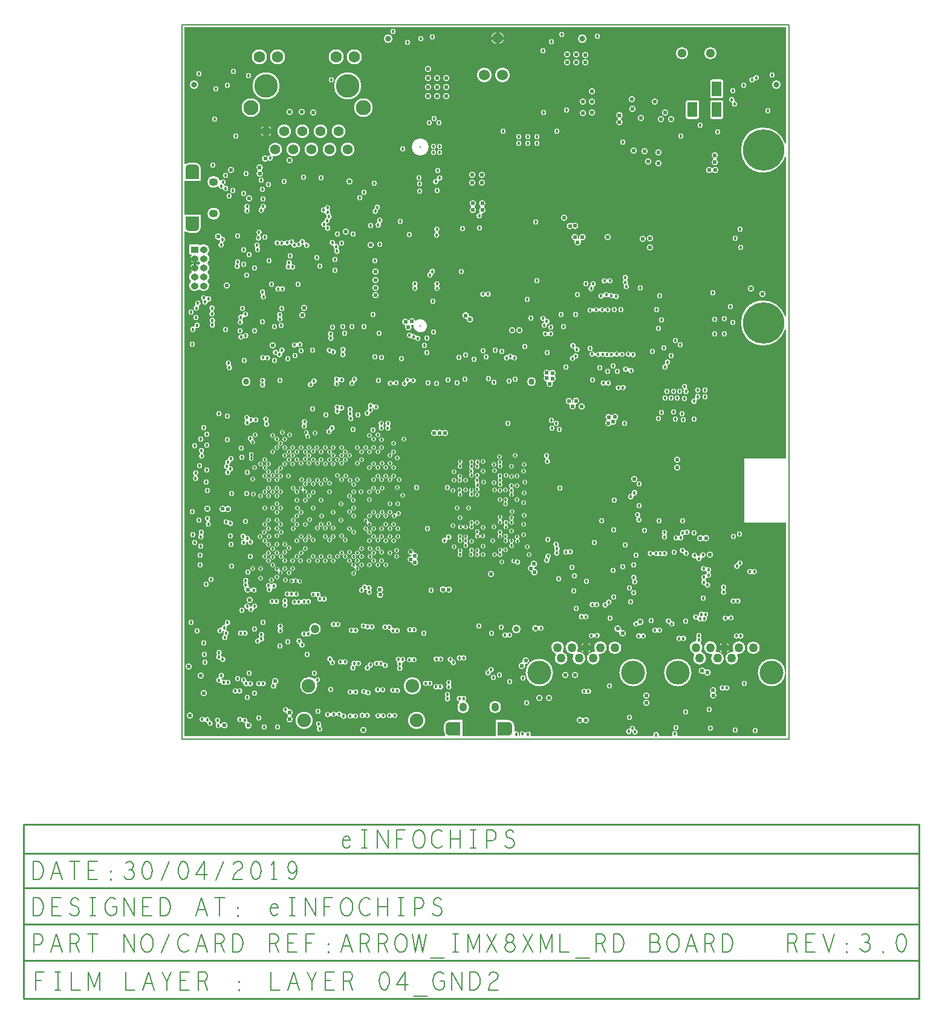
<source format=gbr>
G04 ================== begin FILE IDENTIFICATION RECORD ==================*
G04 Layout Name:  D:/ml/database/eI_Arrow_IMX8XML_RD_LAYOUT1.brd*
G04 Film Name:    L04.gbr*
G04 File Format:  Gerber RS274X*
G04 File Origin:  Cadence Allegro 17.2-S053*
G04 Origin Date:  Tue Jul 23 18:18:32 2019*
G04 *
G04 Layer:  DRAWING FORMAT/L4*
G04 Layer:  DRAWING FORMAT/FILM_LABEL_OUTLINE*
G04 Layer:  VIA CLASS/L4_GND2*
G04 Layer:  PIN/L4_GND2*
G04 Layer:  ETCH/L4_GND2*
G04 Layer:  BOARD GEOMETRY/OUTLINE*
G04 *
G04 Offset:    (0.00 0.00)*
G04 Mirror:    No*
G04 Mode:      Positive*
G04 Rotation:  0*
G04 FullContactRelief:  No*
G04 UndefLineWidth:     5.00*
G04 ================== end FILE IDENTIFICATION RECORD ====================*
%FSLAX25Y25*MOIN*%
%IR0*IPPOS*OFA0.00000B0.00000*MIA0B0*SFA1.00000B1.00000*%
%ADD17C,.01*%
%AMMACRO30*
4,1,24,.0374,-.01722,
.0374,.04085,
-.0374,.04085,
-.0374,-.01722,
-.037042,-.021322,
-.035978,-.0253,
-.034239,-.029033,
-.031878,-.032406,
-.028967,-.035319,
-.025594,-.037682,
-.021863,-.039423,
-.017886,-.04049,
-.013784,-.04085,
-.01378,-.04085,
.01378,-.04085,
.017882,-.040491,
.021859,-.039424,
.025591,-.037684,
.028964,-.035321,
.031875,-.032409,
.034237,-.029036,
.035976,-.025303,
.037042,-.021326,
.0374,-.017224,
.0374,-.01722,
0.0*
%
%ADD30MACRO30*%
%AMMACRO27*
4,1,24,.01722,.0374,
-.04085,.0374,
-.04085,-.0374,
.01722,-.0374,
.021322,-.037042,
.0253,-.035978,
.029033,-.034239,
.032406,-.031878,
.035319,-.028967,
.037682,-.025594,
.039423,-.021863,
.04049,-.017886,
.04085,-.013784,
.04085,-.01378,
.04085,.01378,
.040491,.017882,
.039424,.021859,
.037684,.025591,
.035321,.028964,
.032409,.031875,
.029036,.034237,
.025303,.035976,
.021326,.037042,
.017224,.0374,
.01722,.0374,
0.0*
%
%ADD27MACRO27*%
%ADD18C,.05*%
%ADD12C,.032*%
%ADD34C,.024*%
%ADD15C,.06*%
%ADD14C,.051*%
%ADD24C,.034*%
%ADD33C,.018*%
%ADD21C,.063*%
%ADD23C,.055*%
%ADD20C,.083*%
%ADD31C,.048*%
%ADD32C,.0748*%
%ADD22C,.13*%
%ADD19C,.131*%
%ADD11O,.042X.038*%
%ADD10R,.042X.038*%
%ADD13R,.052X.083*%
%AMMACRO26*
4,1,24,-.01722,-.0374,
.04085,-.0374,
.04085,.0374,
-.01722,.0374,
-.021322,.037042,
-.0253,.035978,
-.029033,.034239,
-.032406,.031878,
-.035319,.028967,
-.037682,.025594,
-.039423,.021863,
-.04049,.017886,
-.04085,.013784,
-.04085,.01378,
-.04085,-.01378,
-.040491,-.017882,
-.039424,-.021859,
-.037684,-.025591,
-.035321,-.028964,
-.032409,-.031875,
-.029036,-.034237,
-.025303,-.035976,
-.021326,-.037042,
-.017224,-.0374,
-.01722,-.0374,
0.0*
%
%ADD26MACRO26*%
%AMMACRO29*
4,1,24,-.0374,.01722,
-.0374,-.04085,
.0374,-.04085,
.0374,.01722,
.037042,.021322,
.035978,.0253,
.034239,.029033,
.031878,.032406,
.028967,.035319,
.025594,.037682,
.021863,.039423,
.017886,.04049,
.013784,.04085,
.01378,.04085,
-.01378,.04085,
-.017882,.040491,
-.021859,.039424,
-.025591,.037684,
-.028964,.035321,
-.031875,.032409,
-.034237,.029036,
-.035976,.025303,
-.037042,.021326,
-.0374,.017224,
-.0374,.01722,
0.0*
%
%ADD29MACRO29*%
%ADD16C,.228*%
%ADD28O,.04921X.04331*%
%ADD25O,.04331X.04921*%
%ADD35C,.015*%
%ADD36C,.025*%
%ADD37C,.005*%
%ADD38C,.03004*%
%ADD43C,.05004*%
%ADD54C,.07004*%
%ADD50C,.08004*%
%ADD39C,.02604*%
%ADD49C,.06304*%
%ADD41C,.03604*%
%ADD47C,.08304*%
%ADD46C,.07504*%
%ADD40C,.04804*%
%ADD53C,.05804*%
%ADD45C,.06704*%
%ADD51C,.06804*%
%ADD42C,.09484*%
%ADD55C,.09296*%
%ADD48C,.10304*%
%ADD44C,.15004*%
%ADD52C,.15104*%
%ADD56O,.06334X.06924*%
G75*
%LPD*%
G75*
G36*
G01X278484Y94718D02*
Y59714D01*
X301690D01*
Y-58100D01*
X241896D01*
G02X241598Y-57567I1J350D01*
G03X241819Y-56784I-1281J784D01*
G03X238815I-1502J0D01*
G03X239036Y-57567I1502J1D01*
G02X238738Y-58100I-299J-183D01*
G01X231809D01*
G02X231471Y-57662I1J350D01*
G03X231519Y-57287I-1454J377D01*
G01Y-57284D01*
G03X228515I-1502J0D01*
G01Y-57287D01*
G03X228563Y-57662I1502J2D01*
G02X228225Y-58100I-339J-88D01*
G01X161112D01*
G02X160792Y-57608I0J350D01*
G03X160921Y-57000I-1373J609D01*
G03X159419Y-55498I-1502J0D01*
G03X158180Y-56151I0J-1502D01*
G02X157591Y-56132I-288J198D01*
G03X156300Y-55398I-1291J-768D01*
G03X154798Y-56900I0J-1502D01*
G03X154966Y-57589I1502J1D01*
G02X154655Y-58100I-311J-161D01*
G01X154515D01*
G02X154194Y-57611I0J350D01*
G03X154317Y-57016I-1379J595D01*
G01Y-57015D01*
G03X152815Y-55513I-1502J0D01*
G03X152090Y-55700I1J-1502D01*
G01X152071Y-55710D01*
X151862Y-55766D01*
X151810Y-55569D01*
X151811Y-55541D01*
G03X151818Y-55331I-3357J217D01*
G01Y-52575D01*
G03X148454Y-49212I-3364J-1D01*
G01X141644D01*
Y-58100D01*
X123176D01*
Y-49212D01*
X116366D01*
G03X113002Y-52575I0J-3364D01*
G01Y-55331D01*
G03X113814Y-57522I3364J1D01*
G02X113549Y-58100I-265J-228D01*
G01X-29946D01*
Y219737D01*
G02X-29361Y219996I350J0D01*
G03X-27100Y219122I2262J2490D01*
G01X-24344D01*
G03X-20980Y222486I0J3364D01*
G01Y229296D01*
X-29946D01*
Y247764D01*
X-20980D01*
Y254574D01*
G03X-24344Y257938I-3364J0D01*
G01X-27100D01*
G03X-29361Y257064I1J-3364D01*
G02X-29946Y257323I-235J259D01*
G01Y332500D01*
X301690D01*
Y268726D01*
G02X301007Y268619I-350J0D01*
G03X289190Y277256I-11817J-3765D01*
G03Y252452I0J-12402D01*
G03X301007Y261089I0J12402D01*
G02X301690Y260982I333J-107D01*
G01Y173450D01*
G02X301007Y173343I-350J0D01*
G03X289190Y181980I-11817J-3765D01*
G03Y157176I0J-12402D01*
G03X301007Y165813I0J12402D01*
G02X301690Y165706I333J-107D01*
G01Y94718D01*
X278484D01*
G37*
%LPC*%
G75*
G36*
G01X208954Y282409D02*
G02X207998Y284000I846J1591D01*
G02X211602I1802J0D01*
G02X210646Y282409I-1802J0D01*
G03Y281791I164J-309D01*
G02X211602Y280200I-846J-1591D01*
G02X207998I-1802J0D01*
G02X208954Y281791I1802J0D01*
G03Y282409I-164J309D01*
G37*
G36*
G01X17472Y262502D02*
G02X16347Y265181I2627J2679D01*
G02X20099Y261429I3752J0D01*
G02X18938Y261613I0J3752D01*
G03X18521Y261114I-109J-333D01*
G02X18702Y260400I-1321J-715D01*
G02X17200Y258898I-1502J0D01*
G02X16414Y259120I0J1502D01*
G03X15950Y259030I-183J-298D01*
G02X14500Y258298I-1450J1070D01*
G02Y261902I0J1802D01*
G02X15679Y261463I0J-1803D01*
G03X16152Y261476I229J264D01*
G02X17200Y261902I1048J-1076D01*
G01X17222D01*
G03X17472Y262502I5J350D01*
G37*
G36*
G01X261496Y260367D02*
G02X260615Y261916I921J1549D01*
G02X264219I1802J0D01*
G02X263338Y260367I-1802J0D01*
G03Y259765I178J-301D01*
G02X264219Y258216I-921J-1549D01*
G02X260615I-1802J0D01*
G02X261496Y259765I1802J0D01*
G03Y260367I-178J301D01*
G37*
G36*
G01X109217Y249268D02*
G02X109199Y249499I1484J232D01*
G02X110701Y247997I1502J0D01*
G02X110400Y248027I-2J1502D01*
G03X109984Y247631I-70J-343D01*
G02X110002Y247400I-1484J-232D01*
G02X108500Y248902I-1502J0D01*
G02X108801Y248872I2J-1502D01*
G03X109217Y249268I70J343D01*
G37*
G36*
G01X-14206Y244123D02*
G02Y250457I0J3167D01*
G01X-13616D01*
G02X-10563Y248134I0J-3168D01*
G03X-9938Y248029I337J93D01*
G02X-8700Y248680I1238J-852D01*
G02X-7198Y247178I0J-1502D01*
G02X-8056Y245821I-1502J0D01*
G03X-8242Y245407I150J-316D01*
G02X-8232Y245368I-1450J-393D01*
G03X-7782Y245125I339J89D01*
G02X-7306Y245202I475J-1425D01*
G02Y242198I0J-1502D01*
G02X-8759Y243321I0J1501D01*
G03X-9209Y243564I-339J-89D01*
G02X-9685Y243487I-475J1425D01*
G02X-11134Y244594I0J1502D01*
G03X-11685Y244780I-338J-92D01*
G02X-13616Y244123I-1931J2509D01*
G01X-14206D01*
G37*
G36*
G01X133212Y233909D02*
G02X132398Y235416I988J1507D01*
G02X136002I1802J0D01*
G02X135188Y233909I-1802J0D01*
G03Y233323I191J-293D01*
G02X136002Y231816I-988J-1507D01*
G02X134200Y230014I-1802J0D01*
G02X134038Y230021I-3J1802D01*
G03X133720Y229472I-31J-348D01*
G02X133992Y228610I-1230J-862D01*
G02X132490Y230112I-1502J0D01*
G01X132521D01*
G03X132800Y230682I7J350D01*
G02X132398Y231816I1400J1134D01*
G02X133212Y233323I1802J0D01*
G03Y233909I-191J293D01*
G37*
G36*
G01X47015Y233269D02*
G03X47423Y233506I74J342D01*
G02X48855Y234556I1432J-451D01*
G02X50357Y233054I0J-1502D01*
G02X49934Y232009I-1502J0D01*
G03X49946Y231511I251J-243D01*
G02X50419Y230416I-1029J-1094D01*
G02X50318Y229875I-1502J0D01*
G03X50468Y229447I327J-126D01*
G02X51212Y228150I-759J-1297D01*
G02X50247Y226747I-1502J0D01*
G03X50036Y226321I125J-327D01*
G02X50098Y225895I-1440J-427D01*
G02X48644Y224394I-1502J0D01*
G03X48306Y224022I11J-350D01*
G02X48309Y223926I-1499J-95D01*
G02X48288Y223674I-1502J-2D01*
G03X48702Y223272I345J-59D01*
G02X49000Y223302I299J-1472D01*
G02X47498Y221800I0J-1502D01*
G02X47519Y222052I1502J2D01*
G03X47105Y222454I-345J59D01*
G02X46807Y222424I-299J1472D01*
G02X45305Y223926I0J1502D01*
G02X46759Y225427I1502J0D01*
G03X47097Y225799I-11J350D01*
G02X47094Y225895I1499J95D01*
G02X48059Y227298I1502J0D01*
G03X48270Y227724I-125J327D01*
G02X48208Y228150I1440J427D01*
G02X48309Y228691I1502J0D01*
G03X48159Y229119I-327J126D01*
G02X47454Y230074I758J1297D01*
G03X47036Y230336I-341J-79D01*
G02X46701Y230298I-336J1464D01*
G02Y233302I0J1502D01*
G02X47015Y233269I1J-1502D01*
G37*
G36*
G01X108335Y219925D02*
G02X107698Y221153I865J1228D01*
G02X110702I1502J0D01*
G02X109903Y219826I-1501J0D01*
G03X109865Y219231I164J-309D01*
G02X110502Y218003I-865J-1228D01*
G02X107498I-1502J0D01*
G02X108297Y219330I1501J0D01*
G03X108335Y219925I-164J309D01*
G37*
G36*
G01X10191Y218333D02*
G02X9617Y219514I928J1181D01*
G02X12621I1502J0D01*
G02X11788Y218169I-1502J0D01*
G03X11728Y217581I156J-313D01*
G02X12302Y216400I-928J-1181D01*
G02X9298I-1502J0D01*
G02X10131Y217745I1502J0D01*
G03X10191Y218333I-156J313D01*
G37*
G36*
G01X-10958Y215369D02*
G02X-11400Y215314I-442J1747D01*
G02Y218918I0J1802D01*
G02X-9627Y217437I0J-1802D01*
G03X-9253Y217151I344J63D01*
G02X-9129Y217156I122J-1497D01*
G02X-7627Y215654I0J-1502D01*
G02X-8604Y214247I-1502J0D01*
G03X-8727Y213670I123J-328D01*
G02X-8279Y212600I-1054J-1070D01*
G02X-11283I-1502J0D01*
G02X-10306Y214007I1502J0D01*
G03X-10183Y214584I-123J328D01*
G02X-10543Y215148I1054J1070D01*
G03X-10958Y215369I-329J-118D01*
G37*
G36*
G01X187741Y216198D02*
G02X187598Y216900I1659J703D01*
G02X189400Y215098I1802J0D01*
G02X188882Y215174I0J1803D01*
G03X188459Y214702I-101J-335D01*
G02X188602Y214000I-1659J-703D01*
G02X184998I-1802J0D01*
G02X185123Y214658I1802J-1D01*
G03X184862Y215130I-326J128D01*
G02X183398Y216900I338J1770D01*
G02X187002I1802J0D01*
G02X186877Y216242I-1802J1D01*
G03X187138Y215770I326J-128D01*
G02X187318Y215726I-337J-1770D01*
G03X187741Y216198I101J335D01*
G37*
G36*
G01X31927Y213737D02*
G02X33110Y214317I1186J-922D01*
G03X33455Y214612I-1J350D01*
G02X34938Y215877I1483J-237D01*
G02X36440Y214375I0J-1502D01*
G02X36416Y214110I-1502J2D01*
G03X36885Y213721I344J-62D01*
G02X37417Y213818I531J-1405D01*
G02X35915Y212316I0J-1502D01*
G02X35939Y212581I1502J-2D01*
G03X35470Y212970I-344J62D01*
G02X34941Y212873I-531J1405D01*
G03X34596Y212578I1J-350D01*
G02X33113Y211313I-1483J237D01*
G02X32276Y211568I0J1501D01*
G03X31805Y211492I-195J-291D01*
G02X30619Y210912I-1186J923D01*
G02X29117Y212389I0J1502D01*
G03X28817Y212730I-350J-5D01*
G02X28223Y212951I215J1486D01*
G03X27748Y212857I-188J-295D01*
G02X26517Y212216I-1231J862D01*
G02X25452Y212659I0J1502D01*
G03X24923Y212621I-248J-247D01*
G02X23717Y212014I-1206J895D01*
G02X22613Y212498I0J1501D01*
G03X22129Y212528I-258J-237D01*
G02X21159Y212172I-971J1146D01*
G02Y215176I0J1502D01*
G02X22263Y214692I0J-1501D01*
G03X22747Y214662I258J237D01*
G02X23717Y215018I971J-1146D01*
G02X24782Y214575I0J-1502D01*
G03X25311Y214613I248J247D01*
G02X26517Y215220I1206J-895D01*
G02X27327Y214983I0J-1503D01*
G03X27802Y215077I188J295D01*
G02X29033Y215718I1231J-862D01*
G02X30535Y214241I0J-1502D01*
G03X30835Y213900I350J5D01*
G02X31456Y213661I-216J-1486D01*
G03X31927Y213737I195J291D01*
G37*
G36*
G01X51816Y212332D02*
G02X51502Y212299I-313J1469D01*
G02X53004Y213801I0J1502D01*
G02X52970Y213485I-1502J2D01*
G03X53386Y213069I342J-74D01*
G02X53700Y213102I313J-1469D01*
G02X55202Y211600I0J-1502D01*
G02X54945Y210759I-1502J-1D01*
G03X55020Y210287I290J-196D01*
G02X55602Y209100I-919J-1187D01*
G02X52598I-1502J0D01*
G02X52855Y209941I1502J1D01*
G03X52780Y210413I-290J196D01*
G02X52198Y211600I919J1187D01*
G02X52232Y211916I1502J-2D01*
G03X51816Y212332I-342J74D01*
G37*
G36*
G01X201109Y183880D02*
G02X199700Y182898I-1409J520D01*
G02Y185902I0J1502D01*
G02X200643Y185569I0J-1502D01*
G03X201191Y185720I220J272D01*
G02X202600Y186702I1409J-520D01*
G02X203935Y185888I0J-1502D01*
G03X204464Y185775I311J161D01*
G02X205400Y186102I936J-1176D01*
G02X206653Y185429I0J-1503D01*
G03X207144Y185334I292J193D01*
G02X208000Y185602I856J-1233D01*
G02Y182598I0J-1502D01*
G02X206747Y183271I0J1503D01*
G03X206256Y183366I-292J-193D01*
G02X205400Y183098I-856J1233D01*
G02X204065Y183912I0J1502D01*
G03X203536Y184025I-311J-161D01*
G02X202600Y183698I-936J1176D01*
G02X201657Y184031I0J1502D01*
G03X201109Y183880I-220J-272D01*
G37*
G36*
G01X-15602Y176457D02*
G02X-16285Y177716I819J1259D01*
G02X-13281I1502J0D01*
G02X-13978Y176448I-1502J0D01*
G03X-13981Y175859I188J-295D01*
G02X-13298Y174600I-819J-1259D01*
G02X-16302I-1502J0D01*
G02X-15605Y175868I1502J0D01*
G03X-15602Y176457I-188J295D01*
G37*
G36*
G01X195077Y176000D02*
G02X193700Y175098I-1377J600D01*
G02Y178102I0J1502D01*
G02X194986Y177375I0J-1501D01*
G03X195607Y177416I300J181D01*
G02X196984Y178318I1377J-600D01*
G02X198292Y177555I0J-1503D01*
G03X198900Y177552I305J172D01*
G02X200200Y178302I1300J-752D01*
G02X201498Y177556I0J-1502D01*
G03X202102I302J177D01*
G02X203400Y178302I1298J-756D01*
G02Y175298I0J-1502D01*
G02X202102Y176044I0J1502D01*
G03X201498I-302J-177D01*
G02X200200Y175298I-1298J756D01*
G02X198892Y176061I0J1503D01*
G03X198284Y176064I-305J-172D01*
G02X196984Y175314I-1300J752D01*
G02X195698Y176041I0J1501D01*
G03X195077Y176000I-300J-181D01*
G37*
G36*
G01X2116Y174441D02*
G02X3617Y175902I1501J-41D01*
G02Y172898I0J-1502D01*
G02X3091Y172993I0J1502D01*
G03X2618Y172675I-123J-328D01*
G02X1995Y171497I-1501J40D01*
G03X1935Y170984I204J-284D01*
G02X2302Y170000I-1136J-984D01*
G02X-702I-1502J0D01*
G02X-78Y171219I1503J0D01*
G03X-18Y171732I-204J284D01*
G02X-385Y172716I1136J984D01*
G02X1117Y174218I1502J0D01*
G02X1643Y174123I0J-1502D01*
G03X2116Y174441I123J328D01*
G37*
G36*
G01X93223Y171343D02*
G03X93792Y171376I273J219D01*
G02X95317Y172218I1525J-960D01*
G02X97044Y170930I0J-1802D01*
G03X97609Y170766I335J100D01*
G02X96369Y168349I2408J-2762D01*
G03X95906Y168713I-348J33D01*
G02X95317Y168614I-589J1703D01*
G01X95300D01*
G03X94991Y168094I-3J-350D01*
G02X95219Y167216I-1574J-877D01*
G02X91615I-1802J0D01*
G02X91772Y167952I1802J0D01*
G03X91512Y168440I-319J143D01*
G02X90015Y170216I305J1776D01*
G02X91817Y172018I1802J0D01*
G02X93223Y171343I0J-1802D01*
G37*
G36*
G01X-24449Y167885D02*
G02X-24504Y168286I1447J403D01*
G02X-23002Y166784I1502J0D01*
G02X-23499Y166869I1J1502D01*
G03X-23953Y166445I-117J-330D01*
G02X-23898Y166044I-1447J-403D01*
G02X-25400Y167546I-1502J0D01*
G02X-24903Y167461I-1J-1502D01*
G03X-24449Y167885I117J330D01*
G37*
G36*
G01X184501Y155528D02*
G02X184200Y155498I-299J1472D01*
G02X185702Y157000I0J1502D01*
G02X185683Y156764I-1502J2D01*
G03X186099Y156366I346J-55D01*
G02X186400Y156396I299J-1472D01*
G02X184898Y154894I0J-1502D01*
G02X184917Y155130I1502J-2D01*
G03X184501Y155528I-346J55D01*
G37*
G36*
G01X206457Y153241D02*
G03X206986Y153284I246J249D01*
G02X208200Y153902I1214J-883D01*
G02X209475Y153194I0J-1502D01*
G03X210042Y153156I297J185D01*
G02X211200Y153702I1158J-955D01*
G02Y150698I0J-1502D01*
G02X209925Y151406I0J1502D01*
G03X209358Y151444I-297J-185D01*
G02X208200Y150898I-1158J955D01*
G02X207143Y151333I0J1502D01*
G03X206614Y151290I-246J-249D01*
G02X205400Y150672I-1214J883D01*
G02X204395Y151058I0J1501D01*
G03X203927I-234J-260D01*
G02X202922Y150672I-1005J1115D01*
G02X201884Y151089I1J1502D01*
G03X201431Y151115I-242J-253D01*
G02X200526Y150812I-905J1200D01*
G02X199610Y151124I0J1501D01*
G03X199157Y151102I-214J-277D01*
G02X198128Y150694I-1029J1094D01*
G02X196738Y151626I0J1503D01*
G03X196110Y151664I-323J-133D01*
G02X194800Y150898I-1310J737D01*
G02Y153902I0J1502D01*
G02X196190Y152970I0J-1503D01*
G03X196818Y152932I323J133D01*
G02X198128Y153698I1310J-737D01*
G02X199044Y153386I0J-1501D01*
G03X199497Y153408I214J277D01*
G02X200526Y153816I1029J-1094D01*
G02X201564Y153399I-1J-1502D01*
G03X202017Y153373I242J253D01*
G02X202922Y153676I905J-1200D01*
G02X203927Y153290I0J-1501D01*
G03X204395I234J260D01*
G02X205400Y153676I1005J-1115D01*
G02X206457Y153241I0J-1502D01*
G37*
G36*
G01X214201Y142980D02*
G02X213200Y142598I-1001J1121D01*
G02Y145602I0J1502D01*
G02X214626Y144571I0J-1502D01*
G03X215191Y144420I332J110D01*
G02X216192Y144802I1001J-1121D01*
G02Y141798I0J-1502D01*
G02X214766Y142829I0J1502D01*
G03X214201Y142980I-332J-110D01*
G37*
G36*
G01X91523Y137948D02*
G02X91515Y138100I1494J155D01*
G02X93017Y139602I1502J0D01*
G02X94347Y138798I0J-1502D01*
G03X94930Y138741I310J162D01*
G02X96100Y139302I1171J-941D01*
G02Y136298I0J-1502D01*
G02X94770Y137102I0J1502D01*
G03X94187Y137159I-310J-162D01*
G02X93133Y136602I-1171J940D01*
G03X92811Y136218I26J-349D01*
G02X92819Y136066I-1494J-155D01*
G02X89815I-1502J0D01*
G02X91201Y137564I1503J0D01*
G03X91523Y137948I-26J349D01*
G37*
G36*
G01X84864Y135651D02*
G02X83517Y134814I-1347J665D01*
G02Y137818I0J1502D01*
G02X84723Y137211I0J-1502D01*
G03X85318Y137265I281J209D01*
G02X86665Y138102I1347J-665D01*
G02Y135098I0J-1502D01*
G02X85459Y135705I0J1502D01*
G03X84864Y135651I-281J-209D01*
G37*
G36*
G01X251645Y128352D02*
G02X251498Y129000I1355J648D01*
G02X253000Y127498I1502J0D01*
G02X252652Y127539I1J1502D01*
G03X252255Y127048I-81J-341D01*
G02X252402Y126400I-1355J-648D01*
G02X250900Y127902I-1502J0D01*
G02X251248Y127861I-1J-1502D01*
G03X251645Y128352I81J341D01*
G37*
G36*
G01X71429Y123039D02*
G02X71124Y123946I1196J907D01*
G02X72626Y125448I1502J0D01*
G02X74037Y124461I0J-1502D01*
G03X74599Y124320I329J120D01*
G02X75600Y124702I1001J-1121D01*
G02Y121698I0J-1502D01*
G02X74120Y122944I0J1502D01*
G03X73810Y123021I-172J-31D01*
G02X73713Y122909I-1183J926D01*
G03X73687Y122456I253J-242D01*
G02X73992Y121549I-1196J-907D01*
G02X72611Y120052I-1502J0D01*
G03X72289Y119719I28J-349D01*
G02X70789Y118287I-1500J70D01*
G02X69287Y119789I0J1502D01*
G02X70668Y121286I1502J0D01*
G03X70990Y121619I-28J349D01*
G02X71403Y122586I1500J-69D01*
G03X71429Y123039I-253J242D01*
G37*
G36*
G01X169090Y95093D02*
G02X168115Y96500I528J1407D01*
G02X171119I1502J0D01*
G02X170535Y95311I-1502J0D01*
G03X170627Y94707I214J-276D01*
G02X171602Y93300I-528J-1407D01*
G02X168598I-1502J0D01*
G02X169182Y94489I1502J0D01*
G03X169090Y95093I-214J276D01*
G37*
G36*
G01X121208Y92095D02*
G02X120753Y93084I847J989D01*
G02X123357I1302J0D01*
G02X122745Y91980I-1302J0D01*
G03X122703Y91418I186J-296D01*
G02X123158Y90429I-847J-989D01*
G02X120554I-1302J0D01*
G02X121166Y91533I1302J0D01*
G03X121208Y92095I-186J296D01*
G37*
G36*
G01X130631Y84516D02*
G02X130082Y85578I753J1062D01*
G02X132686I1302J0D01*
G02X131975Y84418I-1302J0D01*
G03X131931Y83820I158J-312D01*
G02X132480Y82758I-753J-1062D01*
G02X132168Y81913I-1302J1D01*
G03X132232Y81400I266J-227D01*
G02X132780Y80339I-753J-1061D01*
G02X132320Y79346I-1302J0D01*
G03X132302Y78828I226J-267D01*
G02X132696Y77895I-908J-933D01*
G02X130092I-1302J0D01*
G02X130552Y78888I1302J0D01*
G03X130570Y79406I-226J267D01*
G02X130176Y80339I908J933D01*
G02X130488Y81184I1302J-1D01*
G03X130424Y81697I-266J227D01*
G02X129876Y82758I753J1061D01*
G02X130587Y83918I1302J0D01*
G03X130631Y84516I-158J312D01*
G37*
G36*
G01X149468Y78882D02*
G02X148934Y79933I767J1051D01*
G02X151538I1302J0D01*
G02X151041Y78910I-1301J0D01*
G03X151051Y78352I216J-275D01*
G02X151585Y77301I-767J-1051D01*
G02X151221Y76398I-1302J0D01*
G03X151228Y75906I252J-242D01*
G02X151619Y74976I-911J-930D01*
G02X149015I-1302J0D01*
G02X149379Y75879I1302J0D01*
G03X149372Y76371I-252J242D01*
G02X148981Y77301I911J930D01*
G02X149478Y78324I1301J0D01*
G03X149468Y78882I-216J275D01*
G37*
G36*
G01X34752Y77316D02*
G02X34404Y77269I-347J1255D01*
G02X35706Y78571I0J1302D01*
G02X35663Y78241I-1302J2D01*
G03X36096Y77815I339J-89D01*
G02X36444Y77862I347J-1255D01*
G02X35142Y76560I0J-1302D01*
G02X35185Y76890I1302J-2D01*
G03X34752Y77316I-339J89D01*
G37*
G36*
G01X121074Y76574D02*
G02X120491Y77660I720J1086D01*
G02X123095I1302J0D01*
G02X122646Y76676I-1303J0D01*
G03X122682Y76120I229J-264D01*
G02X123265Y75034I-720J-1086D01*
G02X120661I-1302J0D01*
G02X121110Y76018I1303J0D01*
G03X121074Y76574I-229J264D01*
G37*
G36*
G01X86717Y64689D02*
G02X88017Y65918I1300J-73D01*
G02Y63314I0J-1302D01*
G02X87450Y63444I0J1301D01*
G03X86948Y63148I-153J-315D01*
G02X85648Y61919I-1300J73D01*
G02Y64523I0J1302D01*
G02X86215Y64393I0J-1301D01*
G03X86717Y64689I153J315D01*
G37*
G36*
G01X143292Y61323D02*
G02X142697Y62416I706J1093D01*
G02X145301I1302J0D01*
G02X144767Y61365I-1301J0D01*
G03X144783Y60788I206J-283D01*
G02X145378Y59695I-706J-1093D01*
G02X142774I-1302J0D01*
G02X143308Y60746I1301J0D01*
G03X143292Y61323I-206J283D01*
G37*
G36*
G01X149521Y61200D02*
G02X149015Y62230I795J1030D01*
G02X151619I1302J0D01*
G02X151113Y61200I-1301J0D01*
G03Y60646I214J-277D01*
G02X151619Y59616I-795J-1030D01*
G02X149015I-1302J0D01*
G02X149521Y60646I1301J0D01*
G03Y61200I-214J277D01*
G37*
G36*
G01X-17888Y60418D02*
G02X-18802Y61800I588J1382D01*
G02X-15798I1502J0D01*
G02X-16306Y60674I-1502J0D01*
G03X-16212Y60089I231J-263D01*
G02X-15298Y58707I-588J-1382D01*
G02X-18302I-1502J0D01*
G02X-17794Y59833I1502J0D01*
G03X-17888Y60418I-231J263D01*
G37*
G36*
G01X70325Y59432D02*
G02X70015Y59395I-308J1265D01*
G02X71317Y60697I0J1302D01*
G02X71283Y60400I-1302J-1D01*
G03X71707Y59981I341J-79D01*
G02X72017Y60018I308J-1265D01*
G02X70715Y58716I0J-1302D01*
G02X70749Y59013I1302J1D01*
G03X70325Y59432I-341J79D01*
G37*
G36*
G01X146460Y58641D02*
G02X145924Y59694I766J1053D01*
G02X148528I1302J0D01*
G02X147985Y58636I-1302J0D01*
G03X147983Y58069I204J-284D01*
G02X148519Y57016I-766J-1053D01*
G02X145915I-1302J0D01*
G02X146458Y58074I1302J0D01*
G03X146460Y58641I-204J284D01*
G37*
G36*
G01X123260Y56464D02*
G02X122156Y55853I-1104J692D01*
G02Y58457I0J1302D01*
G02X123295Y57787I0J-1303D01*
G03X123897Y57771I306J170D01*
G02X125001Y58382I1104J-692D01*
G02Y55778I0J-1302D01*
G02X123862Y56448I0J1303D01*
G03X123260Y56464I-306J-170D01*
G37*
G36*
G01X130685Y53490D02*
G02X130117Y54565I733J1075D01*
G02X132721I1302J0D01*
G02X132204Y53527I-1302J1D01*
G03X132218Y52958I211J-279D01*
G02X132586Y52576I-734J-1075D01*
G03X133208Y52634I296J186D01*
G02X134420Y53459I1212J-478D01*
G02Y50855I0J-1302D01*
G02X133318Y51464I0J1302D01*
G03X132696Y51406I-296J-186D01*
G02X131484Y50581I-1212J478D01*
G02X130182Y51883I0J1302D01*
G02X130699Y52921I1302J-1D01*
G03X130685Y53490I-211J279D01*
G37*
G36*
G01X245520Y55260D02*
G03X245969Y55325I186J296D01*
G02X247097Y55836I1129J-991D01*
G02Y52832I0J-1502D01*
G02X246298Y53062I0J1503D01*
G03X245849Y52997I-186J-296D01*
G02X244991Y52510I-1129J990D01*
G03X244765Y51968I63J-344D01*
G02X245030Y51116I-1237J-852D01*
G02X243528Y49614I-1502J0D01*
G02X242555Y49972I0J1501D01*
G03X242101I-227J-267D01*
G02X241128Y49614I-973J1143D01*
G02Y52618I0J1502D01*
G02X242101Y52260I0J-1501D01*
G03X242555I227J267D01*
G02X243258Y52594I974J-1143D01*
G03X243484Y53136I-63J344D01*
G02X243219Y53988I1237J852D01*
G02X244721Y55490I1502J0D01*
G02X245520Y55260I0J-1503D01*
G37*
G36*
G01X114227Y51425D02*
G02X114215Y51616I1490J189D01*
G02X115717Y50114I1502J0D01*
G02X115260Y50185I-1J1502D01*
G03X114807Y49807I-106J-333D01*
G02X114819Y49616I-1490J-189D01*
G02X113317Y51118I-1502J0D01*
G02X113774Y51047I1J-1502D01*
G03X114227Y51425I106J333D01*
G37*
G36*
G01X149516Y48391D02*
G02X148994Y49434I781J1043D01*
G02X151598I1302J0D01*
G02X151045Y48369I-1302J0D01*
G03X151037Y47803I202J-286D01*
G02X151559Y46760I-781J-1043D01*
G02X148955I-1302J0D01*
G02X149508Y47825I1302J0D01*
G03X149516Y48391I-202J286D01*
G37*
G36*
G01X143353Y43402D02*
G02X142820Y44453I770J1051D01*
G02X145424I1302J0D01*
G02X144856Y43378I-1301J0D01*
G03X144847Y42806I197J-289D01*
G02X145380Y41755I-770J-1051D01*
G02X142776I-1302J0D01*
G02X143344Y42830I1301J0D01*
G03X143353Y43402I-197J289D01*
G37*
G36*
G01X228117Y41761D02*
G02X226817Y41012I-1300J754D01*
G02Y44016I0J1502D01*
G02X228113Y43274I0J-1503D01*
G03X228717Y43275I302J177D01*
G02X230017Y44024I1300J-754D01*
G02X231050Y43613I1J-1502D01*
G03X231290Y43612I121J127D01*
G02X232317Y44018I1027J-1096D01*
G02X233291Y43659I0J-1501D01*
G03X233745I227J267D01*
G02X234717Y44016I972J-1145D01*
G02Y41012I0J-1502D01*
G02X233743Y41371I0J1501D01*
G03X233289I-227J-267D01*
G02X232317Y41014I-972J1145D01*
G02X231284Y41425I-1J1502D01*
G03X231044Y41426I-121J-127D01*
G02X230017Y41020I-1027J1096D01*
G02X228721Y41762I0J1503D01*
G03X228117Y41761I-302J-177D01*
G37*
G36*
G01X254335Y41487D02*
G02X254315Y41732I1482J244D01*
G02X255817Y40230I1502J0D01*
G02X255515Y40261I2J1502D01*
G03X255099Y39861I-71J-343D01*
G02X255119Y39616I-1482J-244D01*
G02X252115I-1502J0D01*
G02X252116Y39658I1502J-15D01*
G03X251649Y39998I-350J10D01*
G02X251146Y39911I-504J1415D01*
G02X252648Y41413I0J1502D01*
G02X252647Y41371I-1502J15D01*
G03X253114Y41031I350J-10D01*
G02X253617Y41118I504J-1415D01*
G02X253919Y41087I-2J-1502D01*
G03X254335Y41487I71J343D01*
G37*
G36*
G01X63521Y34952D02*
G02X63207Y34914I-312J1264D01*
G02X64509Y36216I0J1302D01*
G02X64468Y35891I-1302J-1D01*
G03X64891Y35465I339J-87D01*
G02X65205Y35503I312J-1264D01*
G02X63903Y34201I0J-1302D01*
G02X63944Y34526I1302J1D01*
G03X63521Y34952I-339J87D01*
G37*
G36*
G01X21252Y32849D02*
G02X20924Y32807I-328J1260D01*
G02X22226Y34109I0J1302D01*
G02X22166Y33719I-1302J1D01*
G03X22589Y33276I334J-104D01*
G02X22917Y33318I328J-1260D01*
G02X21615Y32016I0J-1302D01*
G02X21675Y32406I1302J-1D01*
G03X21252Y32849I-334J104D01*
G37*
G36*
G01X2661Y26629D02*
G02X2303Y27602I1143J973D01*
G02X5307I1502J0D01*
G02X4949Y26629I-1501J0D01*
G03Y26175I267J-227D01*
G02X5307Y25202I-1143J-973D01*
G02X5239Y24756I-1502J1D01*
G03X5453Y24324I334J-103D01*
G02X6508Y23296I-620J-1692D01*
G03X7114Y23215I326J129D01*
G02X8317Y23818I1203J-899D01*
G02Y20814I0J-1502D01*
G02X6972Y21648I0J1502D01*
G03X6361Y21678I-314J-155D01*
G02X4833Y20830I-1528J953D01*
G02X3031Y22632I0J1802D01*
G02X3217Y23430I1802J1D01*
G03X3074Y23890I-314J155D01*
G02X2303Y25202I731J1312D01*
G02X2661Y26175I1501J0D01*
G03Y26629I-267J227D01*
G37*
G36*
G01X15478Y23615D02*
G02X14898Y24800I922J1186D01*
G02X16400Y26302I1502J0D01*
G02X17644Y25642I0J-1502D01*
G03X18211Y25624I290J196D01*
G02X19399Y26207I1188J-919D01*
G02Y23203I0J-1502D01*
G02X18751Y23350I0J1502D01*
G03X18260Y22952I-151J-316D01*
G02X18302Y22600I-1460J-353D01*
G02X15298I-1502J0D01*
G02X15519Y23385I1502J1D01*
G03X15478Y23615I-149J92D01*
G37*
G36*
G01X269482Y6140D02*
G02X268167Y5364I-1315J726D01*
G02Y8368I0J1502D01*
G02X269407Y7714I0J-1503D01*
G03X270002Y7742I289J197D01*
G02X271317Y8518I1315J-726D01*
G02Y5514I0J-1502D01*
G02X270077Y6168I0J1503D01*
G03X269482Y6140I-289J-197D01*
G37*
G36*
G01X-7527Y3697D02*
G02X-7702Y4400I1327J704D01*
G02X-6200Y2898I1502J0D01*
G02X-6414Y2913I-2J1502D01*
G03X-6773Y2403I-50J-346D01*
G02X-6598Y1700I-1327J-704D01*
G02X-7034Y641I-1502J-1D01*
G03X-6832Y48I248J-246D01*
G02X-5529Y-1441I-199J-1489D01*
G02X-6283Y-2743I-1501J0D01*
G03X-6428Y-3189I175J-303D01*
G02X-6298Y-3800I-1371J-611D01*
G02X-9302I-1502J0D01*
G02X-8548Y-2498I1501J0D01*
G03X-8403Y-2052I-175J303D01*
G02X-8533Y-1441I1371J611D01*
G02X-8097Y-382I1502J1D01*
G03X-8299Y211I-248J246D01*
G02X-8465Y243I201J1489D01*
G03X-8900Y-78I-86J-339D01*
G02X-10400Y-1502I-1500J78D01*
G02Y1502I0J1502D01*
G02X-10035Y1457I0J-1503D01*
G03X-9600Y1778I86J339D01*
G02X-8100Y3202I1500J-78D01*
G02X-7886Y3187I2J-1502D01*
G03X-7527Y3697I50J346D01*
G37*
G36*
G01X209333Y-610D02*
G02X208817Y-686I-518J1726D01*
G02X210619Y1116I0J1802D01*
G02X210562Y665I-1802J-1D01*
G03X211001Y242I339J-88D01*
G02X211517Y318I518J-1726D01*
G02X209715Y-1484I0J-1802D01*
G02X209772Y-1033I1802J1D01*
G03X209333Y-610I-339J88D01*
G37*
G36*
G01X195692Y-3578D02*
G02X194417Y-4286I-1275J794D01*
G02Y-1282I0J1502D01*
G02X195616Y-1879I0J-1503D01*
G03X196192Y-1853I279J211D01*
G02X197467Y-1145I1275J-794D01*
G02Y-4149I0J-1502D01*
G02X196268Y-3552I0J1503D01*
G03X195692Y-3578I-279J-211D01*
G37*
G36*
G01X272719Y-11237D02*
G02X272139Y-9307I2921J1930D01*
G02X275641Y-12809I3502J0D01*
G02X274984Y-12747I-1J3502D01*
G03X274626Y-13283I-66J-344D01*
G02X275206Y-15213I-2921J-1930D01*
G02X271704Y-11711I-3502J0D01*
G02X272361Y-11773I1J-3502D01*
G03X272719Y-11237I66J344D01*
G37*
G36*
G01X260550Y-12747D02*
G02X259893Y-12809I-656J3440D01*
G02X263395Y-9307I0J3502D01*
G02X262815Y-11237I-3501J0D01*
G03X263173Y-11773I292J-192D01*
G02X263830Y-11711I656J-3440D01*
G02X260328Y-15213I0J-3502D01*
G02X260908Y-13283I3501J0D01*
G03X260550Y-12747I-292J192D01*
G37*
G36*
G01X196373Y-11237D02*
G02X195793Y-9307I2921J1930D01*
G02X199295Y-12809I3502J0D01*
G02X198638Y-12747I-1J3502D01*
G03X198280Y-13283I-66J-344D01*
G02X198860Y-15213I-2921J-1930D01*
G02X195358Y-11711I-3502J0D01*
G02X196015Y-11773I1J-3502D01*
G03X196373Y-11237I66J344D01*
G37*
G36*
G01X184204Y-12747D02*
G02X183547Y-12809I-656J3440D01*
G02X187049Y-9307I0J3502D01*
G02X186469Y-11237I-3501J0D01*
G03X186827Y-11773I292J-192D01*
G02X187484Y-11711I656J-3440D01*
G02X183982Y-15213I0J-3502D01*
G02X184562Y-13283I3501J0D01*
G03X184204Y-12747I-292J192D01*
G37*
G36*
G01X122514Y-36292D02*
G03X122986I236J258D01*
G02X124000Y-35898I1014J-1108D01*
G02X125502Y-37400I0J-1502D01*
G02X125042Y-38481I-1502J1D01*
G03X125123Y-39043I243J-252D01*
G02X126817Y-41847I-1474J-2804D01*
G01Y-42437D01*
G02X120483I-3167J0D01*
G01Y-41847D01*
G02X121524Y-39499I3167J1D01*
G03X121329Y-38892I-235J259D01*
G02X119998Y-37400I171J1492D01*
G02X121500Y-35898I1502J0D01*
G02X122514Y-36292I0J-1502D01*
G37*
G36*
G01X25853Y-45078D02*
G02X25769Y-45080I-78J1500D01*
G02Y-42076I0J1502D01*
G02X27196Y-43109I0J-1502D01*
G03X27605Y-43342I333J109D01*
G02X28000Y-43298I396J-1758D01*
G02X29802Y-45100I0J-1802D01*
G02X28921Y-46649I-1802J0D01*
G03Y-47251I178J-301D01*
G02X29802Y-48800I-921J-1549D01*
G02X26198I-1802J0D01*
G02X27079Y-47251I1802J0D01*
G03Y-46649I-178J301D01*
G02X26219Y-45374I921J1549D01*
G03X25853Y-45078I-346J-53D01*
G37*
G36*
G01X50865Y-45356D02*
G02X52192Y-44557I1327J-702D01*
G02X53444Y-45229I0J-1502D01*
G03X54039Y-45211I292J193D01*
G02X55341Y-44458I1302J-749D01*
G02X56790Y-45566I0J-1501D01*
G03X57255Y-45800I338J92D01*
G02X57800Y-45698I544J-1400D01*
G02Y-48702I0J-1502D01*
G02X56351Y-47594I0J1501D01*
G03X55886Y-47360I-338J-92D01*
G02X55341Y-47462I-544J1400D01*
G02X54089Y-46790I0J1502D01*
G03X53494Y-46808I-292J-193D01*
G02X52192Y-47561I-1302J749D01*
G02X50964Y-46924I0J1502D01*
G03X50369Y-46962I-286J-202D01*
G02X49042Y-47761I-1327J702D01*
G02Y-44757I0J1502D01*
G02X50270Y-45394I0J-1502D01*
G03X50865Y-45356I286J202D01*
G37*
G36*
G01X1501Y-50147D02*
G02X563Y-50476I-938J1173D01*
G02Y-47472I0J1502D01*
G02X1859Y-48214I0J-1503D01*
G03X2379Y-48311I302J177D01*
G02X3317Y-47982I938J-1173D01*
G02X4819Y-49484I0J-1502D01*
G02X4733Y-49986I-1502J-1D01*
G03X5085Y-50452I330J-117D01*
G02X5200Y-50448I120J-1798D01*
G02X3398Y-52250I0J-1802D01*
G02X3569Y-51484I1801J0D01*
G03X3265Y-50985I-317J149D01*
G02X2021Y-50244I52J1501D01*
G03X1501Y-50147I-302J-177D01*
G37*
G36*
G01X-12471Y-50727D02*
G02X-13268Y-49401I705J1326D01*
G02X-10264I1502J0D01*
G02X-10750Y-50507I-1501J0D01*
G03X-10678Y-51074I237J-258D01*
G02X-10226Y-51442I-704J-1327D01*
G03X-9644Y-51376I269J223D01*
G02X-8033Y-50382I1611J-808D01*
G02Y-53986I0J-1802D01*
G02X-9527Y-53192I0J1803D01*
G03X-10113Y-53201I-290J-196D01*
G02X-11383Y-53902I-1270J800D01*
G02X-12885Y-52400I0J1502D01*
G02X-12399Y-51294I1501J0D01*
G03X-12471Y-50727I-237J258D01*
G37*
G36*
G01X284773Y303294D02*
G03X284316Y303070I-123J-328D01*
G02X282882Y302016I-1434J449D01*
G02Y305020I0J1502D01*
G02X283409Y304924I-1J-1502D01*
G03X283866Y305148I123J328D01*
G02X285300Y306202I1434J-449D01*
G02Y303198I0J-1502D01*
G02X284773Y303294I1J1502D01*
G37*
G36*
G01X271894Y290729D02*
G03X271592Y291202I-327J124D01*
G02X270198Y292700I108J1498D01*
G02X273202I1502J0D01*
G02X273106Y292171I-1502J-1D01*
G03X273408Y291698I327J-124D01*
G02X274802Y290200I-108J-1498D01*
G02X271798I-1502J0D01*
G02X271894Y290729I1502J1D01*
G37*
G36*
G01X10320Y253263D02*
G03X10303Y253799I-233J261D01*
G02X9615Y255216I1115J1417D01*
G02X13219I1802J0D01*
G02X12614Y253869I-1802J0D01*
G03X12631Y253333I233J-261D01*
G02X13319Y251916I-1115J-1417D01*
G02X9715I-1802J0D01*
G02X10320Y253263I1802J0D01*
G37*
G36*
G01X261235Y252659D02*
G03X260699I-268J-224D01*
G02X259317Y252014I-1382J1158D01*
G02Y255618I0J1802D01*
G02X260699Y254973I0J-1803D01*
G03X261235I268J224D01*
G02X262617Y255618I1382J-1158D01*
G02Y252014I0J-1802D01*
G02X261235Y252659I0J1803D01*
G37*
G36*
G01X128012Y233323D02*
G03Y233909I-191J293D01*
G02X127198Y235416I988J1507D01*
G02X130802I1802J0D01*
G02X129988Y233909I-1802J0D01*
G03Y233323I191J-293D01*
G02X130802Y231816I-988J-1507D01*
G02X127198I-1802J0D01*
G02X128012Y233323I1802J0D01*
G37*
G36*
G01X3347Y232357D02*
G03Y232811I-267J227D01*
G02X2989Y233784I1143J973D01*
G02X5993I1502J0D01*
G02X5635Y232811I-1501J0D01*
G03Y232357I267J-227D01*
G02X5993Y231384I-1143J-973D01*
G02X2989I-1502J0D01*
G02X3347Y232357I1501J0D01*
G37*
G36*
G01X11785Y233020D02*
G03X12002Y233427I-124J327D01*
G02X11962Y233769I1462J344D01*
G02X14966I1502J0D01*
G02X13998Y232365I-1502J0D01*
G03X13781Y231958I124J-327D01*
G02X13821Y231616I-1462J-344D01*
G02X10817I-1502J0D01*
G02X11785Y233020I1502J0D01*
G37*
G36*
G01X74650Y232502D02*
G03X74867Y232923I-120J329D01*
G02X74815Y233316I1450J392D01*
G02X77819I1502J0D01*
G02X76834Y231906I-1502J0D01*
G03X76617Y231485I120J-329D01*
G02X76669Y231092I-1450J-392D01*
G02X73665I-1502J0D01*
G02X74650Y232502I1502J0D01*
G37*
G36*
G01X76215Y224883D02*
G03X76385Y225375I-136J323D01*
G02X76198Y226100I1315J726D01*
G02X79202I1502J0D01*
G02X78285Y224717I-1501J0D01*
G03X78115Y224225I136J-323D01*
G02X78302Y223500I-1315J-726D01*
G02X75298I-1502J0D01*
G02X76215Y224883I1501J0D01*
G37*
G36*
G01X184069Y221784D02*
G03X183821Y221775I-120J-128D01*
G02X182500Y221198I-1321J1224D01*
G02Y224802I0J1802D01*
G02X183731Y224316I0J-1802D01*
G03X183979Y224325I120J128D01*
G02X185300Y224902I1321J-1224D01*
G02Y221298I0J-1802D01*
G02X184069Y221784I0J1802D01*
G37*
G36*
G01X9057Y210859D02*
G03X9001Y211310I-292J193D01*
G02X8515Y212416I1015J1106D01*
G02X11519I1502J0D01*
G02X11271Y211590I-1502J1D01*
G03X11327Y211139I292J-193D01*
G02X11813Y210033I-1015J-1106D01*
G02X8809I-1502J0D01*
G02X9057Y210859I1502J-1D01*
G37*
G36*
G01X-21452Y212487D02*
G03X-21208Y212439I146J97D01*
G02X-19586Y212934I1621J-2406D01*
G01X-19186D01*
G02X-16284Y210033I1J-2901D01*
G02X-17331Y207802I-2902J1D01*
G03Y207264I224J-269D01*
G02X-16284Y205033I-1855J-2232D01*
G02X-17331Y202802I-2902J1D01*
G03Y202264I224J-269D01*
G02X-16284Y200033I-1855J-2232D01*
G02X-17331Y197802I-2902J1D01*
G03Y197264I224J-269D01*
G02X-16284Y195033I-1855J-2232D01*
G02X-17331Y192802I-2902J1D01*
G03Y192264I224J-269D01*
G02X-16284Y190033I-1855J-2232D01*
G02X-19186Y187132I-2902J1D01*
G01X-19586D01*
G02X-21638Y187982I0J2902D01*
G03X-22134I-248J-247D01*
G02X-24186Y187132I-2052J2052D01*
G01X-24586D01*
G02X-27488Y190033I-1J2901D01*
G02X-26441Y192264I2902J-1D01*
G03Y192802I-224J269D01*
G02X-27488Y195033I1855J2232D01*
G02X-25976Y197580I2901J0D01*
G03X-25938Y198170I-168J307D01*
G02X-26888Y200033I1352J1863D01*
G02X-24586Y202334I2302J-1D01*
G01X-24186D01*
G02X-22524Y201625I1J-2301D01*
G03X-21982Y201669I253J242D01*
G02X-21441Y202264I2396J-1636D01*
G03Y202802I-224J269D01*
G02X-21982Y203397I1855J2231D01*
G03X-22524Y203441I-289J-198D01*
G02X-24186Y202732I-1661J1592D01*
G01X-24586D01*
G02X-26888Y205033I-1J2301D01*
G02X-26036Y206821I2302J0D01*
G01X-25971Y206873D01*
Y207132D01*
X-26486D01*
G02X-27488Y208133I-1J1001D01*
G01Y211933D01*
G02X-26486Y212934I1002J-1D01*
G01X-22286D01*
G02X-21452Y212487I0J-1002D01*
G37*
G36*
G01X-1947Y201860D02*
G03X-1913Y202314I-248J247D01*
G02X-2202Y203200I1214J886D01*
G02X802I1502J0D01*
G02X364Y202140I-1502J0D01*
G03X330Y201686I248J-247D01*
G02X619Y200800I-1214J-886D01*
G02X-2385I-1502J0D01*
G02X-1947Y201860I1502J0D01*
G37*
G36*
G01X26286Y201695D02*
G03X26375Y202140I-217J275D01*
G02X26186Y202870I1313J729D01*
G02X29190I1502J0D01*
G02X29105Y202372I-1501J0D01*
G03X29474Y201909I330J-115D01*
G02X29642Y201918I164J-1493D01*
G02Y198914I0J-1502D01*
G02X28612Y199323I0J1501D01*
G03X28154Y199342I-240J-255D01*
G02X27217Y199014I-937J1174D01*
G02X25715Y200516I0J1502D01*
G02X26286Y201695I1503J0D01*
G37*
G36*
G01X104880Y197443D02*
G03X105127Y197823I-100J335D01*
G02X105115Y198016I1490J190D01*
G02X108119I1502J0D01*
G02X107046Y196576I-1503J0D01*
G03X106799Y196196I100J-335D01*
G02X106811Y196003I-1490J-190D01*
G02X103807I-1502J0D01*
G02X104880Y197443I1503J0D01*
G37*
G36*
G01X212030Y193024D02*
G03X212032Y193526I-243J252D01*
G02X211580Y194600I1050J1074D01*
G02X214584I1502J0D01*
G02X214124Y193518I-1503J0D01*
G03X214122Y193016I243J-252D01*
G02X214574Y191942I-1050J-1074D01*
G02X214402Y191244I-1502J0D01*
G03X214502Y190801I310J-163D01*
G02X215102Y189600I-902J-1201D01*
G02X212098I-1502J0D01*
G02X212270Y190298I1502J0D01*
G03X212170Y190741I-310J163D01*
G02X211570Y191942I902J1201D01*
G02X212030Y193024I1503J0D01*
G37*
G36*
G01X203283Y191901D02*
G03X202717I-283J-205D01*
G02X201500Y191280I-1217J882D01*
G02Y194284I0J1502D01*
G02X202717Y193663I0J-1503D01*
G03X203283I283J205D01*
G02X204500Y194284I1217J-882D01*
G02Y191280I0J-1502D01*
G02X203283Y191901I0J1503D01*
G37*
G36*
G01X108043Y189689D02*
G03Y190143I-267J227D01*
G02X107685Y191116I1143J973D01*
G02X110689I1502J0D01*
G02X110331Y190143I-1501J0D01*
G03Y189689I267J-227D01*
G02X110689Y188716I-1143J-973D01*
G02X107685I-1502J0D01*
G02X108043Y189689I1501J0D01*
G37*
G36*
G01X95903D02*
G03Y190143I-267J227D01*
G02X95545Y191116I1143J973D01*
G02X98549I1502J0D01*
G02X98191Y190143I-1501J0D01*
G03Y189689I267J-227D01*
G02X98549Y188716I-1143J-973D01*
G02X95545I-1502J0D01*
G02X95903Y189689I1501J0D01*
G37*
G36*
G01X193713Y189987D02*
G03X193930Y190466I-102J335D01*
G02X193798Y191082I1371J616D01*
G02X196802I1502J0D01*
G02X195737Y189645I-1502J0D01*
G03X195520Y189166I102J-335D01*
G02X195652Y188550I-1371J-616D01*
G02X192648I-1502J0D01*
G02X193713Y189987I1502J0D01*
G37*
G36*
G01X22974Y187236D02*
G03X22520I-227J-267D01*
G02X21547Y186878I-973J1143D01*
G02Y189882I0J1502D01*
G02X22520Y189524I0J-1501D01*
G03X22974I227J267D01*
G02X23947Y189882I973J-1143D01*
G02Y186878I0J-1502D01*
G02X22974Y187236I0J1501D01*
G37*
G36*
G01X12266Y184872D02*
G03X12171Y185363I-288J199D01*
G02X11498Y186616I830J1253D01*
G02X14502I1502J0D01*
G02X14234Y185760I-1501J0D01*
G03X14329Y185269I288J-199D01*
G02X15002Y184016I-830J-1253D01*
G02X11998I-1502J0D01*
G02X12266Y184872I1501J0D01*
G37*
G36*
G01X136265Y184417D02*
G03X135735I-265J-229D01*
G02X134600Y183898I-1136J983D01*
G02Y186902I0J1502D01*
G02X135735Y186383I-1J-1502D01*
G03X136265I265J229D01*
G02X137400Y186902I1136J-983D01*
G02Y183898I0J-1502D01*
G02X136265Y184417I1J1502D01*
G37*
G36*
G01X-20068Y181697D02*
G03X-20206Y182129I-323J135D01*
G02X-20913Y183404I796J1275D01*
G02X-19411Y184906I1502J0D01*
G02X-18097Y184132I0J-1502D01*
G03X-17581Y184021I306J169D01*
G02X-16683Y184319I898J-1204D01*
G02Y181315I0J-1502D01*
G02X-16808Y181320I-3J1502D01*
G03X-17186Y180999I-29J-349D01*
G02X-18683Y179614I-1497J117D01*
G02X-20185Y181116I0J1502D01*
G02X-20068Y181697I1501J0D01*
G37*
G36*
G01X-24029Y179115D02*
G03X-23859Y179625I-128J326D01*
G02X-24082Y180413I1279J788D01*
G02X-21078I1502J0D01*
G02X-22034Y179014I-1502J0D01*
G03X-22204Y178504I128J-326D01*
G02X-21981Y177716I-1279J-788D01*
G02X-24985I-1502J0D01*
G02X-24029Y179115I1502J0D01*
G37*
G36*
G01X21459Y172677D02*
G03X21444Y173149I-266J228D01*
G02X21015Y174200I1073J1051D01*
G02X24019I1502J0D01*
G02X23658Y173223I-1503J0D01*
G03X23673Y172751I266J-228D01*
G02X24102Y171700I-1073J-1051D01*
G02X21098I-1502J0D01*
G02X21459Y172677I1503J0D01*
G37*
G36*
G01X125616Y171568D02*
G03X125225Y171926I-350J10D01*
G02X125017Y171914I-208J1790D01*
G02X126819Y173716I0J1802D01*
G02X126818Y173664I-1802J9D01*
G03X127209Y173306I350J-10D01*
G02X127417Y173318I208J-1790D01*
G02X125615Y171516I0J-1802D01*
G02X125616Y171568I1802J-9D01*
G37*
G36*
G01X168303Y170284D02*
G03X167892Y170601I-349J-28D01*
G02X167630Y170578I-262J1479D01*
G02Y173582I0J1502D01*
G02X169127Y172196I0J-1501D01*
G03X169538Y171879I349J28D01*
G02X169800Y171902I262J-1479D01*
G02X171302Y170400I0J-1502D01*
G02X170147Y168939I-1502J0D01*
G03X169882Y168542I81J-341D01*
G02X169902Y168300I-1482J-244D01*
G02X166898I-1502J0D01*
G02X168053Y169761I1502J0D01*
G03X168318Y170158I-81J341D01*
G02X168303Y170284I1482J240D01*
G37*
G36*
G01X-15702Y169420D02*
G03Y169896I-257J238D01*
G02X-16102Y170916I1102J1021D01*
G02X-13098I1502J0D01*
G02X-13498Y169896I-1502J1D01*
G03Y169420I257J-238D01*
G02X-13098Y168400I-1102J-1021D01*
G02X-16102I-1502J0D01*
G02X-15702Y169420I1502J-1D01*
G37*
G36*
G01X170724Y162666D02*
G03X170176I-274J-218D01*
G02X169000Y162098I-1176J933D01*
G02Y165102I0J1502D01*
G02X170176Y164534I0J-1501D01*
G03X170724I274J218D01*
G02X171900Y165102I1176J-933D01*
G02Y162098I0J-1502D01*
G02X170724Y162666I0J1501D01*
G37*
G36*
G01X49521Y162025D02*
G03X49497Y162478I-278J212D01*
G02X49086Y163511I1091J1032D01*
G02X52090I1502J0D01*
G02X51782Y162600I-1501J0D01*
G03X51806Y162147I278J-212D01*
G02X52217Y161114I-1091J-1032D01*
G02X49213I-1502J0D01*
G02X49521Y162025I1501J0D01*
G37*
G36*
G01X94985Y161283D02*
G03X94563Y161450I-309J-164D01*
G02X94078Y161369I-487J1421D01*
G02Y164373I0J1502D01*
G02X95404Y163577I0J-1502D01*
G03X95826Y163410I309J164D01*
G02X96311Y163491I487J-1421D01*
G02X97681Y162604I0J-1502D01*
G03X98122Y162419I319J143D01*
G02X98643Y162512I520J-1409D01*
G02Y159508I0J-1502D01*
G02X97273Y160395I0J1502D01*
G03X96832Y160580I-319J-143D01*
G02X96311Y160487I-520J1409D01*
G02X94985Y161283I0J1502D01*
G37*
G36*
G01X3014Y161254D02*
G03X2534Y161109I-169J-306D01*
G02X1200Y160298I-1334J692D01*
G02Y163302I0J1502D01*
G02X1926Y163115I0J-1503D01*
G03X2406Y163260I169J306D01*
G02X3740Y164071I1334J-692D01*
G02Y161067I0J-1502D01*
G02X3014Y161254I0J1503D01*
G37*
G36*
G01X32489Y156614D02*
G03X31948Y156564I-250J-245D01*
G02X30700Y155898I-1248J836D01*
G02Y158902I0J1502D01*
G02X31775Y158449I0J-1502D01*
G03X32316Y158499I250J245D01*
G02X33564Y159165I1248J-836D01*
G02Y156161I0J-1502D01*
G02X32489Y156614I0J1502D01*
G37*
G36*
G01X56445Y153248D02*
G03X56448Y153785I-223J270D01*
G02X55915Y154932I968J1147D01*
G02X58919I1502J0D01*
G02X58375Y153775I-1502J0D01*
G03X58372Y153238I223J-270D01*
G02X58905Y152091I-968J-1147D01*
G02X55901I-1502J0D01*
G02X56445Y153248I1502J0D01*
G37*
G36*
G01X22114Y153587D02*
G03X22371Y154054I-70J343D01*
G02X22273Y154587I1404J534D01*
G02X25277I1502J0D01*
G02X24078Y153116I-1502J0D01*
G03X23821Y152649I70J-343D01*
G02X23919Y152116I-1404J-534D01*
G02X22417Y150614I-1502J0D01*
G02X20982Y151673I0J1502D01*
G03X20552Y151907I-335J-103D01*
G02X20143Y151850I-410J1445D01*
G02Y154854I0J1502D01*
G02X21578Y153795I0J-1502D01*
G03X22008Y153561I335J103D01*
G02X22114Y153587I411J-1445D01*
G37*
G36*
G01X50781Y152927D02*
G03X50347Y153094I-311J-161D01*
G02X49817Y152997I-531J1405D01*
G02Y156001I0J1502D01*
G02X51150Y155191I0J-1502D01*
G03X51584Y155024I311J161D01*
G02X52114Y155121I531J-1405D01*
G02Y152117I0J-1502D01*
G02X50781Y152927I0J1502D01*
G37*
G36*
G01X216124Y151165D02*
G03X215634Y151222I-274J-218D01*
G02X214702Y150898I-932J1178D01*
G02Y153902I0J1502D01*
G02X215878Y153335I0J-1503D01*
G03X216368Y153278I274J218D01*
G02X217300Y153602I932J-1178D01*
G02Y150598I0J-1502D01*
G02X216124Y151165I0J1503D01*
G37*
G36*
G01X185597Y149833D02*
G03X185410Y149699I-17J-174D01*
G02X183949Y148547I-1461J350D01*
G02Y151551I0J1502D01*
G02X184092Y151544I-2J-1502D01*
G03X184279Y151678I17J174D01*
G02X185740Y152830I1461J-350D01*
G02Y149826I0J-1502D01*
G02X185597Y149833I2J1502D01*
G37*
G36*
G01X149222Y149814D02*
G03X148992Y149718I-68J-162D01*
G02X147600Y148780I-1392J564D01*
G02Y151784I0J1502D01*
G02X148178Y151668I-1J-1502D01*
G03X148408Y151764I68J162D01*
G02X149800Y152702I1392J-564D01*
G02X151180Y151794I0J-1503D01*
G03X151399Y151698I161J69D01*
G02X151900Y151784I501J-1416D01*
G02Y148780I0J-1502D01*
G02X150520Y149688I0J1503D01*
G03X150301Y149784I-161J-69D01*
G02X149800Y149698I-501J1416D01*
G02X149222Y149814I1J1502D01*
G37*
G36*
G01X14689Y149270D02*
G03X14201Y149298I-258J-236D01*
G02X13217Y148931I-984J1136D01*
G02Y151935I0J1502D01*
G02X14327Y151445I0J-1502D01*
G03X14815Y151417I258J236D01*
G02X15799Y151784I984J-1136D01*
G02Y148780I0J-1502D01*
G02X14689Y149270I0J1502D01*
G37*
G36*
G01X234687Y146787D02*
G03X234952Y147288I-49J347D01*
G02X234798Y147950I1348J662D01*
G02X237802I1502J0D01*
G02X236513Y146463I-1502J0D01*
G03X236248Y145962I49J-347D01*
G02X236402Y145300I-1348J-662D01*
G02X233398I-1502J0D01*
G02X234687Y146787I1502J0D01*
G37*
G36*
G01X-6495Y145661D02*
G03X-6608Y146134I-301J178D01*
G02X-7302Y147400I808J1266D01*
G02X-4298I1502J0D01*
G02X-4505Y146639I-1502J0D01*
G03X-4392Y146166I301J-178D01*
G02X-3698Y144900I-808J-1266D01*
G02X-6702I-1502J0D01*
G02X-6495Y145661I1502J0D01*
G37*
G36*
G01X168408Y140356D02*
G03Y140844I-251J244D01*
G02X167898Y142100I1292J1256D01*
G02X169700Y143902I1802J0D01*
G02X171077Y143262I0J-1801D01*
G03X171598Y143246I268J226D01*
G02X172900Y143802I1302J-1246D01*
G02X174702Y142000I0J-1802D01*
G02X174233Y140787I-1803J0D01*
G03X174249Y140299I258J-236D01*
G02X174802Y139000I-1249J-1299D01*
G02X173305Y137224I-1802J0D01*
G03X173045Y136736I59J-345D01*
G02X173202Y136000I-1645J-736D01*
G02X169598I-1802J0D01*
G02X169787Y136804I1802J1D01*
G03X169511Y137308I-313J156D01*
G02X167898Y139100I189J1792D01*
G02X168408Y140356I1802J0D01*
G37*
G36*
G01X52808Y137114D02*
G03X52838Y137601I-235J259D01*
G02X52474Y138582I1138J980D01*
G02X53976Y140084I1502J0D01*
G02X55220Y139423I0J-1501D01*
G03X55735Y139351I290J196D01*
G02X56700Y139702I965J-1151D01*
G02Y136698I0J-1502D01*
G02X55456Y137359I0J1501D01*
G03X54941Y137431I-290J-196D01*
G02X54858Y137367I-958J1156D01*
G03X54842Y137097I103J-142D01*
G02X55318Y136000I-1026J-1097D01*
G02X52314I-1502J0D01*
G02X52808Y137114I1503J0D01*
G37*
G36*
G01X62046Y137780D02*
G03X62329Y138196I-60J345D01*
G02X62298Y138500I1471J304D01*
G02X65302I1502J0D01*
G02X64054Y137020I-1502J0D01*
G03X63771Y136604I60J-345D01*
G02X63802Y136300I-1471J-304D01*
G02X60798I-1502J0D01*
G02X62046Y137780I1502J0D01*
G37*
G36*
G01X11956Y136392D02*
G03Y136846I-267J227D01*
G02X11598Y137819I1143J973D01*
G02X14602I1502J0D01*
G02X14244Y136846I-1501J0D01*
G03Y136392I267J-227D01*
G02X14602Y135419I-1143J-973D01*
G02X11598I-1502J0D01*
G02X11956Y136392I1501J0D01*
G37*
G36*
G01X39569Y137019D02*
G03X39928Y137416I12J350D01*
G02X39915Y137616I1489J197D01*
G02X41417Y136114I1502J0D01*
G02X41365Y136115I3J1502D01*
G03X41006Y135718I-12J-350D01*
G02X41019Y135518I-1489J-197D01*
G02X39517Y137020I-1502J0D01*
G02X39569Y137019I-3J-1502D01*
G37*
G36*
G01X202511Y135415D02*
G03X202001Y135412I-254J-241D01*
G02X200900Y134932I-1101J1023D01*
G02Y137936I0J1502D01*
G02X201989Y137469I0J-1503D01*
G03X202499Y137472I254J241D01*
G02X203600Y137952I1101J-1023D01*
G02Y134948I0J-1502D01*
G02X202511Y135415I0J1503D01*
G37*
G36*
G01X245240Y132618D02*
G03X245089Y133128I-294J190D01*
G02X244198Y134500I611J1372D01*
G02X247202I1502J0D01*
G02X246960Y133682I-1502J0D01*
G03X247111Y133172I294J-190D01*
G02X248002Y131800I-611J-1372D01*
G02X244998I-1502J0D01*
G02X245240Y132618I1502J0D01*
G37*
G36*
G01X210827Y132855D02*
G03X210336Y132818I-227J-266D01*
G02X209200Y132298I-1136J981D01*
G02Y135302I0J1502D01*
G02X210173Y134945I1J-1502D01*
G03X210664Y134982I227J266D01*
G02X211800Y135502I1136J-981D01*
G02Y132498I0J-1502D01*
G02X210827Y132855I-1J1502D01*
G37*
G36*
G01X183935Y125501D02*
G03X184244Y125989I-12J350D01*
G02X184098Y126700I1656J711D01*
G02X187702I1802J0D01*
G02X185965Y124899I-1802J0D01*
G03X185656Y124411I12J-350D01*
G02X185802Y123700I-1656J-711D01*
G02X182198I-1802J0D01*
G02X182311Y124328I1802J0D01*
G03X181969Y124799I-328J121D01*
G02X181900Y124798I-61J1801D01*
G02X183702Y126600I0J1802D01*
G02X183589Y125972I-1802J0D01*
G03X183931Y125501I328J-121D01*
G01X183935D01*
G37*
G36*
G01X53073Y121749D02*
G03Y122203I-267J227D01*
G02X52715Y123176I1143J973D01*
G02X54217Y124678I1502J0D01*
G02X55405Y124095I0J-1502D01*
G03X55874Y124017I277J214D01*
G02X56701Y124265I827J-1255D01*
G02Y121261I0J-1502D01*
G02X56174Y121356I-1J1502D01*
G03X55705Y120981I-122J-328D01*
G02X55719Y120776I-1488J-205D01*
G02X52715I-1502J0D01*
G02X53073Y121749I1501J0D01*
G37*
G36*
G01X60169Y120549D02*
G03Y121003I-267J227D01*
G02X59811Y121976I1143J973D01*
G02X62815I1502J0D01*
G02X62457Y121003I-1501J0D01*
G03Y120549I267J-227D01*
G02X62815Y119576I-1143J-973D01*
G02X62486Y118638I-1502J0D01*
G03X62559Y118132I273J-219D01*
G02X63202Y116900I-859J-1232D01*
G02X60198I-1502J0D01*
G02X60527Y117838I1502J0D01*
G03X60454Y118344I-273J219D01*
G02X59811Y119576I859J1232D01*
G02X60169Y120549I1501J0D01*
G37*
G36*
G01X202634Y115833D02*
G03X202669Y116375I-203J285D01*
G02X202088Y117700I1220J1325D01*
G02X203890Y119502I1802J0D01*
G02X205330Y118783I0J-1802D01*
G03X205901Y118800I279J211D01*
G02X207400Y119602I1499J-1000D01*
G02X209202Y117800I0J-1802D01*
G02X208228Y116199I-1803J0D01*
G03X208061Y115766I161J-311D01*
G02X208174Y115137I-1689J-628D01*
G02X206372Y113335I-1802J0D01*
G02X205496Y113562I0J1802D01*
G03X205258Y113494I-85J-153D01*
G02X203680Y112563I-1578J872D01*
G02X201878Y114365I0J1802D01*
G02X202634Y115833I1803J0D01*
G37*
G36*
G01X3478Y115700D02*
G03X3459Y116229I-238J256D01*
G02X2898Y117400I942J1171D01*
G02X4400Y118902I1502J0D01*
G02X5851Y117789I0J-1502D01*
G03X6285Y117544I338J91D01*
G02X6700Y117602I413J-1444D01*
G02X7712Y117210I0J-1502D01*
G03X8203Y117228I236J258D01*
G02X9298Y117702I1095J-1028D01*
G02Y114698I0J-1502D01*
G02X8286Y115090I0J1502D01*
G03X7795Y115072I-236J-258D01*
G02X6700Y114598I-1095J1028D01*
G02X6396Y114629I0J1502D01*
G03X5980Y114346I-71J-343D01*
G02X4500Y113098I-1480J254D01*
G02X2998Y114600I0J1502D01*
G02X3478Y115700I1502J-1D01*
G37*
G36*
G01X14160Y114745D02*
G03X14072Y115268I-269J224D01*
G02X13347Y116553I776J1285D01*
G02X16351I1502J0D01*
G02X16006Y115595I-1503J0D01*
G03X16094Y115072I269J-224D01*
G02X16819Y113787I-776J-1285D01*
G02X13815I-1502J0D01*
G02X14160Y114745I1503J0D01*
G37*
G36*
G01X34928Y113753D02*
G03X34960Y114206I-249J245D01*
G02X34665Y115100I1207J894D01*
G02X37669I1502J0D01*
G02X37239Y114047I-1502J-1D01*
G03X37207Y113594I249J-245D01*
G02X37502Y112700I-1207J-894D01*
G02X34498I-1502J0D01*
G02X34928Y113753I1502J1D01*
G37*
G36*
G01X81076Y112698D02*
G03X81091Y113187I-243J252D01*
G02X80698Y114200I1109J1013D01*
G02X83702I1502J0D01*
G02X83241Y113118I-1502J1D01*
G03X83226Y112629I243J-252D01*
G02X83619Y111616I-1109J-1013D01*
G02X80615I-1502J0D01*
G02X81076Y112698I1502J-1D01*
G37*
G36*
G01X77453Y112776D02*
G03X77451Y113025I-124J124D01*
G02X76998Y114100I1049J1075D01*
G02X80002I1502J0D01*
G02X79564Y113040I-1502J0D01*
G03X79566Y112791I124J-124D01*
G02X80019Y111716I-1049J-1075D01*
G02X77015I-1502J0D01*
G02X77453Y112776I1502J0D01*
G37*
G36*
G01X49582Y111197D02*
G03X49903Y111575I-28J349D01*
G02X49898Y111700I1497J122D01*
G02X52902I1502J0D01*
G02X51518Y110203I-1502J0D01*
G03X51197Y109825I28J-349D01*
G02X51202Y109700I-1497J-122D01*
G02X48198I-1502J0D01*
G02X49582Y111197I1502J0D01*
G37*
G36*
G01X109403Y107684D02*
G03X108929Y107682I-236J-258D01*
G02X107700Y107198I-1229J1318D01*
G02Y110802I0J1802D01*
G02X108914Y110332I0J-1803D01*
G03X109388Y110334I236J258D01*
G02X110617Y110818I1229J-1318D01*
G02X111916Y110265I0J-1802D01*
G03X112401Y110246I252J242D01*
G02X113600Y110702I1198J-1346D01*
G02Y107098I0J-1802D01*
G02X112301Y107651I0J1802D01*
G03X111816Y107670I-252J-242D01*
G02X110617Y107214I-1198J1346D01*
G02X109403Y107684I0J1803D01*
G37*
G36*
G01X36825Y107540D02*
G03X36634Y108005I-321J140D01*
G02X35814Y109215I483J1210D01*
G02X38418I1302J0D01*
G02X38308Y108691I-1303J0D01*
G03X38499Y108226I321J-140D01*
G02X39319Y107016I-483J-1210D01*
G02X36715I-1302J0D01*
G02X36825Y107540I1303J0D01*
G37*
G36*
G01X6333Y104075D02*
G03X6062Y104436I-349J20D01*
G02X4898Y105900I339J1464D01*
G02X7902I1502J0D01*
G02X7874Y105612I-1502J1D01*
G03X8094Y105218I344J-67D01*
G02X8935Y104000I-462J-1218D01*
G02X6331I-1302J0D01*
G02X6333Y104075I1302J3D01*
G37*
G36*
G01X-21473Y97453D02*
G03X-21499Y98010I-224J269D01*
G02X-22150Y99248I852J1238D01*
G02X-19146I1502J0D01*
G02X-19686Y98095I-1501J0D01*
G03X-19660Y97538I224J-269D01*
G02X-19009Y96300I-852J-1238D01*
G02X-22013I-1502J0D01*
G02X-21473Y97453I1501J0D01*
G37*
G36*
G01X5846Y95683D02*
G03Y96149I-261J233D01*
G02X5515Y97016I970J867D01*
G02X8119I1302J0D01*
G02X7788Y96149I-1301J0D01*
G03Y95683I261J-233D01*
G02X8119Y94816I-970J-867D01*
G02X5515I-1302J0D01*
G02X5846Y95683I1301J0D01*
G37*
G36*
G01X-6215Y94316D02*
G03X-5894Y94690I-28J349D01*
G02X-5898Y94800I1498J110D01*
G02X-2894I1502J0D01*
G02X-4275Y93303I-1502J0D01*
G03X-4596Y92929I28J-349D01*
G02X-4592Y92819I-1498J-110D01*
G02X-5278Y91558I-1502J0D01*
G03X-5408Y91123I190J-294D01*
G02X-5318Y90851I-1374J-606D01*
G03X-4925Y90582I341J77D01*
G02X-4703Y90599I225J-1485D01*
G02X-3201Y89097I0J-1502D01*
G02X-4409Y87624I-1502J0D01*
G03X-4690Y87250I68J-343D01*
G02X-4684Y87119I-1496J-134D01*
G02X-7688I-1502J0D01*
G02X-6334Y88614I1502J0D01*
G03X-6179Y88820I-17J174D01*
G02X-6194Y88915I1475J282D01*
G03X-6411Y89064I-174J-21D01*
G02X-6783Y89017I-373J1455D01*
G02X-8285Y90519I0J1502D01*
G02X-7599Y91780I1502J0D01*
G03X-7469Y92215I-190J294D01*
G02X-7596Y92819I1375J604D01*
G02X-6215Y94316I1502J0D01*
G37*
G36*
G01X130642Y91451D02*
G03X130654Y92001I-210J280D01*
G02X130181Y93005I829J1004D01*
G02X132785I1302J0D01*
G02X132265Y91964I-1302J0D01*
G03X132253Y91414I210J-280D01*
G02X132726Y90410I-829J-1004D01*
G02X130122I-1302J0D01*
G02X130642Y91451I1302J0D01*
G37*
G36*
G01X127353Y91464D02*
G03X127360Y92007I-217J274D01*
G02X126894Y93005I836J998D01*
G02X129498I1302J0D01*
G02X129005Y91985I-1302J0D01*
G03X128998Y91442I217J-274D01*
G02X129464Y90444I-836J-998D01*
G02X129019Y89463I-1302J-1D01*
G03X129011Y88944I230J-263D01*
G02X129426Y87990I-887J-953D01*
G02X129053Y87078I-1301J0D01*
G03X129075Y86567I250J-245D01*
G02X129529Y85579I-848J-988D01*
G02X126925I-1302J0D01*
G02X127298Y86491I1301J0D01*
G03X127276Y87002I-250J245D01*
G02X126822Y87990I848J988D01*
G02X127267Y88971I1302J1D01*
G03X127275Y89490I-230J263D01*
G02X126860Y90444I887J953D01*
G02X127353Y91464I1302J0D01*
G37*
G36*
G01X143078Y91452D02*
G03X143084Y91950I-243J252D01*
G02X142707Y92866I924J916D01*
G02X145311I1302J0D01*
G02X144914Y91930I-1302J0D01*
G03X144908Y91432I243J-252D01*
G02X145285Y90516I-924J-916D01*
G02X142681I-1302J0D01*
G02X143078Y91452I1302J0D01*
G37*
G36*
G01X-24739Y85146D02*
G03X-24720Y85713I-195J290D01*
G02X-25302Y86900I919J1187D01*
G02X-22298I1502J0D01*
G02X-22961Y85654I-1502J0D01*
G03X-22980Y85087I195J-290D01*
G02X-22398Y83900I-919J-1187D01*
G02X-25402I-1502J0D01*
G02X-24739Y85146I1502J0D01*
G37*
G36*
G01X143105Y83840D02*
G03X143076Y84356I-250J245D01*
G02X142597Y85365I823J1009D01*
G02X145201I1302J0D01*
G02X144830Y84454I-1302J-1D01*
G03X144859Y83938I250J-245D01*
G02X145338Y82929I-823J-1009D01*
G02X144880Y81937I-1303J0D01*
G03X144873Y81410I227J-267D01*
G02X145308Y80439I-866J-971D01*
G02X142704I-1302J0D01*
G02X143162Y81431I1303J0D01*
G03X143169Y81958I-227J267D01*
G02X142734Y82929I866J971D01*
G02X143105Y83840I1302J1D01*
G37*
G36*
G01X120879Y83724D02*
G03X120898Y84222I-236J258D01*
G02X120545Y85113I948J891D01*
G02X123149I1302J0D01*
G02X122726Y84153I-1301J0D01*
G03X122707Y83655I236J-258D01*
G02X123060Y82764I-948J-891D01*
G02X120456I-1302J0D01*
G02X120879Y83724I1301J0D01*
G37*
G36*
G01X127263Y76018D02*
G03X127277Y76516I-239J256D01*
G02X126915Y77416I940J901D01*
G02X129519I1302J0D01*
G02X129105Y76464I-1302J0D01*
G03X129091Y75966I239J-256D01*
G02X129453Y75066I-940J-901D01*
G02X126849I-1302J0D01*
G02X127263Y76018I1302J0D01*
G37*
G36*
G01X216248Y75295D02*
G03X216626Y75710I35J348D01*
G02X216598Y76000I1474J289D01*
G02X218100Y74498I1502J0D01*
G02X217952Y74505I-3J1502D01*
G03X217574Y74090I-35J-348D01*
G02X217602Y73800I-1474J-289D01*
G02X216100Y75302I-1502J0D01*
G02X216248Y75295I3J-1502D01*
G37*
G36*
G01X146165Y70783D02*
G03X146188Y71298I-225J268D01*
G02X145809Y72217I923J918D01*
G02X148413I1302J0D01*
G02X147948Y71220I-1301J0D01*
G03X147925Y70705I225J-268D01*
G02X148304Y69786I-923J-918D01*
G02X145700I-1302J0D01*
G02X146165Y70783I1301J0D01*
G37*
G36*
G01X-7260Y65712D02*
G03X-7732Y65728I-245J-250D01*
G02X-8900Y65298I-1168J1371D01*
G02Y68902I0J1802D01*
G02X-7640Y68388I0J-1801D01*
G03X-7168Y68372I245J250D01*
G02X-6000Y68802I1168J-1371D01*
G02Y65198I0J-1802D01*
G02X-7260Y65712I0J1801D01*
G37*
G36*
G01X219260Y61947D02*
G03X219127Y62457I-289J197D01*
G02X218298Y63800I673J1343D01*
G02X221302I1502J0D01*
G02X221040Y62953I-1502J1D01*
G03X221173Y62443I289J-197D01*
G02X222002Y61100I-673J-1343D01*
G02X218998I-1502J0D01*
G02X219260Y61947I1502J-1D01*
G37*
G36*
G01X-6004Y58370D02*
G03X-6430Y58524I-304J-174D01*
G02X-6958Y58428I-528J1406D01*
G02Y61432I0J1502D01*
G02X-5654Y60676I0J-1503D01*
G03X-5228Y60522I304J174D01*
G02X-4700Y60618I528J-1406D01*
G02Y57614I0J-1502D01*
G02X-6004Y58370I0J1503D01*
G37*
G36*
G01X127385Y58158D02*
G03X127428Y58679I-211J280D01*
G02X127069Y59576I943J898D01*
G02X129673I1302J0D01*
G02X129157Y58538I-1302J0D01*
G03X129114Y58017I211J-280D01*
G02X129473Y57120I-943J-898D01*
G02X126869I-1302J0D01*
G02X127385Y58158I1302J0D01*
G37*
G36*
G01X-21974Y52829D02*
G03X-21927Y53304I-231J263D01*
G02X-22235Y54216I1194J911D01*
G02X-19231I1502J0D01*
G02X-19742Y53087I-1503J0D01*
G03X-19789Y52612I231J-263D01*
G02X-19481Y51700I-1194J-911D01*
G02X-22485I-1502J0D01*
G02X-21974Y52829I1503J0D01*
G37*
G36*
G01X233503Y52649D02*
G03Y53103I-267J227D01*
G02X233145Y54076I1143J973D01*
G02X236149I1502J0D01*
G02X235791Y53103I-1501J0D01*
G03Y52649I267J-227D01*
G02X236149Y51676I-1143J-973D01*
G02X233145I-1502J0D01*
G02X233503Y52649I1501J0D01*
G37*
G36*
G01X142972Y52945D02*
G03X142994Y53424I-244J251D01*
G02X142679Y54273I987J849D01*
G02X145283I1302J0D01*
G02X144886Y53337I-1302J0D01*
G03X144864Y52858I244J-251D01*
G02X145179Y52009I-987J-849D01*
G02X142575I-1302J0D01*
G02X142972Y52945I1302J0D01*
G37*
G36*
G01X3171Y50336D02*
G03X2737Y50563I-333J-108D01*
G02X2300Y50498I-437J1436D01*
G02Y53502I0J1502D01*
G02X3729Y52464I0J-1503D01*
G03X4163Y52237I333J108D01*
G02X4600Y52302I437J-1436D01*
G02X6102Y50800I0J-1502D01*
G02X6100Y50719I-1502J-3D01*
G03X6442Y50350I349J-19D01*
G02X7914Y48848I-30J-1502D01*
G02X4910I-1502J0D01*
G02X4912Y48929I1502J3D01*
G03X4570Y49298I-349J19D01*
G02X4452Y49305I30J1502D01*
G03X4074Y48890I-35J-348D01*
G02X4102Y48600I-1474J-289D01*
G02X2600Y50102I-1502J0D01*
G02X2981Y50053I0J-1502D01*
G03X3190Y50282I45J169D01*
G02X3171Y50336I1407J526D01*
G37*
G36*
G01X146266Y50501D02*
G03Y51031I-229J265D01*
G02X145815Y52016I850J985D01*
G02X148419I1302J0D01*
G02X147968Y51031I-1301J0D01*
G03Y50501I229J-265D01*
G02X148419Y49516I-850J-985D01*
G02X145815I-1302J0D01*
G02X146266Y50501I1301J0D01*
G37*
G36*
G01X121028Y50479D02*
G03X121020Y50979I-249J246D01*
G02X120614Y51923I896J945D01*
G02X123218I1302J0D01*
G02X122844Y51010I-1301J0D01*
G03X122852Y50510I249J-246D01*
G02X123258Y49566I-896J-945D01*
G02X120654I-1302J0D01*
G02X121028Y50479I1301J0D01*
G37*
G36*
G01X152614Y50230D02*
G03X152582Y50739I-255J239D01*
G02X152108Y51744I828J1005D01*
G02X154712I1302J0D01*
G02X154359Y50852I-1302J-1D01*
G03X154391Y50343I255J-239D01*
G02X154865Y49338I-828J-1005D01*
G02X152261I-1302J0D01*
G02X152614Y50230I1302J1D01*
G37*
G36*
G01X124172Y50335D02*
G03X124176Y50830I-246J250D01*
G02X123804Y51741I929J911D01*
G02X126408I1302J0D01*
G02X126019Y50813I-1301J0D01*
G03X126015Y50318I246J-250D01*
G02X126387Y49407I-929J-911D01*
G02X125937Y48423I-1301J0D01*
G03X125934Y47896I229J-265D01*
G02X126372Y46922I-864J-974D01*
G02X123768I-1302J0D01*
G02X124218Y47906I1301J0D01*
G03X124221Y48433I-229J265D01*
G02X123783Y49407I864J974D01*
G02X124172Y50335I1301J0D01*
G37*
G36*
G01X256260Y49726D02*
G03X255756Y49710I-244J-251D01*
G02X254417Y49114I-1339J1206D01*
G02Y52718I0J1802D01*
G02X255674Y52207I0J-1802D01*
G03X256178Y52223I244J251D01*
G02X257517Y52819I1339J-1206D01*
G02Y49215I0J-1802D01*
G02X256260Y49726I0J1802D01*
G37*
G36*
G01X174116Y45834D02*
G03X174006Y46274I-313J155D01*
G02X173376Y47497I872J1223D01*
G02X176380I1502J0D01*
G02X176225Y46832I-1502J0D01*
G03X176335Y46392I313J-155D01*
G02X176965Y45169I-872J-1223D01*
G02X176493Y44076I-1502J0D01*
G03X176444Y43625I240J-254D01*
G02X176702Y42783I-1245J-842D01*
G02X173698I-1502J0D01*
G02X174170Y43876I1502J0D01*
G03X174219Y44327I-240J254D01*
G02X173961Y45169I1245J842D01*
G02X174116Y45834I1502J0D01*
G37*
G36*
G01X245045Y42420D02*
G03X244661Y42723I-347J-45D01*
G02X244501Y42714I-164J1493D01*
G02Y45718I0J1502D01*
G02X245990Y44412I0J-1502D01*
G03X246374Y44109I347J45D01*
G02X246534Y44118I164J-1493D01*
G02Y41114I0J-1502D01*
G02X245045Y42420I0J1502D01*
G37*
G36*
G01X127354Y42822D02*
G03X127371Y43369I-210J280D01*
G02X126913Y44360I843J991D01*
G02X129517I1302J0D01*
G02X128997Y43319I-1302J0D01*
G03X128980Y42772I210J-280D01*
G02X129438Y41781I-843J-991D01*
G02X126834I-1302J0D01*
G02X127354Y42822I1302J0D01*
G37*
G36*
G01X130543Y42827D02*
G03X130555Y43340I-232J262D01*
G02X130161Y44273I908J933D01*
G02X132765I1302J0D01*
G02X132325Y43297I-1302J0D01*
G03X132313Y42784I232J-262D01*
G02X132707Y41851I-908J-933D01*
G02X130103I-1302J0D01*
G02X130543Y42827I1302J0D01*
G37*
G36*
G01X121017Y42724D02*
G03X121028Y43212I-245J250D01*
G02X120679Y44099I953J887D01*
G02X123283I1302J0D01*
G02X122895Y43172I-1301J0D01*
G03X122884Y42684I245J-250D01*
G02X123233Y41797I-953J-887D01*
G02X120629I-1302J0D01*
G02X121017Y42724I1301J0D01*
G37*
G36*
G01X95228Y41429D02*
G03X94851Y41820I-348J42D01*
G02X94717Y41814I-139J1596D01*
G02X96319Y43416I0J1602D01*
G02X96318Y43353I-1602J-6D01*
G03X96724Y42994I350J-14D01*
G02X97017Y43018I293J-1778D01*
G02X98819Y41216I0J-1802D01*
G02X98106Y39781I-1802J1D01*
G03X98123Y39211I212J-279D01*
G02X98919Y37716I-1006J-1495D01*
G02X97117Y35914I-1802J0D01*
G02X95335Y37451I0J1802D01*
G03X94922Y37743I-346J-52D01*
G02X94617Y37714I-303J1573D01*
G02Y40918I0J1602D01*
G02X94821Y40905I0J-1602D01*
G03X95215Y41246I44J347D01*
G02X95228Y41429I1802J-36D01*
G37*
G36*
G01X181831Y42271D02*
G03X181379Y42230I-202J-286D01*
G02X180307Y41780I-1072J1052D01*
G02Y44784I0J1502D01*
G02X181174Y44509I1J-1502D01*
G03X181626Y44550I202J286D01*
G02X182698Y45000I1072J-1052D01*
G02Y41996I0J-1502D01*
G02X181831Y42271I-1J1502D01*
G37*
G36*
G01X168988Y40063D02*
G03X169119Y40498I-190J294D01*
G02X168994Y41098I1378J600D01*
G02X171998I1502J0D01*
G02X171308Y39835I-1501J0D01*
G03X171177Y39400I190J-294D01*
G02X171302Y38800I-1378J-600D01*
G02X168298I-1502J0D01*
G02X168988Y40063I1501J0D01*
G37*
G36*
G01X152228Y37116D02*
G03X152003Y37208I-160J-70D01*
G02X151517Y37114I-486J1209D01*
G02Y39718I0J1302D01*
G02X152631Y39090I0J-1302D01*
G03X152867Y39028I150J90D01*
G02X153604Y39221I737J-1309D01*
G02Y36217I0J-1502D01*
G02X152228Y37116I0J1503D01*
G37*
G36*
G01X274374Y36990D02*
G03X274695Y37311I-28J349D01*
G02X276192Y38693I1497J-120D01*
G02X277694Y37191I0J-1502D01*
G02X276312Y35694I-1502J0D01*
G03X275991Y35373I28J-349D01*
G02X274494Y33991I-1497J120D01*
G02X272992Y35493I0J1502D01*
G02X274374Y36990I1502J0D01*
G37*
G36*
G01X160611Y36029D02*
G03X160855Y36438I-98J336D01*
G02X160815Y36816I1762J378D01*
G02X164419I1802J0D01*
G02X163124Y35087I-1802J0D01*
G03X162880Y34678I98J-336D01*
G02X162920Y34300I-1762J-378D01*
G02X162913Y34142I-1802J1D01*
G03X163073Y33953I174J-15D01*
G02X164723Y32157I-152J-1796D01*
G02X161119I-1802J0D01*
G02X161126Y32315I1802J-1D01*
G03X160966Y32504I-174J15D01*
G02X159316Y34300I152J1796D01*
G02X160611Y36029I1802J0D01*
G37*
G36*
G01X257554Y32807D02*
G03X257041Y32960I-321J-139D01*
G02X256217Y32714I-824J1257D01*
G02Y35718I0J1502D01*
G02X257595Y34815I0J-1503D01*
G03X258108Y34662I321J139D01*
G02X258932Y34908I824J-1257D01*
G02X260434Y33406I0J-1502D01*
G02X259915Y32271I-1502J1D01*
G03Y31741I229J-265D01*
G02X260434Y30606I-983J-1136D01*
G02X258932Y29104I-1502J0D01*
G02X258327Y29231I-1J1502D01*
G03X257850Y29008I-141J-320D01*
G02X257391Y28292I-1442J419D01*
G03Y27762I229J-265D01*
G02X257886Y26896I-982J-1136D01*
G03X258265Y26610I344J62D01*
G02X258417Y26618I155J-1494D01*
G02Y23614I0J-1502D01*
G02X256939Y24847I0J1502D01*
G03X256560Y25133I-344J-62D01*
G02X256408Y25125I-155J1494D01*
G02X254906Y26627I0J1502D01*
G02X255425Y27762I1502J-1D01*
G03Y28292I-229J265D01*
G02X254906Y29427I983J1136D01*
G02X256408Y30929I1502J0D01*
G02X257013Y30802I1J-1502D01*
G03X257490Y31025I141J320D01*
G02X257949Y31741I1442J-419D01*
G03Y32271I-229J265D01*
G02X257554Y32807I982J1137D01*
G37*
G36*
G01X283169Y31372D02*
G03X282715I-227J-267D01*
G02X281742Y31014I-973J1143D01*
G02Y34018I0J1502D01*
G02X282715Y33660I0J-1501D01*
G03X283169I227J267D01*
G02X284142Y34018I973J-1143D01*
G02Y31014I0J-1502D01*
G02X283169Y31372I0J1501D01*
G37*
G36*
G01X216948Y27640D02*
G03X216845Y28093I-307J168D01*
G02X216215Y29316I872J1223D01*
G02X219219I1502J0D01*
G02X219033Y28592I-1502J0D01*
G03X219136Y28139I307J-168D01*
G02X219766Y26916I-872J-1223D01*
G02X216762I-1502J0D01*
G02X216948Y27640I1502J0D01*
G37*
G36*
G01X30642Y26577D02*
G03X30184Y26483I-177J-302D01*
G02X29138Y25957I-1046J777D01*
G02Y28561I0J1302D01*
G02X29796Y28382I-1J-1302D01*
G03X30254Y28476I177J302D01*
G02X31300Y29002I1046J-777D01*
G02X32412Y28378I0J-1303D01*
G03X32881Y28254I299J182D01*
G02X33517Y28420I636J-1135D01*
G02Y25816I0J-1302D01*
G02X32405Y26440I0J1303D01*
G03X31936Y26564I-299J-182D01*
G02X31300Y26398I-636J1135D01*
G02X30642Y26577I1J1302D01*
G37*
G36*
G01X67605Y23799D02*
G03X67932Y24124I-22J349D01*
G02X69431Y25524I1499J-103D01*
G02X70584Y24985I0J-1503D01*
G03X71031Y24908I269J224D01*
G02X71797Y25118I766J-1292D01*
G02X73299Y23616I0J-1502D01*
G02X72949Y22652I-1503J0D01*
G03X72953Y22199I269J-224D01*
G02X73319Y21216I-1137J-983D01*
G02X70315I-1502J0D01*
G02X70665Y22180I1503J0D01*
G03X70661Y22633I-269J224D01*
G02X70644Y22653I1136J983D01*
G03X70197Y22730I-269J-224D01*
G02X69526Y22523I-766J1292D01*
G03X69199Y22198I22J-349D01*
G02X67700Y20798I-1499J103D01*
G02X66198Y22300I0J1502D01*
G02X67605Y23799I1502J0D01*
G37*
G36*
G01X266234Y22291D02*
G03Y22821I-229J265D01*
G02X265715Y23956I983J1136D01*
G02X268719I1502J0D01*
G02X268200Y22821I-1502J1D01*
G03Y22291I229J-265D01*
G02X268719Y21156I-983J-1136D01*
G02X265715I-1502J0D01*
G02X266234Y22291I1502J-1D01*
G37*
G36*
G01X114340Y21454D02*
G03X113819Y21470I-268J-226D01*
G02X112517Y20914I-1302J1246D01*
G02Y24518I0J1802D01*
G02X113894Y23878I0J-1801D01*
G03X114415Y23862I268J226D01*
G02X115717Y24418I1302J-1246D01*
G02Y20814I0J-1802D01*
G02X114340Y21454I0J1801D01*
G37*
G36*
G01X76537Y21084D02*
G03X76535Y21332I-124J123D01*
G02X75998Y22616I1265J1283D01*
G02X79602I1802J0D01*
G02X79080Y21348I-1801J0D01*
G03X79082Y21100I124J-123D01*
G02X79619Y19816I-1265J-1283D01*
G02X76015I-1802J0D01*
G02X76537Y21084I1801J0D01*
G37*
G36*
G01X28097Y19013D02*
G03X27641Y19029I-237J-257D01*
G02X26700Y18698I-941J1172D01*
G02Y21702I0J1502D01*
G02X27720Y21303I0J-1503D01*
G03X28176Y21287I237J257D01*
G02X29117Y21618I941J-1172D01*
G02X30090Y21260I0J-1501D01*
G03X30544I227J267D01*
G02X31517Y21618I973J-1143D01*
G02Y18614I0J-1502D01*
G02X30544Y18972I0J1501D01*
G03X30090I-227J-267D01*
G02X29117Y18614I-973J1143D01*
G02X28097Y19013I0J1503D01*
G37*
G36*
G01X42566Y18833D02*
G03X42105I-231J-264D01*
G02X41117Y18462I-988J1130D01*
G02Y21466I0J1502D01*
G02X42105Y21095I0J-1501D01*
G03X42566I231J264D01*
G02X43554Y21466I988J-1130D01*
G02X45056Y19964I0J-1502D01*
G02X44913Y19324I-1502J0D01*
G03X45120Y18843I317J-149D01*
G02X45623Y18560I-471J-1426D01*
G03X46077I227J267D01*
G02X47050Y18918I973J-1143D01*
G02Y15914I0J-1502D01*
G02X46077Y16272I0J1501D01*
G03X45623I-227J-267D01*
G02X44650Y15914I-973J1143D01*
G02X43148Y17416I0J1502D01*
G02X43291Y18056I1502J0D01*
G03X43084Y18537I-317J149D01*
G02X42566Y18833I471J1426D01*
G37*
G36*
G01X24269Y15021D02*
G03Y15475I-267J227D01*
G02X23911Y16448I1143J973D01*
G02X26915I1502J0D01*
G02X26557Y15475I-1501J0D01*
G03Y15021I267J-227D01*
G02X26915Y14048I-1143J-973D01*
G02X23911I-1502J0D01*
G02X24269Y15021I1501J0D01*
G37*
G36*
G01X274063Y15246D02*
G03X273571I-246J-249D01*
G02X272517Y14814I-1054J1070D01*
G02Y17818I0J1502D01*
G02X273571Y17386I0J-1502D01*
G03X274063I246J249D01*
G02X275117Y17818I1054J-1070D01*
G02Y14814I0J-1502D01*
G02X274063Y15246I0J1502D01*
G37*
G36*
G01X19776Y14938D02*
G03X19322I-227J-267D01*
G02X18349Y14580I-973J1143D01*
G02Y17584I0J1502D01*
G02X19322Y17226I0J-1501D01*
G03X19776I227J267D01*
G02X20749Y17584I973J-1143D01*
G02Y14580I0J-1502D01*
G02X19776Y14938I0J1501D01*
G37*
G36*
G01X34165Y16840D02*
G03X34694Y16888I244J251D01*
G02X35917Y17518I1223J-872D01*
G02X36890Y17160I0J-1501D01*
G03X37344I227J267D01*
G02X38317Y17518I973J-1143D01*
G02Y14514I0J-1502D01*
G02X37344Y14872I0J1501D01*
G03X36890I-227J-267D01*
G02X35917Y14514I-973J1143D01*
G02X34869Y14940I0J1502D01*
G03X34340Y14892I-244J-251D01*
G02X33117Y14262I-1223J872D01*
G02X32144Y14620I0J1501D01*
G03X31690I-227J-267D01*
G02X30717Y14262I-973J1143D01*
G02Y17266I0J1502D01*
G02X31690Y16908I0J-1501D01*
G03X32144I227J267D01*
G02X33117Y17266I973J-1143D01*
G02X34165Y16840I0J-1502D01*
G37*
G36*
G01X202033Y15596D02*
G03X202411Y15898I31J349D01*
G02X203900Y17202I1489J-198D01*
G02Y14198I0J-1502D01*
G02X203767Y14204I1J1502D01*
G03X203389Y13902I-31J-349D01*
G02X201900Y12598I-1489J198D01*
G02Y15602I0J1502D01*
G02X202033Y15596I-1J-1502D01*
G37*
G36*
G01X196244Y13172D02*
G03X195790I-227J-267D01*
G02X194817Y12814I-973J1143D01*
G02Y15818I0J1502D01*
G02X195790Y15460I0J-1501D01*
G03X196244I227J267D01*
G02X197217Y15818I973J-1143D01*
G02Y12814I0J-1502D01*
G02X196244Y13172I0J1501D01*
G37*
G36*
G01X6753Y13201D02*
G03X7116Y13541I13J350D01*
G02X8617Y15002I1501J-41D01*
G02Y11998I0J-1502D01*
G02X8564Y11999I2J1502D01*
G03X8201Y11659I-13J-350D01*
G02X6700Y10198I-1501J41D01*
G02X5201Y11604I0J1502D01*
G03X4786Y11925I-349J-23D01*
G02X4501Y11898I-284J1475D01*
G02Y14902I0J1502D01*
G02X6000Y13496I0J-1502D01*
G03X6415Y13175I349J23D01*
G02X6700Y13202I284J-1475D01*
G02X6753Y13201I-2J-1502D01*
G37*
G36*
G01X253685Y7921D02*
G03X253768Y8181I-62J163D01*
G02X253515Y9016I1249J834D01*
G02X255017Y10518I1502J0D01*
G02X256094Y10062I-1J-1502D01*
G03X256334Y10052I125J122D01*
G02X257317Y10418I983J-1137D01*
G02X258819Y8916I0J-1502D01*
G02X258033Y7596I-1501J0D01*
G03X257882Y7142I167J-308D01*
G02X258019Y6516I-1365J-627D01*
G02X256517Y5014I-1502J0D01*
G02X255487Y5423I0J1501D01*
G03X255247I-120J-128D01*
G02X254217Y5014I-1030J1092D01*
G02X252832Y5934I0J1503D01*
G03X252379Y6123I-322J-136D01*
G02X251817Y6014I-562J1394D01*
G02Y9018I0J1502D01*
G02X253202Y8098I0J-1503D01*
G03X253655Y7909I322J136D01*
G02X253685Y7921I573J-1389D01*
G37*
G36*
G01X190284Y6572D02*
G03X189830I-227J-267D01*
G02X188857Y6214I-973J1143D01*
G02Y9218I0J1502D01*
G02X189830Y8860I0J-1501D01*
G03X190284I227J267D01*
G02X191257Y9218I973J-1143D01*
G02Y6214I0J-1502D01*
G02X190284Y6572I0J1501D01*
G37*
G36*
G01X237227Y3530D02*
G03X236867Y3837I-348J-43D01*
G02X236817Y3836I-55J1501D01*
G02Y6840I0J1502D01*
G02X238307Y5524I0J-1502D01*
G03X238667Y5217I348J43D01*
G02X238717Y5218I55J-1501D01*
G02Y2214I0J-1502D01*
G02X237227Y3530I0J1502D01*
G37*
G36*
G01X220697Y3124D02*
G03X220263Y2950I-120J-329D01*
G02X218917Y2114I-1346J666D01*
G02Y5118I0J1502D01*
G02X219192Y5093I2J-1502D01*
G03X219592Y5336I65J344D01*
G02X221317Y6618I1725J-520D01*
G02Y3014I0J-1802D01*
G02X220697Y3124I0J1802D01*
G37*
G36*
G01X53589Y2311D02*
G03X53135I-227J-267D01*
G02X52162Y1953I-973J1143D01*
G02Y4957I0J1502D01*
G02X53135Y4599I0J-1501D01*
G03X53589I227J267D01*
G02X54562Y4957I973J-1143D01*
G02Y1953I0J-1502D01*
G02X53589Y2311I0J1501D01*
G37*
G36*
G01X38514Y-339D02*
G03X38909Y106I60J345D01*
G02X38777Y1017I3070J910D01*
G02X41979Y-2185I3202J0D01*
G02X40287Y-1702I-1J3202D01*
G03X39754Y-1965I-185J-297D01*
G02X38259Y-3321I-1495J146D01*
G02X37286Y-2963I0J1501D01*
G03X36832I-227J-267D01*
G02X35859Y-3321I-973J1143D01*
G02Y-317I0J1502D01*
G02X36832Y-675I0J-1501D01*
G03X37286I227J267D01*
G02X38259Y-317I973J-1143D01*
G02X38514Y-339I-1J-1502D01*
G37*
G36*
G01X69803Y1198D02*
G03X69359Y1292I-277J-214D01*
G02X68646Y1112I-713J1322D01*
G02Y4116I0J1502D01*
G02X69837Y3529I0J-1502D01*
G03X70281Y3435I277J214D01*
G02X70994Y3615I713J-1322D01*
G02X71967Y3257I0J-1501D01*
G03X72421I227J267D01*
G02X73394Y3615I973J-1143D01*
G02Y611I0J-1502D01*
G02X72421Y969I0J1501D01*
G03X71967I-227J-267D01*
G02X70994Y611I-973J1143D01*
G02X69803Y1198I0J1502D01*
G37*
G36*
G01X21673Y989D02*
G03Y1443I-267J227D01*
G02X21315Y2416I1143J973D01*
G02X24319I1502J0D01*
G02X23961Y1443I-1501J0D01*
G03Y989I267J-227D01*
G02X24319Y16I-1143J-973D01*
G02X21315I-1502J0D01*
G02X21673Y989I1501J0D01*
G37*
G36*
G01X81970Y820D02*
G03X81516I-227J-267D01*
G02X80543Y462I-973J1143D01*
G02Y3466I0J1502D01*
G02X81516Y3108I0J-1501D01*
G03X81970I227J267D01*
G02X82943Y3466I973J-1143D01*
G02X84445Y1964I0J-1502D01*
G02X84443Y1880I-1502J-6D01*
G03X84816Y1512I349J-19D01*
G02X84917Y1515I95J-1499D01*
G02X85890Y1157I0J-1501D01*
G03X86344I227J267D01*
G02X87317Y1515I973J-1143D01*
G02Y-1489I0J-1502D01*
G02X86344Y-1131I0J1501D01*
G03X85890I-227J-267D01*
G02X84917Y-1489I-973J1143D01*
G02X83415Y13I0J1502D01*
G02X83417Y97I1502J6D01*
G03X83044Y465I-349J19D01*
G02X82943Y462I-95J1499D01*
G02X81970Y820I0J1501D01*
G37*
G36*
G01X165446Y230D02*
G03X164924Y195I-245J-249D01*
G02X163500Y-502I-1424J1106D01*
G02Y3102I0J1802D01*
G02X164924Y2405I0J-1803D01*
G03X165446Y2370I277J214D01*
G02X166500Y2802I1054J-1070D01*
G02Y-202I0J-1502D01*
G02X165446Y230I0J1502D01*
G37*
G36*
G01X95639Y-628D02*
G03X95185I-227J-267D01*
G02X94212Y-986I-973J1143D01*
G02Y2018I0J1502D01*
G02X95185Y1660I0J-1501D01*
G03X95639I227J267D01*
G02X96612Y2018I973J-1143D01*
G02Y-986I0J-1502D01*
G02X95639Y-628I0J1501D01*
G37*
G36*
G01X63400Y-958D02*
G03X62947Y-947I-233J-261D01*
G02X62001Y-1282I-946J1168D01*
G02Y1722I0J1502D01*
G02X63002Y1340I0J-1503D01*
G03X63455Y1329I233J261D01*
G02X64401Y1664I946J-1168D01*
G02Y-1340I0J-1502D01*
G02X63400Y-958I0J1503D01*
G37*
G36*
G01X230884Y-928D02*
G03X230430I-227J-267D01*
G02X229457Y-1286I-973J1143D01*
G02Y1718I0J1502D01*
G02X230430Y1360I0J-1501D01*
G03X230884I227J267D01*
G02X231857Y1718I973J-1143D01*
G02Y-1286I0J-1502D01*
G02X230884Y-928I0J1501D01*
G37*
G36*
G01X2379Y-2528D02*
G03X1925I-227J-267D01*
G02X952Y-2886I-973J1143D01*
G02Y118I0J1502D01*
G02X1925Y-240I0J-1501D01*
G03X2379I227J267D01*
G02X3352Y118I973J-1143D01*
G02Y-2886I0J-1502D01*
G02X2379Y-2528I0J1501D01*
G37*
G36*
G01X11325Y-3611D02*
G03Y-3157I-267J227D01*
G02X10967Y-2184I1143J973D01*
G02X13971I1502J0D01*
G02X13613Y-3157I-1501J0D01*
G03Y-3611I267J-227D01*
G02X13971Y-4584I-1143J-973D01*
G02X12469Y-6086I-1502J0D01*
G02X12206Y-6063I-1J1502D01*
G03X11815Y-6292I-61J-344D01*
G02X10397Y-7298I-1418J496D01*
G02Y-4294I0J1502D01*
G02X10660Y-4317I1J-1502D01*
G03X11051Y-4088I61J344D01*
G02X11325Y-3611I1417J-497D01*
G37*
G36*
G01X148219Y-3599D02*
G03X147765I-227J-267D01*
G02X146792Y-3957I-973J1143D01*
G02Y-953I0J1502D01*
G02X147765Y-1311I0J-1501D01*
G03X148219I227J267D01*
G02X149192Y-953I973J-1143D01*
G02Y-3957I0J-1502D01*
G02X148219Y-3599I0J1501D01*
G37*
G36*
G01X252473Y-4151D02*
G03Y-3697I-267J227D01*
G02X252115Y-2724I1143J973D01*
G02X255119I1502J0D01*
G02X254761Y-3697I-1501J0D01*
G03Y-4151I267J-227D01*
G02X255119Y-5124I-1143J-973D01*
G02X254535Y-6313I-1502J0D01*
G03X254501Y-6837I214J-277D01*
G02X255521Y-9307I-2481J-2470D01*
G02X254871Y-11340I-3502J-1D01*
G03X255050Y-11876I285J-203D01*
G02X257489Y-15213I-1063J-3337D01*
G02X250485I-3502J0D01*
G02X251135Y-13180I3502J1D01*
G03X250956Y-12644I-285J203D01*
G02X248517Y-9307I1063J3337D01*
G02X251816Y-5811I3502J0D01*
G03X252140Y-5398I-20J349D01*
G02X252115Y-5124I1477J273D01*
G02X252473Y-4151I1501J0D01*
G37*
G36*
G01X275769Y-4049D02*
G03X275316Y-4060I-220J-272D01*
G02X274317Y-4440I-999J1123D01*
G02Y-1436I0J1502D01*
G02X275265Y-1773I0J-1502D01*
G03X275718Y-1762I220J272D01*
G02X276717Y-1382I999J-1123D01*
G02Y-4386I0J-1502D01*
G02X275769Y-4049I0J1502D01*
G37*
G36*
G01X221884Y-4098D02*
G03X221430I-227J-267D01*
G02X220457Y-4456I-973J1143D01*
G02Y-1452I0J1502D01*
G02X221430Y-1810I0J-1501D01*
G03X221884I227J267D01*
G02X222857Y-1452I973J-1143D01*
G02Y-4456I0J-1502D01*
G02X221884Y-4098I0J1501D01*
G37*
G36*
G01X244130Y-5428D02*
G03X243676I-227J-267D01*
G02X242703Y-5786I-973J1143D01*
G02Y-2782I0J1502D01*
G02X243676Y-3140I0J-1501D01*
G03X244130I227J267D01*
G02X245103Y-2782I973J-1143D01*
G02Y-5786I0J-1502D01*
G02X244130Y-5428I0J1501D01*
G37*
G36*
G01X33328Y-7638D02*
G03X33017Y-7232I-345J58D01*
G02X31662Y-5737I147J1495D01*
G02X34666I1502J0D01*
G02X34646Y-5983I-1502J-2D01*
G03X34957Y-6389I345J-58D01*
G02X36312Y-7884I-147J-1495D01*
G02X33308I-1502J0D01*
G02X33328Y-7638I1502J2D01*
G37*
G36*
G01X174789Y-13180D02*
G03X174610Y-12644I-285J203D01*
G02X172171Y-9307I1063J3337D01*
G02X179175I3502J0D01*
G02X178525Y-11340I-3502J-1D01*
G03X178704Y-11876I285J-203D01*
G02X181143Y-15213I-1063J-3337D01*
G02X174139I-3502J0D01*
G02X174789Y-13180I3502J1D01*
G37*
G36*
G01X-12139Y-13416D02*
G03X-12101Y-12962I-246J249D01*
G02X-12385Y-12084I1218J879D01*
G02X-9381I1502J0D01*
G02X-9827Y-13152I-1502J0D01*
G03X-9865Y-13606I246J-249D01*
G02X-9634Y-14088I-1217J-880D01*
G03X-9218Y-14337I338J92D01*
G02X-8883Y-14299I336J-1464D01*
G02Y-17303I0J-1502D01*
G02X-10332Y-16197I0J1502D01*
G03X-10748Y-15948I-338J-92D01*
G02X-11083Y-15986I-336J1464D01*
G02X-12585Y-14484I0J1502D01*
G02X-12139Y-13416I1502J0D01*
G37*
G36*
G01X123015Y-16180D02*
G03X122561I-227J-267D01*
G02X121588Y-16538I-973J1143D01*
G02Y-13534I0J1502D01*
G02X122561Y-13892I0J-1501D01*
G03X123015I227J267D01*
G02X123988Y-13534I973J-1143D01*
G02Y-16538I0J-1502D01*
G02X123015Y-16180I0J1501D01*
G37*
G36*
G01X50061Y-17465D02*
G03X49803Y-17092I-348J35D01*
G02X48691Y-15641I391J1451D01*
G02X51695I1502J0D01*
G02X51687Y-15794I-1502J2D01*
G03X51945Y-16167I348J-35D01*
G02X53057Y-17618I-391J-1451D01*
G02X50053I-1502J0D01*
G02X50061Y-17465I1502J-2D01*
G37*
G36*
G01X110244Y-16828D02*
G03X109790I-227J-267D01*
G02X108817Y-17186I-973J1143D01*
G02Y-14182I0J1502D01*
G02X109790Y-14540I0J-1501D01*
G03X110244I227J267D01*
G02X111217Y-14182I973J-1143D01*
G02Y-17186I0J-1502D01*
G02X110244Y-16828I0J1501D01*
G37*
G36*
G01X87394Y-17672D02*
G03X87243Y-17194I-308J166D01*
G02X86414Y-15851I673J1343D01*
G02X87916Y-14349I1502J0D01*
G02X88889Y-14707I0J-1501D01*
G03X89343I227J267D01*
G02X90316Y-14349I973J-1143D01*
G02X91818Y-15851I0J-1502D01*
G02X90415Y-17350I-1502J0D01*
G03X90112Y-17828I22J-349D01*
G02X90219Y-18384I-1395J-557D01*
G02X89861Y-19357I-1501J0D01*
G03Y-19811I267J-227D01*
G02X90219Y-20784I-1143J-973D01*
G02X87215I-1502J0D01*
G02X87573Y-19811I1501J0D01*
G03Y-19357I-267J227D01*
G02X87215Y-18384I1143J973D01*
G02X87394Y-17672I1502J1D01*
G37*
G36*
G01X116723Y-17707D02*
G03X116402Y-17386I-349J-28D01*
G02X115020Y-15889I120J1497D01*
G02X116522Y-14387I1502J0D01*
G02X118019Y-15769I0J-1502D01*
G03X118340Y-16090I349J28D01*
G02X119722Y-17587I-120J-1497D01*
G02X118220Y-19089I-1502J0D01*
G02X116723Y-17707I0J1502D01*
G37*
G36*
G01X95513Y-17165D02*
G03X95059I-227J-267D01*
G02X94086Y-17523I-973J1143D01*
G02Y-14519I0J1502D01*
G02X95059Y-14877I0J-1501D01*
G03X95513I227J267D01*
G02X96486Y-14519I973J-1143D01*
G02Y-17523I0J-1502D01*
G02X95513Y-17165I0J1501D01*
G37*
G36*
G01X156072Y-17499D02*
G03X156420Y-17045I14J349D01*
G02X156338Y-16507I1720J537D01*
G02X158140Y-18309I1802J0D01*
G02X158068Y-18308I-11J1802D01*
G03X157720Y-18762I-14J-349D01*
G02X157802Y-19300I-1720J-537D01*
G02X156000Y-17498I-1802J0D01*
G02X156072Y-17499I11J-1802D01*
G37*
G36*
G01X57545Y-18380D02*
G03X57091I-227J-267D01*
G02X56118Y-18738I-973J1143D01*
G02Y-15734I0J1502D01*
G02X57091Y-16092I0J-1501D01*
G03X57545I227J267D01*
G02X58518Y-15734I973J-1143D01*
G02Y-18738I0J-1502D01*
G02X57545Y-18380I0J1501D01*
G37*
G36*
G01X77240Y-19193D02*
G03X76786I-227J-267D01*
G02X75813Y-19551I-973J1143D01*
G02Y-16547I0J1502D01*
G02X76786Y-16905I0J-1501D01*
G03X77240I227J267D01*
G02X78213Y-16547I973J-1143D01*
G02X79644Y-17593I0J-1502D01*
G03X80117Y-17807I333J107D01*
G02X80717Y-17682I600J-1378D01*
G02Y-20686I0J-1502D01*
G02X79286Y-19640I0J1502D01*
G03X78813Y-19426I-333J-107D01*
G02X78213Y-19551I-600J1378D01*
G02X77240Y-19193I0J1501D01*
G37*
G36*
G01X62045Y-19195D02*
G03X62177Y-18735I-179J300D01*
G02X62011Y-18049I1336J686D01*
G02X63513Y-16547I1502J0D01*
G02X64486Y-16905I0J-1501D01*
G03X64940I227J267D01*
G02X65913Y-16547I973J-1143D01*
G02Y-19551I0J-1502D01*
G02X64940Y-19193I0J1501D01*
G03X64486I-227J-267D01*
G02X64285Y-19338I-976J1142D01*
G03X64153Y-19798I179J-300D01*
G02X64319Y-20484I-1336J-686D01*
G02X61315I-1502J0D01*
G02X62045Y-19195I1503J0D01*
G37*
G36*
G01X70702Y-19082D02*
G03X71023Y-18761I-28J349D01*
G02X72520Y-17379I1497J-120D01*
G02X74022Y-18881I0J-1502D01*
G02X72640Y-20378I-1502J0D01*
G03X72319Y-20699I28J-349D01*
G02X70822Y-22081I-1497J120D01*
G02X69320Y-20579I0J1502D01*
G02X70702Y-19082I1502J0D01*
G37*
G36*
G01X137223Y-21714D02*
G03X137544Y-21393I-28J349D01*
G02X139041Y-20011I1497J-120D01*
G02X140543Y-21513I0J-1502D01*
G02X139161Y-23010I-1502J0D01*
G03X138840Y-23331I28J-349D01*
G02X137343Y-24713I-1497J120D01*
G02X135841Y-23211I0J1502D01*
G02X137223Y-21714I1502J0D01*
G37*
G36*
G01X256740Y-23802D02*
G03X256236Y-23640I-322J-137D01*
G02X255300Y-23902I-936J1541D01*
G02Y-20298I0J1802D01*
G02X256960Y-21398I0J-1803D01*
G03X257464Y-21560I322J137D01*
G02X258400Y-21298I936J-1541D01*
G02Y-24902I0J-1802D01*
G02X256740Y-23802I0J1803D01*
G37*
G36*
G01X-11244Y-25805D02*
G03X-10986Y-25317I-61J344D01*
G02X-11118Y-24700I1370J616D01*
G02X-8114I1502J0D01*
G02X-9355Y-26179I-1502J0D01*
G03X-9613Y-26667I61J-344D01*
G02X-9542Y-26861I-1372J-612D01*
G03X-9064Y-27083I336J98D01*
G02X-8455Y-26954I609J-1373D01*
G02X-7482Y-27312I0J-1501D01*
G03X-7028I227J267D01*
G02X-6055Y-26954I973J-1143D01*
G02Y-29958I0J-1502D01*
G02X-7028Y-29600I0J1501D01*
G03X-7482I-227J-267D01*
G02X-8455Y-29958I-973J1143D01*
G02X-9896Y-28879I0J1502D01*
G03X-10374Y-28657I-336J-98D01*
G02X-10983Y-28786I-609J1373D01*
G02X-12485Y-27284I0J1502D01*
G02X-11244Y-25805I1502J0D01*
G37*
G36*
G01X2435Y-29014D02*
G03X2190Y-28621I-345J58D01*
G02X1115Y-27181I427J1440D01*
G02X4119I1502J0D01*
G02X4099Y-27428I-1502J-3D01*
G03X4344Y-27821I345J-58D01*
G02X4890Y-28117I-427J-1440D01*
G03X5344I227J267D01*
G02X6317Y-27759I973J-1143D01*
G02Y-30763I0J-1502D01*
G02X5344Y-30405I0J1501D01*
G03X4890I-227J-267D01*
G02X3917Y-30763I-973J1143D01*
G02X2415Y-29261I0J1502D01*
G02X2435Y-29014I1502J3D01*
G37*
G36*
G01X18358Y-29204D02*
G03X18487Y-28731I-176J302D01*
G02X18259Y-27853I1574J877D01*
G02X21863I1802J0D01*
G02X20724Y-29529I-1803J0D01*
G03X20525Y-29976I129J-325D01*
G02X20619Y-30500I-1408J-523D01*
G02X17615I-1502J0D01*
G02X18358Y-29204I1502J0D01*
G37*
G36*
G01X114621Y-30011D02*
G03Y-29557I-267J227D01*
G02X114263Y-28584I1143J973D01*
G02X117267I1502J0D01*
G02X116909Y-29557I-1501J0D01*
G03Y-30011I267J-227D01*
G02X117267Y-30984I-1143J-973D01*
G02X114263I-1502J0D01*
G02X114621Y-30011I1501J0D01*
G37*
G36*
G01X104340Y-30228D02*
G03X103886I-227J-267D01*
G02X102913Y-30586I-973J1143D01*
G02Y-27582I0J1502D01*
G02X103886Y-27940I0J-1501D01*
G03X104340I227J267D01*
G02X105313Y-27582I973J-1143D01*
G02Y-30586I0J-1502D01*
G02X104340Y-30228I0J1501D01*
G37*
G36*
G01X12444Y-30328D02*
G03X11990I-227J-267D01*
G02X11017Y-30686I-973J1143D01*
G02Y-27682I0J1502D01*
G02X11990Y-28040I0J-1501D01*
G03X12444I227J267D01*
G02X13417Y-27682I973J-1143D01*
G02Y-30686I0J-1502D01*
G02X12444Y-30328I0J1501D01*
G37*
G36*
G01X110146Y-32080D02*
G03X109692I-227J-267D01*
G02X108719Y-32438I-973J1143D01*
G02Y-29434I0J1502D01*
G02X109692Y-29792I0J-1501D01*
G03X110146I227J267D01*
G02X111119Y-29434I973J-1143D01*
G02Y-32438I0J-1502D01*
G02X110146Y-32080I0J1501D01*
G37*
G36*
G01X267944Y-32698D02*
G03X267490I-227J-267D01*
G02X266517Y-33056I-973J1143D01*
G02Y-30052I0J1502D01*
G02X267490Y-30410I0J-1501D01*
G03X267944I227J267D01*
G02X268917Y-30052I973J-1143D01*
G02Y-33056I0J-1502D01*
G02X267944Y-32698I0J1501D01*
G37*
G36*
G01X260201Y-34453D02*
G03X260192Y-34205I-128J120D01*
G02X259615Y-32884I1224J1321D01*
G02X263219I1802J0D01*
G02X262733Y-34115I-1802J0D01*
G03X262742Y-34363I128J-120D01*
G02X263319Y-35684I-1224J-1321D01*
G02X259715I-1802J0D01*
G02X260201Y-34453I1802J0D01*
G37*
G36*
G01X78165Y-33583D02*
G03X77635I-265J-229D01*
G02X76500Y-34102I-1136J983D01*
G02Y-31098I0J1502D01*
G02X77635Y-31617I-1J-1502D01*
G03X78165I265J229D01*
G02X79300Y-31098I1136J-983D01*
G02Y-34102I0J-1502D01*
G02X78165Y-33583I1J1502D01*
G37*
G36*
G01X86327Y-34027D02*
G03X85836Y-33990I-264J-229D01*
G02X84863Y-34347I-972J1145D01*
G02Y-31343I0J1502D01*
G02X85999Y-31863I0J-1501D01*
G03X86490Y-31900I264J229D01*
G02X87463Y-31543I972J-1145D01*
G02Y-34547I0J-1502D01*
G02X86327Y-34027I0J1501D01*
G37*
G36*
G01X-581Y-34380D02*
G03X-1035I-227J-267D01*
G02X-2008Y-34738I-973J1143D01*
G02Y-31734I0J1502D01*
G02X-1035Y-32092I0J-1501D01*
G03X-581I227J267D01*
G02X392Y-31734I973J-1143D01*
G02Y-34738I0J-1502D01*
G02X-581Y-34380I0J1501D01*
G37*
G36*
G01X191744Y-34598D02*
G03X191290I-227J-267D01*
G02X190317Y-34956I-973J1143D01*
G02Y-31952I0J1502D01*
G02X191290Y-32310I0J-1501D01*
G03X191744I227J267D01*
G02X192717Y-31952I973J-1143D01*
G02Y-34956I0J-1502D01*
G02X191744Y-34598I0J1501D01*
G37*
G36*
G01X69928Y-34998D02*
G03X69495Y-34862I-296J-186D01*
G02X68911Y-34980I-584J1384D01*
G02Y-31976I0J1502D01*
G02X70183Y-32680I0J-1501D01*
G03X70616Y-32816I296J186D01*
G02X71200Y-32698I584J-1384D01*
G02Y-35702I0J-1502D01*
G02X69928Y-34998I0J1501D01*
G37*
G36*
G01X63167Y-34717D02*
G03X62618Y-34718I-274J-218D01*
G02X61441Y-35287I-1177J933D01*
G02Y-32283I0J1502D01*
G02X62617Y-32851I0J-1501D01*
G03X63166Y-32850I274J218D01*
G02X64343Y-32281I1177J-933D01*
G02Y-35285I0J-1502D01*
G02X63167Y-34717I0J1501D01*
G37*
G36*
G01X113856Y-36627D02*
G03Y-36173I-267J227D01*
G02X113498Y-35200I1143J973D01*
G02X116502I1502J0D01*
G02X116144Y-36173I-1501J0D01*
G03Y-36627I267J-227D01*
G02X116502Y-37600I-1143J-973D01*
G02X113498I-1502J0D01*
G02X113856Y-36627I1501J0D01*
G37*
G36*
G01X69633Y-47683D02*
G03X69103I-265J-229D01*
G02X67968Y-48202I-1136J983D01*
G02Y-45198I0J1502D01*
G02X69103Y-45717I-1J-1502D01*
G03X69633I265J229D01*
G02X70768Y-45198I1136J-983D01*
G02Y-48202I0J-1502D01*
G02X69633Y-47683I1J1502D01*
G37*
G36*
G01X84783Y-47767D02*
G03X84253I-265J-229D01*
G02X83118Y-48286I-1136J983D01*
G02Y-45282I0J1502D01*
G02X84253Y-45801I-1J-1502D01*
G03X84783I265J229D01*
G02X85918Y-45282I1136J-983D01*
G02Y-48286I0J-1502D01*
G02X84783Y-47767I1J1502D01*
G37*
G36*
G01X78383Y-47867D02*
G03X77853I-265J-229D01*
G02X76718Y-48386I-1136J983D01*
G02Y-45382I0J1502D01*
G02X77853Y-45901I-1J-1502D01*
G03X78383I265J229D01*
G02X79518Y-45382I1136J-983D01*
G02Y-48386I0J-1502D01*
G02X78383Y-47867I1J1502D01*
G37*
G36*
G01X63082Y-48067D02*
G03X62552I-265J-229D01*
G02X61417Y-48586I-1136J983D01*
G02Y-45582I0J1502D01*
G02X62552Y-46101I-1J-1502D01*
G03X63082I265J229D01*
G02X64217Y-45582I1136J-983D01*
G02Y-48586I0J-1502D01*
G02X63082Y-48067I1J1502D01*
G37*
G36*
G01X-18671Y-50041D02*
G03X-19181Y-50003I-273J-219D01*
G02X-20200Y-50402I-1019J1102D01*
G02Y-47398I0J1502D01*
G02X-19029Y-47959I0J-1503D01*
G03X-18519Y-47997I273J219D01*
G02X-17500Y-47598I1019J-1102D01*
G02X-15998Y-49100I0J-1502D01*
G02X-16004Y-49233I-1502J1D01*
G03X-15702Y-49611I349J-31D01*
G02X-14398Y-51100I-198J-1489D01*
G02X-17402I-1502J0D01*
G02X-17396Y-50967I1502J-1D01*
G03X-17698Y-50589I-349J31D01*
G02X-18671Y-50041I198J1489D01*
G37*
G36*
G01X189900Y-50498D02*
G03X189364Y-50481I-275J-216D01*
G02X188017Y-51086I-1347J1197D01*
G02Y-47482I0J1802D01*
G02X189434Y-48170I0J-1803D01*
G03X189970Y-48187I275J216D01*
G02X191317Y-47582I1347J-1197D01*
G02Y-51186I0J-1802D01*
G02X189900Y-50498I0J1803D01*
G37*
G36*
G01X43298Y-53306D02*
G03X43185Y-52796I-284J205D01*
G02X42415Y-51484I733J1312D01*
G02X45419I1502J0D01*
G02X45136Y-52362I-1502J0D01*
G03X45249Y-52872I284J-205D01*
G02X46019Y-54184I-733J-1312D01*
G02X43015I-1502J0D01*
G02X43298Y-53306I1502J0D01*
G37*
G36*
G01X215082Y-54091D02*
G03X215471Y-53759I39J348D01*
G02X216971Y-52326I1500J-69D01*
G02X218473Y-53828I0J-1502D01*
G02X218460Y-54027I-1502J-2D01*
G03X218733Y-54416I347J-47D01*
G02X219919Y-55884I-316J-1468D01*
G02X216915I-1502J0D01*
G02X216928Y-55685I1502J2D01*
G03X216655Y-55296I-347J47D01*
G02X216629Y-55291I271J1477D01*
G03X216415Y-55474I-40J-170D01*
G02X216419Y-55584I-1498J-110D01*
G02X214917Y-54082I-1502J0D01*
G02X215082Y-54091I1J-1502D01*
G37*
G36*
G01X259834Y282999D02*
Y291299D01*
G02X260836Y292300I1002J-1D01*
G01X266036D01*
G02X267038Y291299I1J-1001D01*
G01Y282999D01*
G02X266036Y281998I-1002J1D01*
G01X260836D01*
G02X259834Y282999I-1J1001D01*
G37*
G36*
G01Y294416D02*
Y302716D01*
G02X260836Y303718I1002J0D01*
G01X266036D01*
G02X267038Y302716I0J-1002D01*
G01Y294416D01*
G02X266036Y293414I-1002J0D01*
G01X260836D01*
G02X259834Y294416I0J1002D01*
G37*
G36*
G01X246448Y282999D02*
Y291299D01*
G02X247450Y292300I1002J-1D01*
G01X252650D01*
G02X253652Y291299I1J-1001D01*
G01Y282999D01*
G02X252650Y281998I-1002J1D01*
G01X247450D01*
G02X246448Y282999I-1J1001D01*
G37*
G36*
G01X-14206Y232937D02*
X-13616D01*
G02Y226603I0J-3167D01*
G01X-14206D01*
G02Y232937I0J3167D01*
G37*
G36*
G01X43365Y-28601D02*
G03X43042Y-29042I15J-350D01*
G02X43209Y-30289I-4575J-1247D01*
G02X38467Y-25547I-4742J0D01*
G02X41413Y-26573I0J-4742D01*
G03X41946Y-26450I217J274D01*
G02X43300Y-25598I1354J-650D01*
G02X44802Y-27100I0J-1502D01*
G02X43365Y-28601I-1502J0D01*
G37*
G54D38*
X231600Y60400D03*
X-2900Y308200D03*
X-25785Y157900D03*
X4897Y32197D03*
X293900Y306100D03*
X63100Y110900D03*
X14100Y-53184D03*
X21400Y-53100D03*
X272198Y297400D03*
X-21800Y90900D03*
X132584Y221750D03*
X186000Y12266D03*
X160880Y172100D03*
X167900Y285500D03*
X-15500Y28200D03*
X-800Y217400D03*
X-6283Y118230D03*
X185061Y30339D03*
X40578Y122356D03*
X-18800Y-17600D03*
X184500Y22000D03*
X-4400Y47400D03*
X77727Y212900D03*
X2564Y202051D03*
X56600Y213700D03*
X-21500Y36100D03*
X106100Y22200D03*
X23300Y168300D03*
X-26500Y175700D03*
X-18182Y25610D03*
X144747Y1953D03*
X211750Y269250D03*
X234900Y128100D03*
X243727Y272527D03*
X193558Y155658D03*
X236000Y131900D03*
X254300Y278601D03*
X-24300Y48700D03*
X132345Y2700D03*
X77100Y138000D03*
X257100Y132400D03*
X62261Y167461D03*
X53125Y204675D03*
X57300Y167400D03*
X291558Y286600D03*
X245500Y128000D03*
X51617Y167300D03*
X107100Y181500D03*
X183800Y35000D03*
X172200Y115900D03*
X196000Y48400D03*
X-13200Y281900D03*
X-1814Y272414D03*
X177500Y174200D03*
X170200Y50300D03*
X172500Y111700D03*
X-19400Y-6800D03*
X-6216Y105286D03*
X73900Y174300D03*
X244400Y119600D03*
X-17900Y81900D03*
X245000Y116300D03*
X223700Y55200D03*
X157600Y156700D03*
X185500Y174100D03*
X233100Y171298D03*
X238300Y151700D03*
X206502Y55400D03*
X3500Y60052D03*
X240600Y116600D03*
X-21000Y46647D03*
X93100Y324200D03*
X243100Y131900D03*
X212602Y114302D03*
X239500Y131900D03*
X239800Y120500D03*
X180400Y145100D03*
X84955Y330300D03*
X227900Y154000D03*
X172100Y167200D03*
X158810Y182600D03*
X164300Y193000D03*
X167698Y319598D03*
X106651Y327251D03*
X175100Y114100D03*
X240500Y159800D03*
X253000Y132400D03*
X123258Y221458D03*
X221400Y189000D03*
X100318Y326282D03*
X164207Y268565D03*
X99600Y242200D03*
X109450Y242450D03*
X231200Y166400D03*
X159207Y268565D03*
X257100Y129000D03*
X99600Y246200D03*
X122800Y197784D03*
X267474Y163700D03*
X234300Y155900D03*
X159207Y272165D03*
X107700Y282100D03*
X238400Y128100D03*
X124900Y151900D03*
X170100Y153200D03*
X180600Y287000D03*
X175200Y275302D03*
X154207Y272165D03*
X-23000Y0D03*
X176448Y28555D03*
X30973Y151459D03*
X164207Y272165D03*
X99400Y249600D03*
X272150Y169950D03*
X1389Y100489D03*
X176600Y110800D03*
X179100Y167500D03*
X163700Y225200D03*
X176900Y78700D03*
X207000Y71800D03*
X231900Y184700D03*
X213000Y47200D03*
X110200Y279800D03*
X37600Y-13184D03*
X195000Y138200D03*
X210763Y176858D03*
X-6200Y300700D03*
X206200Y145800D03*
X206826Y176826D03*
X191400Y191082D03*
X191700Y27100D03*
X145800Y275184D03*
X154207Y268565D03*
X203300Y142900D03*
X230400Y177000D03*
X199100Y144905D03*
X107400Y266800D03*
X271100Y178700D03*
X208800Y142800D03*
X105000Y280000D03*
X178100Y328600D03*
X172241Y324659D03*
X197600Y327400D03*
X107400Y263400D03*
X264000Y274900D03*
X-14223Y256500D03*
X50884Y303684D03*
X262160Y163700D03*
X267501Y171800D03*
X69000Y167400D03*
X241800Y128100D03*
X244500Y60600D03*
X278173Y300528D03*
X102000Y-1500D03*
X93900Y218100D03*
X211617Y35263D03*
X89125Y225700D03*
X145001Y153800D03*
X217608Y20879D03*
X-3500Y242700D03*
X206417Y33216D03*
X-7483Y251016D03*
X58300Y163800D03*
X77200D03*
X1500Y95400D03*
X28217Y206616D03*
X104117Y56116D03*
X-12600Y298415D03*
X-22068Y306832D03*
X8615Y199814D03*
X134800Y154300D03*
X2643Y240758D03*
X140550Y136750D03*
X121200Y150400D03*
X104250Y136550D03*
X120455Y136455D03*
X89800Y150000D03*
X102200Y157300D03*
X136300Y150800D03*
X107400Y164700D03*
X109100Y136300D03*
X22528Y137727D03*
X115266Y138167D03*
X129717Y149716D03*
X50517Y-32384D03*
X4217Y75416D03*
X149217Y-28100D03*
X103540Y161360D03*
X19800Y167500D03*
X78500Y150400D03*
X141317Y154716D03*
X4619Y87233D03*
X148897Y137666D03*
X27120Y149816D03*
X-25800Y65400D03*
X148417Y114116D03*
X23600Y177700D03*
X-17800Y108300D03*
X6391Y40891D03*
X-24200Y101800D03*
X137700Y138800D03*
X152400Y138566D03*
X13355Y4516D03*
X103700Y153100D03*
X54300Y218515D03*
X34200Y154300D03*
X-17400Y77200D03*
X-11100Y119700D03*
X74900Y151000D03*
X-17822Y88689D03*
X-21100Y105700D03*
X139262Y-1529D03*
X110800Y263400D03*
X-7200Y166000D03*
X3097Y148797D03*
X-22000Y60800D03*
X243400Y157600D03*
X1800Y11200D03*
X98115Y78818D03*
X143517Y-24384D03*
X-5267Y239700D03*
X66800Y238500D03*
X8664Y913D03*
X204317Y-30384D03*
X-25283Y53016D03*
X-4083Y35400D03*
X73917Y110616D03*
X10817Y-47984D03*
X-26300Y4500D03*
X47917Y118988D03*
X65712Y118745D03*
X503Y165111D03*
X140300Y-25800D03*
X1817Y177716D03*
X259417Y-43584D03*
X-4083Y75700D03*
X124717Y138582D03*
X156567Y-26000D03*
X273717Y-54884D03*
X260117Y-53784D03*
X4517Y-36684D03*
X22717Y-8584D03*
X5517Y-23284D03*
X-18983Y-12984D03*
X241017Y-53284D03*
X8617Y-34284D03*
X215440Y-47861D03*
X246417Y-44884D03*
X-783Y-26600D03*
X19597Y149003D03*
X-19400Y111900D03*
X-21500Y41500D03*
X261166Y186300D03*
X114817Y79016D03*
X26957Y-6150D03*
X278717Y-29184D03*
X284617Y-55084D03*
X109600Y253416D03*
X17822Y190721D03*
X32517Y190816D03*
X40717Y154616D03*
X44600Y200900D03*
X8700Y165300D03*
X276517Y211136D03*
X276437Y221136D03*
X273700Y216136D03*
X158600Y-39900D03*
X262160Y171700D03*
X4015Y252016D03*
X53100Y198500D03*
X12217Y248116D03*
X45417Y249714D03*
X246266Y5116D03*
X2601Y209800D03*
X63117Y218614D03*
X16801Y203738D03*
X72500Y223100D03*
X35517Y249816D03*
X74700Y246500D03*
X42817Y205518D03*
X25096Y247416D03*
X250900Y116600D03*
X74817Y203830D03*
X232900Y120100D03*
X4400Y195800D03*
X12852Y170151D03*
X16417Y246016D03*
X220600Y68945D03*
X90451Y265448D03*
X220600Y80756D03*
X251017Y53816D03*
X204735Y6800D03*
X275917Y53216D03*
X-4783Y52300D03*
X227368Y5467D03*
X13417Y238016D03*
X206600Y18500D03*
X215200Y23516D03*
X-17800Y102200D03*
X14400Y216800D03*
X272517Y51916D03*
X216100Y15799D03*
X68900Y241500D03*
X255917Y17806D03*
X239967Y43166D03*
X231320Y116800D03*
X5800Y207100D03*
X13117Y243216D03*
X43705Y-44411D03*
X217517Y36116D03*
X110800Y266900D03*
X219119Y41600D03*
X-23683Y172716D03*
X186586Y185231D03*
X41800Y-23300D03*
X5316Y305800D03*
X200000Y60400D03*
G54D43*
X161468Y137150D03*
X3988D03*
G54D54*
X207169Y-9307D03*
X283515D03*
G54D50*
X145316Y306383D03*
X135316D03*
G54D39*
X63207Y31693D03*
X25398Y38578D03*
X21035Y60835D03*
X14307Y58607D03*
X23118Y85382D03*
X9100Y107900D03*
X16420Y56380D03*
X20869Y100851D03*
X20891Y52109D03*
X14100Y54153D03*
X7600Y83400D03*
X56600Y42966D03*
X58790Y40790D03*
X67601Y36109D03*
X20868Y56380D03*
X34262Y101008D03*
X14200Y94242D03*
X11800Y51800D03*
X16437Y87516D03*
X65425Y43042D03*
X25345Y91788D03*
X36517Y58416D03*
X25345Y47616D03*
X32254Y67516D03*
X65307Y83106D03*
X18643Y45219D03*
X38708Y83000D03*
X16437Y43016D03*
X14210Y40823D03*
X16517Y83106D03*
X14337Y49699D03*
X36481Y45117D03*
X34254Y42916D03*
X27573Y32016D03*
X18079Y27741D03*
X12018Y92015D03*
X8717Y89788D03*
X25345Y34236D03*
X25717Y28016D03*
X23917Y109116D03*
X16517Y51926D03*
X41917Y108816D03*
X34067Y38466D03*
X27906Y108005D03*
X12117Y29016D03*
X7900Y75200D03*
X159917Y41816D03*
X85409Y89788D03*
X29839Y60835D03*
X25345Y43144D03*
X74356Y56377D03*
X74312Y51926D03*
X18664Y98602D03*
X83148Y92099D03*
X87396Y95316D03*
X83203Y96469D03*
X85445Y98696D03*
X90917Y105616D03*
X85402Y103151D03*
X78797Y105301D03*
X76570Y107816D03*
X72116Y107516D03*
X152165Y96701D03*
X157217Y91416D03*
X150261Y85012D03*
X153415Y85238D03*
X147157Y85557D03*
X153296Y80051D03*
X150184Y90476D03*
X78725Y43077D03*
X74458Y43017D03*
X72278Y40992D03*
X87117Y44216D03*
X86947Y40926D03*
X83328Y43017D03*
X76635Y45244D03*
X72223D03*
X78685Y38563D03*
X74350D03*
X81054Y36336D03*
X76518D03*
X67661Y40733D03*
X67592Y45119D03*
X78794Y56380D03*
X87629D03*
X85402Y58607D03*
X81092D03*
X69889Y100899D03*
X67661Y98649D03*
Y94290D03*
X65434Y100796D03*
X88167Y83366D03*
X78895Y92205D03*
X72031Y89788D03*
X74339Y92015D03*
X76589Y89788D03*
X81088Y85333D03*
X76614D03*
X85312D03*
X78715Y83106D03*
X74383D03*
X83200D03*
X76537Y63062D03*
X78834Y65289D03*
X83318Y56292D03*
X83247Y51926D03*
X78735Y51991D03*
X87491Y51934D03*
X81041Y49699D03*
X76520Y49719D03*
X85443Y49707D03*
X72085Y49699D03*
X83351Y69743D03*
X87629D03*
X90234Y74655D03*
X87460Y78930D03*
X78841Y78652D03*
X74286D03*
X76616Y76425D03*
X72017D03*
X72048Y54153D03*
X69964Y56278D03*
X67456Y76577D03*
X72116Y72116D03*
X65434Y92084D03*
X74343Y105516D03*
X80986Y89788D03*
X150198Y54756D03*
X139822Y49611D03*
X147108Y44442D03*
X128259Y49185D03*
X122102Y62333D03*
X131385Y59387D03*
X117866Y57868D03*
X120362Y67419D03*
X126617D03*
X150614Y65437D03*
X140491Y57179D03*
X134513Y56862D03*
X134579Y46560D03*
X134747Y41748D03*
X118496Y46312D03*
X141062Y41770D03*
X144975Y37900D03*
X143761Y95958D03*
X157217Y75816D03*
X153375Y72271D03*
X147109Y77708D03*
X143985Y77301D03*
X144007Y72217D03*
X131380Y74750D03*
X124936Y77706D03*
X134837Y81825D03*
X118617Y82814D03*
X118036Y77344D03*
X140500Y81632D03*
X140867Y77601D03*
X118727Y87716D03*
X125102Y82902D03*
X140853Y88094D03*
X140530Y91602D03*
X157017Y58421D03*
X157536Y81828D03*
X156984Y52986D03*
X157017Y70414D03*
X157217Y63538D03*
X157117Y87839D03*
X158918Y46116D03*
X34254Y51972D03*
X16373Y74197D03*
X20867Y29654D03*
X78797Y100846D03*
X63225Y54319D03*
X83316Y65194D03*
X36554Y49828D03*
X14292Y85333D03*
X50017Y81077D03*
X32064Y63062D03*
X34217Y65289D03*
X38911Y61072D03*
X47617Y92038D03*
X14194Y89788D03*
X23098Y89580D03*
X20916Y87560D03*
X11919Y74197D03*
X27400Y85333D03*
X20891Y105416D03*
X23118Y103056D03*
X58753Y49843D03*
X52059Y51934D03*
X76570Y98642D03*
X43027Y100879D03*
X45390Y94340D03*
X43163Y92153D03*
X74283Y65289D03*
X38708Y100992D03*
Y96507D03*
X40936Y94318D03*
Y98760D03*
X134534Y87799D03*
X56402Y69743D03*
X23095Y76425D03*
X49971D03*
X49844Y49826D03*
X45390Y80801D03*
X27573Y45416D03*
X47555Y51926D03*
X31983Y49619D03*
X61007Y56380D03*
X54298Y85480D03*
X56315Y60885D03*
X45402Y71970D03*
X23007Y58607D03*
X47592Y56402D03*
X52071Y56520D03*
X23223Y54153D03*
X32129Y76425D03*
X36524Y71970D03*
X49692Y58754D03*
X38708Y51987D03*
X40936Y76334D03*
X38797Y74197D03*
X60980Y74250D03*
X40936Y67485D03*
X60980Y65421D03*
X32027Y40811D03*
X29973Y56380D03*
X56526Y52093D03*
X45453Y58686D03*
X58851Y85156D03*
X40936Y49784D03*
X52071Y65287D03*
X43163Y56500D03*
X81013Y63062D03*
X72139D03*
X38708Y92078D03*
X72116Y98569D03*
X36481Y80750D03*
X61157Y82933D03*
X74239Y100755D03*
X40936Y40779D03*
X45390D03*
X60980Y43144D03*
X49844Y40779D03*
X32027Y71931D03*
X134513Y93234D03*
X29902Y78652D03*
X16421Y92015D03*
X7710Y34217D03*
X11981Y34109D03*
X56526Y92187D03*
X52071Y91991D03*
X60980Y96472D03*
X56526Y83089D03*
X63225Y63062D03*
X63207Y67433D03*
X63107Y71970D03*
X63207Y76386D03*
X63217Y80716D03*
X45511Y63062D03*
X18664Y40716D03*
X29800Y34076D03*
X18717Y36336D03*
X47617Y38633D03*
X52071Y38694D03*
X43163Y38616D03*
X63300Y40790D03*
X65434Y38523D03*
X60980Y38616D03*
X72110Y36323D03*
X14246Y67516D03*
X16437Y38690D03*
X20995Y65289D03*
X18661Y67516D03*
X16361Y60835D03*
X23099Y67516D03*
X20921Y47472D03*
X16310D03*
X23217Y40916D03*
X20918Y42916D03*
X32004Y58607D03*
X29800Y38553D03*
X38708Y38640D03*
X34481Y83106D03*
X29800Y92033D03*
X34254Y92126D03*
X40936Y80942D03*
X47617Y83081D03*
X43163Y83024D03*
X14182Y76425D03*
X16321Y78652D03*
X18606Y85505D03*
X20948Y78652D03*
X20951Y83172D03*
X18578Y76425D03*
X20827Y74197D03*
X20889Y69743D03*
X18664Y107478D03*
X25345Y100846D03*
X27573Y98687D03*
X25345Y105716D03*
X32027Y98707D03*
X29800Y100918D03*
X25345Y96559D03*
X27573Y94337D03*
X29800Y96392D03*
X32027Y94192D03*
X47617Y100889D03*
X45390Y98641D03*
X36481Y98653D03*
X52071Y100905D03*
X49844Y98639D03*
X52071Y96566D03*
X49844Y94265D03*
X36481Y94408D03*
X56496Y100849D03*
X58777Y98592D03*
X56509Y96471D03*
X58806Y94205D03*
X54319Y94295D03*
X54298Y40779D03*
G54D49*
X15099Y275181D03*
G54D41*
X225600Y258500D03*
X217600Y264600D03*
X223600Y264300D03*
X231400Y257500D03*
X217850Y83550D03*
X179300Y227700D03*
X226500Y216100D03*
X194600Y297200D03*
X222500Y215900D03*
X189000Y123700D03*
X189600Y285200D03*
X194600Y291600D03*
X231300Y263700D03*
X194600Y285400D03*
X104200Y299400D03*
Y309400D03*
X109200Y304400D03*
X114200D03*
Y299400D03*
Y294400D03*
X203200Y216900D03*
X104200Y304400D03*
X109200Y299400D03*
Y294400D03*
X134000Y246816D03*
X104200Y294400D03*
X216800Y292800D03*
X217000Y287600D03*
X128800Y251216D03*
X226500Y211100D03*
X128800Y246816D03*
X134000Y251216D03*
X189600Y291400D03*
X241700Y94300D03*
X186117Y313216D03*
X181017Y313316D03*
X191017Y313216D03*
X186000Y317400D03*
X259617Y42016D03*
X191100Y317200D03*
X150600Y165600D03*
X181100Y317500D03*
X60917Y247616D03*
X-27600Y-19700D03*
X5817Y16916D03*
X241717Y90016D03*
X-17383Y67116D03*
X154700Y165500D03*
X282217Y188695D03*
X138915Y31314D03*
X-20900Y-24700D03*
X-19283Y-34568D03*
X-4243Y253976D03*
X18717Y157216D03*
X221600Y282400D03*
X232617Y282016D03*
X235017Y285716D03*
X229400Y291400D03*
X75317Y197916D03*
X238217Y282016D03*
X-6700Y190200D03*
X35917Y178031D03*
X288717Y185416D03*
X28117Y259116D03*
X41117Y285616D03*
X5489Y238376D03*
X75417Y188916D03*
X72717Y212516D03*
X58817Y219916D03*
X224717Y-35784D03*
Y-39884D03*
X75317Y184816D03*
X185217Y-24384D03*
X171117Y-37084D03*
X180117Y-24384D03*
X-27000Y-46700D03*
X165517Y-37084D03*
X34517Y285816D03*
X28017Y286016D03*
X34900Y174000D03*
X75317Y193216D03*
X68717Y-54884D03*
G54D47*
X63760Y316165D03*
X53741D03*
X21418D03*
X11359D03*
G54D46*
X60099Y265181D03*
X50099D03*
X55099Y275181D03*
X30099Y265181D03*
X45099Y275181D03*
X35099D03*
X40099Y265181D03*
X25099Y275181D03*
G54D40*
X-24733Y300916D03*
X189267Y326300D03*
X82267D03*
X296267Y300916D03*
X153003Y1017D03*
G54D53*
X191421Y-9307D03*
X267767D03*
G54D45*
X244144Y318251D03*
X259893D03*
G54D51*
X142800Y326600D03*
G54D42*
X97916Y-49580D03*
X36104D03*
X95553Y-30289D03*
G54D55*
X100017Y266429D03*
G54D48*
X68524Y288173D03*
X6699D03*
G54D44*
X60099Y300181D03*
X15099D03*
G54D52*
X165555Y-23087D03*
X217287D03*
X241901D03*
X293633D03*
G54D56*
X141170Y-42142D03*
%LPD*%
G75*
G54D10*
X-24386Y210033D03*
G54D11*
Y205033D03*
Y200033D03*
Y195033D03*
Y190033D03*
X-19386Y210033D03*
Y205033D03*
Y200033D03*
Y195033D03*
Y190033D03*
G54D20*
X6699Y288173D03*
X68524D03*
G54D21*
X11359Y316165D03*
X63760D03*
X21418D03*
X53741D03*
G54D12*
X189267Y326300D03*
X-24733Y300916D03*
X82267Y326300D03*
X296267Y300916D03*
X153003Y1017D03*
G54D30*
X-25722Y224209D03*
G54D13*
X250050Y287149D03*
X263436D03*
Y298566D03*
G54D22*
X15099Y300181D03*
X60099D03*
X-15698Y13134D03*
X287451D03*
Y318252D03*
X-15698D03*
Y137150D03*
X287451D03*
G54D31*
X41979Y1017D03*
G54D32*
X95553Y-30289D03*
X38467D03*
X36104Y-49580D03*
X97916D03*
G54D23*
X15099Y275181D03*
X25099D03*
X35099D03*
X45099D03*
X55099D03*
X20099Y265181D03*
X30099D03*
X40099D03*
X50099D03*
X60099D03*
G54D14*
X259893Y318251D03*
X244144D03*
G54D33*
X3805Y27602D03*
X15799Y150282D03*
X25345Y43144D03*
X-24300Y48700D03*
X-7306Y243700D03*
X3805Y25202D03*
X23099Y67516D03*
X20889Y69743D03*
X20867Y29654D03*
X172100Y167200D03*
X11981Y34109D03*
X7710Y34217D03*
X36517Y58416D03*
X12117Y29016D03*
X-15500Y28200D03*
X121963Y75034D03*
X83200Y83106D03*
X49844Y49826D03*
X121856Y90429D03*
X76589Y89788D03*
X74383Y83106D03*
X147109Y77708D03*
X115717Y51616D03*
X74239Y100755D03*
X128124Y87990D03*
X74356Y56377D03*
X72017Y58716D03*
X90917Y105616D03*
X150184Y90476D03*
X50017Y81077D03*
X74339Y92015D03*
X121847Y85113D03*
X128371Y59576D03*
X85648Y63221D03*
X147117Y49516D03*
X83318Y56292D03*
X147217Y57016D03*
X81092Y58607D03*
X147117Y52016D03*
X85402Y58607D03*
X150261Y85012D03*
X85445Y98696D03*
X78725Y43077D03*
X159917Y41816D03*
X128259Y49185D03*
X74350Y38563D03*
X131385Y59387D03*
X81013Y63062D03*
X76570Y107816D03*
X153415Y85238D03*
X147157Y85557D03*
X83203Y96469D03*
X121981Y44099D03*
X72085Y49699D03*
X157217Y91416D03*
X78797Y105301D03*
X131463Y44273D03*
X78685Y38563D03*
X131380Y74750D03*
X74286Y78652D03*
X153296Y80051D03*
X72116Y107516D03*
X131384Y85578D03*
X69889Y100899D03*
X153375Y72271D03*
X87460Y78930D03*
X74283Y65289D03*
X122102Y62333D03*
X69964Y56278D03*
X72116Y98569D03*
X131483Y93005D03*
X128151Y75066D03*
X78715Y83106D03*
X128215Y44360D03*
X72278Y40992D03*
X131405Y41851D03*
X81054Y36336D03*
X124936Y77706D03*
X85312Y85333D03*
X86947Y40926D03*
X153563Y49338D03*
X125070Y46922D03*
X74458Y43017D03*
X153604Y37719D03*
X87117Y44216D03*
X74343Y105516D03*
X131424Y90410D03*
X150257Y46760D03*
X85443Y49707D03*
X121956Y49566D03*
X76520Y49719D03*
X128217Y77416D03*
X76614Y85333D03*
X143985Y77301D03*
X72017Y76425D03*
X143899Y85365D03*
X85409Y89788D03*
X83351Y69743D03*
X150317Y59616D03*
X72223Y45244D03*
X121931Y41797D03*
X125085Y49407D03*
X76635Y45244D03*
X147108Y44442D03*
X81041Y49699D03*
X121916Y51923D03*
X78735Y51991D03*
X72048Y54153D03*
X128162Y90444D03*
X78797Y100846D03*
X83316Y65194D03*
X122156Y57155D03*
X121758Y82764D03*
X72031Y89788D03*
X150317Y62230D03*
X87629Y69743D03*
X121793Y77660D03*
X81088Y85333D03*
X144078Y41755D03*
X83247Y51926D03*
X144122Y44453D03*
X87629Y56380D03*
X144009Y92866D03*
X87396Y95316D03*
X88167Y83366D03*
X150283Y77301D03*
X76570Y98642D03*
X128227Y85579D03*
X74312Y51926D03*
X78794Y56380D03*
X128171Y57120D03*
X147226Y59694D03*
X88017Y64616D03*
X76616Y76425D03*
X144007Y72217D03*
X143983Y90516D03*
X83148Y92099D03*
X80986Y89788D03*
X144036Y82929D03*
X76518Y36336D03*
X131484Y51883D03*
X153410Y51744D03*
X83328Y43017D03*
X131178Y82758D03*
X67661Y98649D03*
Y94290D03*
X114817Y79016D03*
X143999Y62416D03*
X78834Y65289D03*
X150296Y49434D03*
X87491Y51934D03*
X85402Y103151D03*
X152165Y96701D03*
X125001Y57080D03*
X72139Y63062D03*
X150317Y74976D03*
X90234Y74655D03*
X78841Y78652D03*
X147111Y72217D03*
X144076Y59695D03*
X76537Y63062D03*
X122055Y93084D03*
X78895Y92205D03*
X67666Y58805D03*
X65617Y78514D03*
X65625Y74434D03*
X70116Y47472D03*
X69800Y65200D03*
X65400Y65300D03*
X32027Y85497D03*
X49844Y89975D03*
X47617Y42831D03*
X43163Y42950D03*
X52071Y42831D03*
X63207Y45267D03*
X58980Y45244D03*
X60980Y47573D03*
X23082Y63062D03*
X29800Y42971D03*
X32017Y45244D03*
X25353Y56380D03*
X29573Y47472D03*
X38708Y42831D03*
X29800Y87528D03*
X27647Y80879D03*
X25477Y83106D03*
X32027Y89837D03*
X27573Y89835D03*
X45390Y90014D03*
X36481Y89934D03*
X40936Y89921D03*
X23193Y71970D03*
X194951Y-31252D03*
X188283Y-31284D03*
X66819Y4319D03*
X47767Y-38934D03*
X53217Y-39183D03*
X174400Y-34400D03*
X264383Y-29552D03*
X272017Y-29784D03*
X224438Y49327D03*
X206600Y15900D03*
X249269Y52171D03*
X235317Y48983D03*
X233017Y49316D03*
X228717Y49016D03*
X227117Y50716D03*
X250715Y49418D03*
X210433Y6900D03*
X227500Y-1600D03*
X257717Y14240D03*
X247317Y-3084D03*
X239513Y868D03*
X261700Y47800D03*
X265465Y1632D03*
X272300Y9432D03*
X230873Y49811D03*
X90217Y253916D03*
X60217Y226516D03*
X48917Y237516D03*
X70117Y233200D03*
X43217Y254416D03*
X8700Y217700D03*
X78300Y250800D03*
X68717Y153616D03*
X66017Y156016D03*
X63817Y153616D03*
X68817Y158116D03*
X63817Y158016D03*
X8319Y249416D03*
X-27583Y180514D03*
X-9781Y207514D03*
X106017Y169316D03*
X98417Y186116D03*
X99183Y195000D03*
X18888Y188570D03*
X59800Y167400D03*
X29967Y190416D03*
X21133Y205516D03*
X53217Y195900D03*
X-2300Y184300D03*
X31922Y155322D03*
X12870Y155130D03*
X208117Y28016D03*
X10117Y-21084D03*
X-5016Y-23952D03*
X-6583Y-8784D03*
X19117Y-7601D03*
X-22000Y-17400D03*
X-21985Y-6884D03*
X30017Y-13184D03*
X33517D03*
X-22800Y-20300D03*
X23817Y-25684D03*
X75217Y228016D03*
X74918Y237718D03*
X90100Y233616D03*
X106885Y258948D03*
X90000Y250200D03*
X90217Y257316D03*
X90100Y260900D03*
X93500Y259200D03*
Y255200D03*
X232000Y53400D03*
X-11383Y202616D03*
X-7000Y186900D03*
X-7400Y178600D03*
Y175900D03*
Y170200D03*
X247084Y81083D03*
Y87849D03*
X257217Y99616D03*
X258894Y71693D03*
X250317Y70516D03*
X228672Y101729D03*
X258879Y116000D03*
X161700Y145300D03*
X-21700Y-32700D03*
X36481Y54134D03*
X49799Y67516D03*
X40936Y58624D03*
X47537Y69727D03*
X54246Y71970D03*
X118329Y75163D03*
X147464Y65437D03*
X157117Y60973D03*
X125041Y62269D03*
X157017Y55855D03*
X147262Y54450D03*
X150168Y57276D03*
X134617Y54516D03*
X128289Y54545D03*
X117553Y55570D03*
X157827Y50541D03*
X140730Y52069D03*
X144098Y49601D03*
X147080Y46817D03*
X128280Y46805D03*
X121905Y46889D03*
X160931Y43850D03*
X128273Y38889D03*
X65312Y47490D03*
X129717Y67616D03*
X157117Y73216D03*
X153449Y87870D03*
X146997Y87936D03*
X144035Y87782D03*
X131463Y87993D03*
X156647Y85466D03*
X153532Y82597D03*
X118684Y85241D03*
X147262Y80249D03*
X134946Y79230D03*
X150294Y72550D03*
X125267Y74987D03*
X14100Y107500D03*
X81024Y107416D03*
X140317Y84005D03*
X7818Y101422D03*
X18664Y103023D03*
X27573Y103244D03*
X36481Y103206D03*
X50865Y107735D03*
X63120Y103278D03*
X67871Y103254D03*
X72116Y103110D03*
X76570Y102975D03*
X88392Y100108D03*
X42817Y106116D03*
X65434Y96442D03*
X69889Y96503D03*
X76548Y94242D03*
X81005D03*
X11921Y96469D03*
X23118Y98714D03*
X54298Y98634D03*
X11882Y87560D03*
X83249D03*
X74315D03*
X18697Y89788D03*
X11876Y78652D03*
X38657D03*
X54289Y80883D03*
X38708Y69699D03*
X18556Y80777D03*
X76590Y80879D03*
X72020D03*
X76493Y67516D03*
X72103D03*
X18664Y71916D03*
X14271Y71963D03*
X87478Y74355D03*
X78775Y74197D03*
X74317D03*
X74221Y60835D03*
X78809D03*
X58637Y67658D03*
X54298Y63190D03*
X18664Y63016D03*
X81000Y54153D03*
X76502D03*
X11765Y56380D03*
X54298Y54173D03*
X18746Y58607D03*
X58631D03*
X78849Y47472D03*
X74471D03*
X87500Y47216D03*
X18683Y49699D03*
X45390Y54192D03*
X11972Y38563D03*
X32027Y36375D03*
X41041Y36195D03*
X45390Y36255D03*
X49844Y36385D03*
X54298Y36328D03*
X20891Y38568D03*
X70087Y43186D03*
X69889Y38593D03*
X76597Y40790D03*
X143899Y69876D03*
X118579Y62756D03*
X118209Y48841D03*
X137750Y40955D03*
X135117Y50016D03*
X123512Y67380D03*
X18664Y31852D03*
X27601Y36344D03*
X58753Y36295D03*
X60917Y34109D03*
X70017D03*
X74307Y33881D03*
X76570Y31800D03*
X83199Y34109D03*
X131445Y95757D03*
X157117Y79316D03*
X131509Y46851D03*
X140494Y94278D03*
X128221Y80450D03*
X137677Y78611D03*
X140689Y54624D03*
X153410Y46626D03*
X140698Y46324D03*
X121976Y87845D03*
X128294Y95659D03*
X134825Y84729D03*
X153684Y65358D03*
X52517Y119016D03*
X47617Y96551D03*
X43163Y96533D03*
X34254Y96459D03*
X-23783Y-3988D03*
X154117Y-11084D03*
X150517D03*
X25267Y-8334D03*
X85109Y3132D03*
X58753Y103016D03*
X69200Y117700D03*
X11517Y-37384D03*
X2117Y-37584D03*
X-1883Y-37784D03*
X-11083Y-37084D03*
X-21983Y-37784D03*
X8448Y16308D03*
X4617Y73016D03*
X147309Y97191D03*
X146417Y35416D03*
X146117Y29616D03*
X-14700Y155100D03*
X-14600Y158200D03*
X-14483Y160816D03*
X-11300Y155800D03*
X90286Y112169D03*
X90100Y115800D03*
X95717Y116416D03*
X93100Y114000D03*
X-7900Y73518D03*
X-10100D03*
X-10200Y75900D03*
X104317Y81116D03*
X31612Y167000D03*
X13517Y157516D03*
X12500Y179900D03*
X-21783Y-2084D03*
X47817Y-31784D03*
X33492Y-44435D03*
X126120Y-16139D03*
X117963Y-1430D03*
X111300Y-600D03*
X92266Y-14384D03*
X81717Y-16484D03*
X68117Y-16084D03*
X55018Y-14337D03*
X6603Y235916D03*
X-1817Y221682D03*
X83117Y-20684D03*
X77837Y-20964D03*
X74817Y-20584D03*
X65821Y-31395D03*
X140011Y2322D03*
X129200Y3000D03*
X121113Y2900D03*
X111664Y4441D03*
X139059Y-35000D03*
X155017Y-22584D03*
X-24760Y307160D03*
X-24283Y170316D03*
X884Y98142D03*
X30219Y204818D03*
X12117Y47472D03*
X74500Y163433D03*
X53853Y164881D03*
X39417Y156716D03*
X263552Y545D03*
X30417Y-25384D03*
X107696Y-28012D03*
X263217Y-51784D03*
X214076Y-37143D03*
X160767Y-36434D03*
X147117Y-36084D03*
X54584Y-984D03*
X235257Y60076D03*
X227483Y72882D03*
X300100Y294200D03*
X252333Y255500D03*
X66200Y247800D03*
X89317Y241699D03*
X-11200Y233412D03*
X7901Y202300D03*
X3400Y191200D03*
X36967Y183941D03*
X36767Y190307D03*
X43217Y139316D03*
X57700Y115100D03*
X34338Y69784D03*
X3100Y165300D03*
X109717Y197816D03*
X272000Y45200D03*
X268973Y26772D03*
X35417Y252616D03*
X-7983Y254100D03*
X2217Y243816D03*
X275300Y19600D03*
X-27600Y26300D03*
X-27583Y29116D03*
X262300Y34999D03*
X192400Y12600D03*
X78100Y1985D03*
X91700Y201400D03*
X93700Y206600D03*
X81301Y-49101D03*
X66000Y-49400D03*
X277344Y199300D03*
X-14000Y253300D03*
X-27600Y261500D03*
X113551Y-26514D03*
X200645Y-2799D03*
X300000Y278700D03*
X81100Y266700D03*
X160600Y60900D03*
X81617Y317400D03*
X194090Y324500D03*
X187800Y42000D03*
X181400Y26600D03*
X192000Y30700D03*
X206400Y191000D03*
X189584Y186367D03*
X217780Y172310D03*
X218000Y161563D03*
X217600Y189300D03*
X261000Y174216D03*
X259800Y167716D03*
X176200Y273098D03*
X169850Y290302D03*
X157261Y290363D03*
X172700Y283402D03*
X158500Y279338D03*
X164840Y279318D03*
X152180Y279368D03*
X158500Y275938D03*
X152180Y275968D03*
X164840Y275918D03*
X117276Y266200D03*
X126600Y191400D03*
X122200Y200400D03*
X126000Y227200D03*
X142400Y230400D03*
X131600Y209400D03*
Y214800D03*
Y204200D03*
X126400D03*
Y214800D03*
Y209400D03*
X136800Y204200D03*
Y214800D03*
Y209400D03*
X144400Y212000D03*
Y207000D03*
X148400Y209800D03*
X159600Y212000D03*
X165000Y209200D03*
X171000Y210000D03*
X142000Y197200D03*
Y185400D03*
X131800Y177900D03*
X126400Y186800D03*
X109000Y207600D03*
X101800Y215000D03*
X108500Y211704D03*
X142800Y271800D03*
X123400Y264000D03*
X127400Y263800D03*
X131600Y263600D03*
X135800Y267000D03*
X139400D03*
X145600Y268200D03*
X151800Y261000D03*
X155400Y260800D03*
X158800Y261000D03*
X186100Y283300D03*
X109600Y224300D03*
X137600Y-25800D03*
X205812Y164786D03*
X205840Y172370D03*
X214370Y164670D03*
X196770D03*
X205790Y155390D03*
X196990Y155590D03*
X214950Y155410D03*
X214240Y172170D03*
X196780Y172330D03*
X200940Y170770D03*
X210140D03*
X201600Y161600D03*
X230800Y173502D03*
X234250Y167950D03*
X224300Y149400D03*
X194500Y211400D03*
X197900Y211500D03*
X230400Y154000D03*
X227900Y166200D03*
X235300Y184700D03*
X223900Y188516D03*
X278600Y306100D03*
X294900Y284000D03*
X171500Y327300D03*
X94000Y331502D03*
X100400Y320200D03*
X-6100Y307802D03*
X180600Y185500D03*
X182600Y181600D03*
X179100Y181500D03*
X232700Y140100D03*
X236700D03*
X241000Y140300D03*
X251200Y164500D03*
X272900Y156700D03*
X176200Y131100D03*
X191900Y132800D03*
X181700Y131900D03*
X177400Y171400D03*
X77600Y325200D03*
X95200Y281400D03*
X91700Y281600D03*
X100500Y224684D03*
X166617Y63700D03*
X210702Y53800D03*
X216915Y48185D03*
X196580Y86070D03*
X182700Y97200D03*
X185000Y91100D03*
X175200Y151800D03*
X178300Y155500D03*
X202400Y72600D03*
X187500Y118450D03*
X190010Y115400D03*
X202176Y43500D03*
X-20200Y123800D03*
X243900Y140700D03*
X183800Y94000D03*
X185300Y97000D03*
X161800Y141900D03*
X164317Y145300D03*
Y141900D03*
X166617Y92300D03*
X-28200Y293800D03*
X-6341Y263041D03*
X71000Y184400D03*
X74600Y169700D03*
X210260Y161500D03*
X205740Y168470D03*
X214140Y168270D03*
X196740Y168470D03*
X155500Y277800D03*
X161500Y277700D03*
X200250Y86140D03*
X200260Y92830D03*
X196580Y92870D03*
X198510Y94960D03*
X158686Y54420D03*
X159917Y57816D03*
X-7400Y172800D03*
X298100Y285200D03*
X290840Y279900D03*
X271100Y287000D03*
X247800Y270500D03*
X269759Y272341D03*
X-8983Y272217D03*
X166617Y120400D03*
X-6515Y295715D03*
X82100Y331400D03*
X102800Y326200D03*
X93100Y321800D03*
X165900Y326700D03*
X199100Y329600D03*
X274600Y306000D03*
X217900Y62200D03*
X218100Y67200D03*
X218900Y73100D03*
X259100Y28000D03*
X206316Y81014D03*
X-12076Y-24740D03*
X105400Y215900D03*
X116700Y229300D03*
X110000Y204000D03*
X102800Y200800D03*
X245902Y51898D03*
X228200Y53200D03*
X278600Y32500D03*
X287100Y32400D03*
X279400Y-2600D03*
X249800Y-5200D03*
X240400Y-6300D03*
X258600Y-1200D03*
X264817Y7300D03*
X272400Y33500D03*
X278600Y39200D03*
X234800Y300D03*
X224800Y-1300D03*
X218000Y-1800D03*
X198800Y16900D03*
X193334Y8920D03*
X185900Y7416D03*
X73700Y-48400D03*
X88300Y-44100D03*
X62800Y-50500D03*
X73300Y-16000D03*
X92129Y-17425D03*
X88200Y-23200D03*
X100900Y-26800D03*
X106200Y-31800D03*
X120000Y-13103D03*
X40400Y-3300D03*
X2500Y15400D03*
X108700Y186000D03*
X7200Y232000D03*
X129080Y206810D03*
X134280D03*
X133810Y212020D03*
X128610D03*
X210060Y166640D03*
X200860D03*
X205730Y161630D03*
X197070Y161730D03*
X214300Y161790D03*
X203550Y157210D03*
X208080Y157080D03*
X199420Y157180D03*
X212480Y157050D03*
X155500Y280780D03*
X161500Y280680D03*
X200230Y88720D03*
X196550Y88760D03*
X198480Y90850D03*
X198950Y216510D03*
X193320Y216570D03*
X218200Y86600D03*
X9800Y-31700D03*
X5100Y-31400D03*
X194950Y79500D03*
X184400Y104100D03*
X190010Y118300D03*
X196100Y208500D03*
X196200Y215400D03*
X173000Y213100D03*
X175400Y206600D03*
X161500Y206700D03*
X178700Y129700D03*
X188800Y132900D03*
X238900Y143300D03*
X229300Y141100D03*
X271300Y148400D03*
X144500Y251602D03*
X148400Y253300D03*
X138700Y260700D03*
X144000Y263500D03*
X147100Y260500D03*
X145200Y228400D03*
X142300Y221500D03*
X106017Y172400D03*
X110000Y178000D03*
X113900Y164700D03*
X111500Y167100D03*
X231800Y244400D03*
X234600Y206600D03*
X234800Y197200D03*
X251500Y182700D03*
X256800Y177600D03*
X251000Y160400D03*
X273900Y153200D03*
X248400Y153400D03*
X262600Y145300D03*
X263200Y135700D03*
Y139400D03*
X278500Y116400D03*
X216200Y71100D03*
X161484Y185600D03*
X160084Y231000D03*
X205000Y242300D03*
X14100Y-44700D03*
X23800Y-45400D03*
X16700Y-47500D03*
X-26284Y163567D03*
X273500Y294900D03*
X275600Y283598D03*
X44900Y203700D03*
X186100Y187800D03*
X217300Y215300D03*
X218300Y207800D03*
Y202300D03*
X216900Y205100D03*
X101298Y331502D03*
X52917Y190300D03*
X-25800Y276200D03*
X-16900Y284200D03*
X58806Y94205D03*
X61700Y116900D03*
X19399Y24705D03*
X31983Y49619D03*
X-21500Y36100D03*
X-13200Y281900D03*
X58851Y85156D03*
X60980Y96472D03*
X47617Y83081D03*
X4619Y87233D03*
X-4083Y35400D03*
X32004Y58607D03*
X36481Y80750D03*
X34404Y78571D03*
X38797Y74197D03*
X40936Y76334D03*
X36524Y71970D03*
X36444Y76560D03*
X40936Y67485D03*
X194800Y152400D03*
X38708Y51987D03*
X32254Y67516D03*
X45402Y71970D03*
X49971Y76425D03*
X45511Y63062D03*
X52071Y65287D03*
X60980Y74250D03*
X56402Y69743D03*
X60980Y65421D03*
X61007Y56380D03*
X45390Y80801D03*
X32129Y76425D03*
X38911Y61072D03*
X47555Y51926D03*
X56526Y52093D03*
X243100Y131900D03*
X239500D03*
X241800Y128100D03*
X238400D03*
X246500Y131800D03*
X245500Y128000D03*
X245700Y134500D03*
X236000Y131900D03*
X234900Y128100D03*
X217300Y152100D03*
X43163Y56500D03*
X45453Y58686D03*
X49692Y58754D03*
X52071Y56520D03*
X47592Y56402D03*
X56315Y60885D03*
X156300Y-56900D03*
X258417Y25116D03*
X256217Y34216D03*
X253617Y39616D03*
X255917Y17806D03*
X240317Y-56784D03*
X218417Y-55884D03*
X201900Y14100D03*
X211617Y35263D03*
X217608Y20879D03*
X253000Y129000D03*
Y132400D03*
X5316Y305800D03*
X132490Y228610D03*
X-7483Y251016D03*
X98115Y78818D03*
X54298Y85480D03*
X52071Y91991D03*
X75167Y231092D03*
X50884Y303684D03*
X210763Y176858D03*
X257100Y129000D03*
Y132400D03*
X21400Y-53100D03*
X69431Y24022D03*
X1500Y95400D03*
X271100Y178700D03*
X239800Y120500D03*
X212602Y114302D03*
X216100Y73800D03*
X191700Y27100D03*
X193700Y176600D03*
X58300Y163800D03*
X28217Y206616D03*
X4015Y252016D03*
X37417Y212316D03*
X48596Y225895D03*
X63117Y218614D03*
X3097Y148797D03*
X76317Y233316D03*
X-2900Y308200D03*
X167698Y319598D03*
X107100Y181500D03*
X51617Y167300D03*
X8617Y-34284D03*
X-20733Y54216D03*
X-3500Y242700D03*
X144747Y1953D03*
X180307Y43282D03*
X176448Y28555D03*
X113317Y49616D03*
X104117Y56116D03*
X156984Y52986D03*
X131419Y54565D03*
X143981Y54273D03*
X131478Y80339D03*
X144006Y80439D03*
X157536Y81828D03*
X26700Y20200D03*
X13355Y4516D03*
X32027Y71931D03*
X29839Y60835D03*
X34217Y65289D03*
X32064Y63062D03*
X40936Y80942D03*
X43163Y83024D03*
X29902Y78652D03*
X34481Y83106D03*
X4217Y75416D03*
X49817Y154499D03*
X73900Y174300D03*
X77200Y163800D03*
X118617Y82814D03*
X-4400Y47400D03*
X73917Y110616D03*
X56600Y213700D03*
X-18800Y-17600D03*
X186000Y12266D03*
X106651Y327251D03*
X34254Y51972D03*
X58753Y49843D03*
X52059Y51934D03*
X40936Y49784D03*
X19117Y-30500D03*
X-10400Y0D03*
X-25785Y157900D03*
X272198Y297400D03*
X54100Y209100D03*
X254300Y278601D03*
X-9781Y212600D03*
X8615Y199814D03*
X-883Y200800D03*
X183949Y150049D03*
X236300Y147950D03*
X238300Y151700D03*
X227900Y154000D03*
X170100Y153200D03*
X171900Y163600D03*
X231900Y184700D03*
X206502Y55400D03*
X213000Y47200D03*
X177500Y174200D03*
X185740Y151328D03*
X-20983Y51700D03*
X-14783Y177716D03*
X-14800Y174600D03*
X-14600Y170916D03*
Y168400D03*
X-21500Y41500D03*
X82200Y114200D03*
X82117Y111616D03*
X78500Y114100D03*
X78517Y111716D03*
X56526Y83089D03*
X186586Y185231D03*
X141317Y154716D03*
X47917Y118988D03*
X115000Y-35200D03*
Y-37600D03*
X65307Y83106D03*
X184200Y157000D03*
X38708Y83000D03*
X-15900Y-51100D03*
X-11383Y-52400D03*
X-18182Y25610D03*
X233100Y171298D03*
X291558Y286600D03*
X29973Y56380D03*
X63217Y80716D03*
X63207Y76386D03*
X63107Y71970D03*
X63207Y67433D03*
X63225Y63062D03*
X61157Y82933D03*
X63225Y54319D03*
X70015Y60697D03*
X67456Y76577D03*
X72116Y72116D03*
X144975Y37900D03*
X128136Y41781D03*
X134747Y41748D03*
X118496Y46312D03*
X125106Y51741D03*
X117866Y57868D03*
X120362Y67419D03*
X126617D03*
X118036Y77344D03*
X131394Y77895D03*
X125102Y82902D03*
X128196Y93005D03*
X118727Y87716D03*
X134513Y56862D03*
X134579Y46560D03*
X134513Y93234D03*
X134534Y87799D03*
X134837Y81825D03*
X134420Y52157D03*
X151517Y38416D03*
X157217Y75816D03*
X157017Y70414D03*
X141062Y41770D03*
X143761Y95958D03*
X150236Y79933D03*
X157217Y63538D03*
X157017Y58421D03*
X150198Y54756D03*
X140530Y91602D03*
X157117Y87839D03*
X140853Y88094D03*
X140500Y81632D03*
X140867Y77601D03*
X147002Y69786D03*
X150614Y65437D03*
X140491Y57179D03*
X143877Y52009D03*
X158918Y46116D03*
X139822Y49611D03*
X196984Y176816D03*
X16800Y22600D03*
X16400Y24800D03*
X8317Y22316D03*
X36554Y49828D03*
X45390Y94340D03*
X72520Y-18881D03*
X31517Y20116D03*
X70822Y-20579D03*
X29117Y20116D03*
X20948Y78652D03*
X39517Y135518D03*
X65913Y-18049D03*
X43554Y19964D03*
X23947Y188380D03*
X63513Y-18049D03*
X41117Y19964D03*
X58518Y-17236D03*
X33117Y15764D03*
X38708Y92078D03*
X156567Y-26000D03*
X56118Y-17236D03*
X30717Y15764D03*
X38708Y96507D03*
X149217Y-28100D03*
X21547Y188380D03*
X278717Y-29184D03*
X38708Y100992D03*
X27400Y85333D03*
X259417Y-43584D03*
X33564Y157663D03*
X14246Y67516D03*
X-23900Y83900D03*
X16517Y83106D03*
X246417Y-44884D03*
X7633Y104000D03*
X204317Y-30384D03*
X34262Y101008D03*
X18661Y67516D03*
X-23800Y86900D03*
X34200Y154300D03*
X40717Y154616D03*
X57417Y154932D03*
X-17400Y77200D03*
X62261Y167461D03*
X22517Y174200D03*
X-4083Y75700D03*
X57300Y167400D03*
X22600Y171700D03*
X57403Y152091D03*
X16321Y78652D03*
X-24200Y101800D03*
X30973Y151459D03*
X54562Y3455D03*
X52162D03*
X274494Y35493D03*
X109187Y188716D03*
X64401Y162D03*
X276192Y37191D03*
X109187Y191116D03*
X62001Y220D03*
X19597Y149003D03*
X105309Y196003D03*
X98643Y161010D03*
X11800Y51800D03*
X1200Y161800D03*
X73394Y2113D03*
X-7200Y166000D03*
X20868Y56380D03*
X96311Y161989D03*
X20143Y153352D03*
X106617Y198016D03*
X70994Y2113D03*
X82943Y1964D03*
X8617Y13500D03*
X-7800Y-3800D03*
X27688Y202870D03*
X53100Y198500D03*
X32517Y190816D03*
X44600Y200900D03*
X2643Y240758D03*
X-14223Y256500D03*
X80543Y1964D03*
X6700Y11700D03*
X-7031Y-1441D03*
X52114Y153619D03*
X30700Y157400D03*
X50715Y161114D03*
X13217Y150433D03*
X3740Y162569D03*
X17822Y190721D03*
X-1814Y272414D03*
X2564Y202051D03*
X87317Y13D03*
X4501Y13400D03*
X-8100Y1700D03*
X84917Y13D03*
X1800Y11200D03*
X-6200Y4400D03*
X20921Y47472D03*
X145001Y153800D03*
X179100Y167500D03*
X952Y-1384D03*
X20749Y16082D03*
X3352Y-1384D03*
X18349Y16082D03*
X22817Y16D03*
X35859Y-1819D03*
X22817Y2416D03*
X38259Y-1819D03*
X25413Y16448D03*
X12469Y-2184D03*
X25413Y14048D03*
X12469Y-4584D03*
X11919Y74197D03*
X33164Y-5737D03*
X25717Y28016D03*
X18578Y76425D03*
X62817Y-20484D03*
X33517Y27118D03*
X14210Y40823D03*
X169800Y170400D03*
X-26500Y175700D03*
X16373Y74197D03*
X34810Y-7884D03*
X18606Y85505D03*
X53816Y136000D03*
X194417Y-2784D03*
X197467Y-2647D03*
X16437Y87516D03*
X27120Y149816D03*
X14194Y89788D03*
X41417Y137616D03*
X16420Y56380D03*
X71817Y21216D03*
X12018Y92015D03*
X56700Y138200D03*
X23007Y58607D03*
X106100Y22200D03*
X18079Y27741D03*
X77727Y212900D03*
X217717Y29316D03*
X1389Y100489D03*
X-8883Y-15801D03*
X-17300Y61800D03*
X74817Y203830D03*
X77100Y138000D03*
X75600Y123200D03*
X65434Y100796D03*
X223700Y55200D03*
X264000Y274900D03*
X93900Y218100D03*
X94078Y162871D03*
X218264Y26916D03*
X11017Y-29184D03*
X64217Y-47084D03*
X11119Y219514D03*
X21159Y213674D03*
X14400Y216800D03*
X29033Y214216D03*
X46807Y223926D03*
X12319Y231616D03*
X13117Y243216D03*
X17200Y260400D03*
X4500Y114600D03*
X-17500Y-49100D03*
X3317Y-49484D03*
X32027Y98707D03*
X36481Y94408D03*
X34254Y92126D03*
X15317Y113787D03*
X563Y-48974D03*
X65434Y92084D03*
X148417Y114116D03*
X109000Y218003D03*
X158810Y182600D03*
X27906Y108005D03*
X-20200Y-48900D03*
X89125Y225700D03*
X36481Y98653D03*
X-26300Y4500D03*
X29800Y100918D03*
X10817Y-47984D03*
X-11766Y-49401D03*
X14849Y116553D03*
X99600Y246200D03*
X262160Y171700D03*
X276437Y221136D03*
X90451Y265448D03*
X69000Y167400D03*
X110800Y263400D03*
X107400D03*
Y266800D03*
X110800Y266900D03*
X105000Y280000D03*
X107700Y282100D03*
X110200Y279800D03*
X216100Y15799D03*
X110701Y249499D03*
X109600Y253416D03*
X261166Y186300D03*
X272150Y169950D03*
X109450Y242450D03*
X108500Y247400D03*
X77700Y226100D03*
X255017Y9016D03*
X257317Y8916D03*
X251817Y7516D03*
X254217Y6516D03*
X256517D03*
X238717Y3716D03*
X236817Y5338D03*
X227368Y5467D03*
X218917Y3616D03*
X246266Y5116D03*
X232317Y42516D03*
X234717Y42514D03*
X230017Y42522D03*
X226817Y42514D03*
X239967Y43166D03*
X91317Y136066D03*
X-19400Y111900D03*
X102200Y157300D03*
X96100Y137800D03*
X-20648Y99248D03*
X103700Y153100D03*
X99400Y249600D03*
X267474Y163700D03*
X273700Y216136D03*
X99600Y242200D03*
X262160Y163700D03*
X276517Y211136D03*
X76800Y223500D03*
X23095Y76425D03*
X115266Y138167D03*
X97047Y191116D03*
X14182Y76425D03*
X23600Y177700D03*
X136300Y150800D03*
X137700Y138800D03*
X29138Y27259D03*
X97047Y188716D03*
X93017Y138100D03*
X20827Y74197D03*
X74700Y246500D03*
X124717Y138582D03*
X109200Y221153D03*
X8700Y165300D03*
X12852Y170151D03*
X120455Y136455D03*
X20995Y65289D03*
X26517Y213718D03*
X27573Y94337D03*
X20891Y52109D03*
X104250Y136550D03*
X139041Y-21513D03*
X45390Y98641D03*
X6412Y48848D03*
X19800Y167500D03*
X107400Y164700D03*
X27573Y98687D03*
X10311Y210033D03*
X2601Y209800D03*
X32027Y94192D03*
X34067Y38466D03*
X-11100Y119700D03*
X129717Y149716D03*
X48855Y233054D03*
X251017Y53816D03*
X51502Y213801D03*
X9298Y116200D03*
X16801Y203738D03*
X23917Y109116D03*
X247097Y54334D03*
X13464Y233769D03*
X25096Y247416D03*
X35517Y249816D03*
X20891Y105416D03*
X34938Y214375D03*
X5800Y207100D03*
X25345Y105716D03*
X140300Y-25800D03*
X132345Y2700D03*
X49700Y109700D03*
X29800Y92033D03*
X23717Y213516D03*
X53700Y211600D03*
X6700Y116100D03*
X45417Y249714D03*
X16417Y246016D03*
X12217Y248116D03*
X13417Y238016D03*
X56526Y92187D03*
X169800Y38800D03*
X14200Y94242D03*
X172241Y324659D03*
X278173Y300528D03*
X282882Y303518D03*
X293900Y306100D03*
X-8700Y247178D03*
X168400Y168300D03*
X211750Y269250D03*
X46701Y231800D03*
X72500Y223100D03*
X48917Y230416D03*
X25345Y100846D03*
X42817Y205518D03*
X23118Y103056D03*
X30619Y212414D03*
X3617Y174400D03*
X84955Y330300D03*
X-22068Y306832D03*
X197600Y327400D03*
X271700Y292700D03*
X40936Y94318D03*
X53125Y204675D03*
X10017Y212416D03*
X29800Y96392D03*
X-9685Y244989D03*
X83118Y-46784D03*
X-6055Y-28456D03*
X56701Y122763D03*
X10800Y216400D03*
X18664Y107478D03*
X33113Y212815D03*
X50517Y-32384D03*
X-6200Y300700D03*
X100318Y326282D03*
X20916Y87560D03*
X-6283Y118230D03*
X41800Y-23300D03*
X178100Y328600D03*
X-6216Y105286D03*
X-12600Y298415D03*
X93100Y324200D03*
X285300Y304700D03*
X4400Y195800D03*
X121500Y-37400D03*
X124000D03*
X23775Y154587D03*
X29642Y200416D03*
X16421Y92015D03*
X71797Y23616D03*
X102000Y-1500D03*
X49844Y94265D03*
X-25283Y53016D03*
X-9129Y215654D03*
X243727Y272527D03*
X-800Y217400D03*
X27217Y200516D03*
X275917Y53216D03*
X65434Y38523D03*
X14100Y54153D03*
X240600Y116600D03*
X174878Y47497D03*
X41917Y108816D03*
X218100Y76000D03*
X94086Y-16021D03*
X38708Y38640D03*
X185061Y30339D03*
X40936Y40779D03*
X96486Y-16021D03*
X200000Y60400D03*
X169000Y163600D03*
X134800Y154300D03*
X16310Y47472D03*
X22417Y152116D03*
X43027Y100879D03*
X219800Y63800D03*
X108719Y-30936D03*
X47617Y38633D03*
X102913Y-29084D03*
X43163Y38616D03*
X111119Y-30936D03*
X49844Y40779D03*
X220600Y80756D03*
X37116Y109215D03*
X34254Y42916D03*
X87916Y-15851D03*
X137343Y-23211D03*
X47617Y100889D03*
X36481Y45117D03*
X90316Y-15851D03*
X115765Y-28584D03*
X52071Y38694D03*
X115765Y-30984D03*
X54298Y40779D03*
X220600Y68945D03*
X40936Y98760D03*
X7900Y75200D03*
X68646Y2614D03*
X35917Y16016D03*
X50193Y-15641D03*
X214917Y-55584D03*
X284617Y-55084D03*
X260117Y-53784D03*
X245000Y116300D03*
X4600Y50800D03*
X175463Y45169D03*
X272517Y51916D03*
X63207Y31693D03*
X273717Y-54884D03*
X36167Y115100D03*
X231600Y60400D03*
X241017Y-53284D03*
X216971Y-53828D03*
X230017Y-57284D03*
X231320Y116800D03*
X67592Y45119D03*
X148897Y137666D03*
X78500Y150400D03*
X-17800Y102200D03*
X4491Y231384D03*
X49844Y98639D03*
X284142Y32516D03*
X43163Y92153D03*
X220500Y61100D03*
X20918Y42916D03*
X-6094Y92819D03*
X503Y165111D03*
X215440Y-47861D03*
X183800Y35000D03*
X16517Y51926D03*
X38317Y16016D03*
X51555Y-17618D03*
X83517Y136316D03*
X206600Y18500D03*
X206417Y33216D03*
X67661Y40733D03*
X152400Y138566D03*
X232900Y120100D03*
X52071Y96566D03*
X16437Y38690D03*
X-4703Y89097D03*
X800Y170000D03*
X86665Y136600D03*
X4491Y233784D03*
X61313Y121976D03*
X234647Y51676D03*
X140550Y136750D03*
X2600Y48600D03*
X147600Y150282D03*
X149800Y151200D03*
X151900Y150282D03*
X47617Y92038D03*
X51400Y111700D03*
X62300Y136300D03*
X52071Y100905D03*
X281742Y32516D03*
X72626Y123946D03*
X58777Y98592D03*
X-4783Y52300D03*
X14337Y49699D03*
X-5267Y239700D03*
X105313Y-29084D03*
X45390Y40779D03*
X-25800Y65400D03*
X-22580Y180413D03*
X68900Y241500D03*
X43917Y-51484D03*
X-11083Y-14484D03*
X-16800Y58707D03*
X-19411Y183404D03*
X66800Y238500D03*
X61313Y119576D03*
X234647Y54076D03*
X-23483Y177716D03*
X8717Y89788D03*
X13100Y137819D03*
X243528Y51116D03*
X54217Y120776D03*
X89800Y150000D03*
X-20511Y96300D03*
X1817Y177716D03*
X23217Y40916D03*
X-6186Y87119D03*
X121200Y150400D03*
X-22000Y60800D03*
X53976Y138582D03*
X241128Y51116D03*
X54217Y123176D03*
X-23683Y172716D03*
X274317Y-2938D03*
X256408Y29427D03*
X146792Y-2455D03*
X273300Y290200D03*
X-700Y203200D03*
X276717Y-2884D03*
X18664Y40716D03*
X-6783Y90519D03*
X1117Y172716D03*
X256408Y26627D03*
X149192Y-2455D03*
X-25400Y166044D03*
X22528Y137727D03*
X20951Y83172D03*
X268917Y-31554D03*
X267217Y23956D03*
X-18983Y-12984D03*
X43300Y-27100D03*
X176600Y110800D03*
X175100Y114100D03*
X166500Y1300D03*
X143517Y-24384D03*
X219119Y41600D03*
X172500Y111700D03*
X172200Y115900D03*
X-23002Y168286D03*
X-2008Y-33236D03*
X79518Y-46884D03*
X-17822Y88689D03*
X63800Y138500D03*
X176900Y78700D03*
X207000Y71800D03*
X85918Y-46784D03*
X-8455Y-28456D03*
X56496Y100849D03*
X23223Y54153D03*
X88717Y-18384D03*
X40578Y122356D03*
X157600Y156700D03*
X88717Y-20784D03*
X3917Y-29261D03*
X70768Y-46700D03*
X96612Y516D03*
X159419Y-57000D03*
X266517Y-31554D03*
X267217Y21156D03*
X43705Y-44411D03*
X-783Y-26600D03*
X94212Y516D03*
X-10883Y-12084D03*
X44517Y-54184D03*
X111217Y-15684D03*
X158600Y-39900D03*
X6317Y-29261D03*
X67968Y-46700D03*
X108817Y-15684D03*
X152815Y-57015D03*
X392Y-33236D03*
X76718Y-46884D03*
X116522Y-15889D03*
X118220Y-17587D03*
X-17800Y108300D03*
X74900Y151000D03*
X123988Y-15036D03*
X258932Y30606D03*
X190317Y-33454D03*
X121588Y-15036D03*
X258932Y33406D03*
X192717Y-33454D03*
X188857Y7716D03*
X220457Y-2954D03*
X38017Y107016D03*
X50588Y163511D03*
X13417Y-29184D03*
X61417Y-47084D03*
X191257Y7716D03*
X222857Y-2954D03*
X194817Y14316D03*
X229457Y216D03*
X197217Y14316D03*
X231857Y216D03*
X204735Y6800D03*
X54319Y94295D03*
X26957Y-6150D03*
X16361Y60835D03*
X22717Y-8584D03*
X56509Y96471D03*
X203900Y15700D03*
X14292Y85333D03*
X13100Y135419D03*
X63300Y40790D03*
X54300Y218515D03*
X44650Y17416D03*
X75813Y-18049D03*
X47050Y17416D03*
X78213Y-18049D03*
X251146Y41413D03*
X255817Y41732D03*
X246534Y42616D03*
X217517Y36116D03*
X215200Y23516D03*
X65712Y118745D03*
X169617Y96500D03*
X250900Y126400D03*
Y116600D03*
X31300Y27700D03*
X80717Y-19184D03*
X49000Y221800D03*
X6400Y105900D03*
X25345Y96559D03*
X49710Y228150D03*
X253617Y-5124D03*
X271317Y7016D03*
X253617Y-2724D03*
X268167Y6866D03*
X275117Y16316D03*
X245103Y-4284D03*
X272517Y16316D03*
X242703Y-4284D03*
X2617Y-27181D03*
X-10983Y-27284D03*
X8664Y913D03*
X10397Y-5796D03*
X29800Y34076D03*
X5517Y-23284D03*
X4517Y-36684D03*
X55341Y-45960D03*
X27573Y45416D03*
X18717Y36336D03*
X32027Y40811D03*
X25345Y34236D03*
X18643Y45219D03*
X25345Y47616D03*
Y91788D03*
X18664Y98602D03*
X244501Y44216D03*
X52192Y-46059D03*
X49042Y-46259D03*
X68911Y-33478D03*
X71200Y-34200D03*
X76500Y-32600D03*
X79300D03*
X84863Y-32845D03*
X87463Y-33045D03*
X61441Y-33785D03*
X64343Y-33783D03*
X27573Y32016D03*
X267501Y171800D03*
X22917Y32016D03*
X20924Y34109D03*
X170100Y93300D03*
X63100Y110900D03*
X23098Y89580D03*
X3500Y60052D03*
X6817Y97016D03*
X7600Y83400D03*
X122800Y197784D03*
X164300Y193000D03*
X167900Y285500D03*
X159207Y272165D03*
X164207D03*
X154207D03*
X159207Y268565D03*
X164207D03*
X154207D03*
X163700Y225200D03*
X123258Y221458D03*
X25398Y38578D03*
X167630Y172080D03*
X132584Y221750D03*
X160880Y172100D03*
X244721Y53988D03*
X-6958Y59930D03*
X170496Y41098D03*
X-4700Y59116D03*
X244500Y60600D03*
X175200Y42783D03*
X170200Y50300D03*
X14307Y58607D03*
X21035Y60835D03*
X196000Y48400D03*
X-5800Y147400D03*
X-21000Y46647D03*
X-5200Y144900D03*
X-21800Y90900D03*
X-23000Y0D03*
X180600Y287000D03*
X175200Y275302D03*
X9100Y107900D03*
X70789Y119789D03*
X124900Y151900D03*
X244400Y119600D03*
X72490Y121549D03*
X203300Y142900D03*
X203600Y136450D03*
X200900Y136434D03*
X202922Y152174D03*
X23118Y85382D03*
X109100Y136300D03*
X-21100Y105700D03*
X103540Y161360D03*
X-4396Y94800D03*
X213082Y194600D03*
X213072Y191942D03*
X208000Y184100D03*
X206826Y176826D03*
X-18683Y181116D03*
X6391Y40891D03*
X13500Y184016D03*
X240500Y159800D03*
X211200Y152200D03*
X213200Y144100D03*
X216192Y143300D03*
X208200Y152400D03*
X208800Y142800D03*
X209200Y133800D03*
X211800Y134000D03*
X16437Y43016D03*
X-16683Y182817D03*
X13000Y186616D03*
X243400Y157600D03*
X195000Y138200D03*
X199100Y144905D03*
X200526Y152314D03*
X205400Y184600D03*
X194150Y188550D03*
X213600Y189600D03*
X206200Y145800D03*
X198128Y152196D03*
X214702Y152400D03*
X205400Y152174D03*
X230400Y177000D03*
X234900Y145300D03*
X134600Y185400D03*
X137400D03*
X231200Y166400D03*
X23300Y168300D03*
X4400Y117400D03*
X234300Y155900D03*
X221400Y189000D03*
X180400Y145100D03*
X203400Y176800D03*
X202600Y185200D03*
X201500Y192782D03*
X204500D03*
X200200Y176800D03*
X199700Y184400D03*
X191400Y191082D03*
X195300D03*
X6817Y94816D03*
X-9616Y-24700D03*
X-17900Y81900D03*
X-19400Y-6800D03*
X185500Y174100D03*
X186400Y154894D03*
X193558Y155658D03*
X184500Y22000D03*
X60980Y38616D03*
X182698Y43498D03*
X139262Y-1529D03*
X67700Y22300D03*
X2300Y52000D03*
X145800Y275184D03*
X37600Y-13184D03*
X57800Y-47200D03*
X20869Y100851D03*
X29800Y38553D03*
X58790Y40790D03*
X56600Y42966D03*
X60980Y43144D03*
X65205Y34201D03*
X67601Y36109D03*
X65425Y43042D03*
X72110Y36323D03*
X63207Y36216D03*
X25769Y-43578D03*
X36000Y112700D03*
X4897Y32197D03*
X14100Y-53184D03*
G54D24*
X3988Y137150D03*
X161468D03*
G54D15*
X145316Y306383D03*
X135316D03*
X142800Y326600D03*
G54D25*
X123650Y-42142D03*
X141170D03*
G54D16*
X289190Y169578D03*
Y264854D03*
G54D34*
X176417Y-56784D03*
X181217Y-56884D03*
X-683Y-51884D03*
X58017Y-50984D03*
X185717Y-43884D03*
Y-40084D03*
X246317Y14416D03*
X246217Y19116D03*
Y24316D03*
Y28816D03*
X246117Y33316D03*
X237033Y14314D03*
X236933Y19014D03*
Y24214D03*
Y28714D03*
X236833Y33214D03*
X227533Y19114D03*
Y24314D03*
Y28814D03*
X227433Y33314D03*
X201717Y-50284D03*
X199517Y-52484D03*
X252217Y-38984D03*
Y-35384D03*
X270917Y-40884D03*
X271117Y-37484D03*
X299017Y-54884D03*
X294117D03*
X288617Y-54984D03*
X219617Y-12184D03*
X218342Y-9691D03*
X277827Y51306D03*
X43517Y311516D03*
X38617Y311616D03*
X33417Y311716D03*
X7533Y243600D03*
X59417Y224116D03*
X51901Y248916D03*
X38217Y222616D03*
X31217Y222516D03*
X25417Y222616D03*
X21417Y222516D03*
X37600Y227216D03*
X31017Y227116D03*
X25392Y227033D03*
X21392Y226933D03*
X38117Y232216D03*
X30917D03*
X25610Y232250D03*
X21592Y231433D03*
X38317Y238616D03*
X30917Y238916D03*
X25617Y239016D03*
X18617Y253316D03*
X18517Y256516D03*
X2798Y145602D03*
X4017Y131116D03*
X76817Y208416D03*
X78225Y219578D03*
X95300Y194700D03*
X91400Y193600D03*
X95200Y199200D03*
X90917Y197716D03*
X113717Y155016D03*
X113600Y159200D03*
X109517Y155116D03*
Y159216D03*
X68967Y204100D03*
X170717Y313916D03*
X165117Y314116D03*
X162117Y318216D03*
X-19183Y-3984D03*
X22917Y-2684D03*
X-19200Y-30800D03*
X-4668Y-35169D03*
X262417Y150316D03*
X264817Y178416D03*
X284297Y206136D03*
X29717Y-36684D03*
X21617Y-36584D03*
X161200Y29232D03*
X108517Y35016D03*
X111717D03*
X110017Y37716D03*
X205617Y313466D03*
X-11900Y305900D03*
X109400Y1800D03*
X116217Y1916D03*
X124300Y2300D03*
X106600Y3716D03*
X298700Y25000D03*
X293900D03*
X298617Y48916D03*
X294517D03*
X152117Y-3984D03*
X159917Y1916D03*
X227383Y115816D03*
X137717Y-14484D03*
X274037Y-42904D03*
X236617Y-30684D03*
X240417Y-50084D03*
X244117Y-53984D03*
X142117Y-35384D03*
X241617Y254616D03*
X239117Y253116D03*
X21317Y239016D03*
X117000Y319900D03*
X123500Y320000D03*
X109900Y320100D03*
X266017Y49416D03*
X263417Y52716D03*
X232233Y19114D03*
Y24314D03*
Y28814D03*
X232133Y33314D03*
X241333Y18914D03*
Y24114D03*
Y28614D03*
X241233Y33114D03*
X216000Y116300D03*
X211600Y118400D03*
X-6000Y67000D03*
X-8900Y67100D03*
X-17383Y67116D03*
X189000Y123700D03*
X185900Y126700D03*
X184000Y123700D03*
X181900Y126600D03*
X113600Y108900D03*
X110617Y109016D03*
X107700Y109000D03*
X77800Y22616D03*
X112517Y22716D03*
X115717Y22616D03*
X77817Y19816D03*
X169700Y139100D03*
Y142100D03*
X173000Y139000D03*
X171400Y136000D03*
X172900Y142000D03*
X-20900Y-24700D03*
X68717Y-54884D03*
X259617Y42016D03*
X93417Y167216D03*
X91817Y170216D03*
X95317Y170416D03*
X11517Y251916D03*
X11417Y255216D03*
X222500Y215900D03*
X226500Y211100D03*
Y216100D03*
X217850Y83550D03*
X225600Y258500D03*
X223600Y264300D03*
X217600Y264600D03*
X231400Y257500D03*
X231300Y263700D03*
X203200Y216900D03*
X72717Y212516D03*
X58817Y219916D03*
X5489Y238376D03*
X-19283Y-34568D03*
X20061Y-27853D03*
X4833Y22632D03*
X5817Y16916D03*
X-6700Y190200D03*
X-11400Y217116D03*
X158140Y-16507D03*
X156000Y-19300D03*
X97117Y37716D03*
X97017Y41216D03*
X94617Y39316D03*
X94717Y43416D03*
X138915Y31314D03*
X162921Y32157D03*
X162617Y36816D03*
X161118Y34300D03*
X185200Y216900D03*
X189400D03*
X186800Y214000D03*
X35917Y178031D03*
X34900Y174000D03*
X-4243Y253976D03*
X18717Y157216D03*
X171117Y-37084D03*
X165517D03*
X185217Y-24384D03*
X180117D03*
X14500Y260100D03*
X60917Y247616D03*
X179300Y227700D03*
X182500Y223000D03*
X185300Y223100D03*
X241700Y94300D03*
X241717Y90016D03*
X254417Y50916D03*
X257517Y51017D03*
X208817Y1116D03*
X211517Y-1484D03*
X75317Y184816D03*
X75417Y188916D03*
X75317Y193216D03*
Y197916D03*
X127417Y171516D03*
X125017Y173716D03*
X221317Y4816D03*
X238217Y282016D03*
X232617D03*
X221600Y282400D03*
X235017Y285716D03*
X229400Y291400D03*
X209800Y284000D03*
Y280200D03*
X216800Y292800D03*
X217000Y287600D03*
X186117Y313216D03*
X181017Y313316D03*
X186000Y317400D03*
X181100Y317500D03*
X191017Y313216D03*
X191100Y317200D03*
X194600Y291600D03*
Y297200D03*
Y285400D03*
X189600Y285200D03*
Y291400D03*
X28117Y259116D03*
X104200Y299400D03*
Y304400D03*
Y309400D03*
Y294400D03*
X109200D03*
Y299400D03*
Y304400D03*
X114200Y294400D03*
Y299400D03*
Y304400D03*
X206372Y115137D03*
X203680Y114365D03*
X207400Y117800D03*
X203890Y117700D03*
X154700Y165500D03*
X150600Y165600D03*
X163500Y1300D03*
X261517Y-35684D03*
X261417Y-32884D03*
X191317Y-49384D03*
X188017Y-49284D03*
X224717Y-39884D03*
Y-35784D03*
X258400Y-23100D03*
X255300Y-22100D03*
X41117Y285616D03*
X34517Y285816D03*
X28017Y286016D03*
X262617Y253816D03*
X262417Y258216D03*
X259317Y253816D03*
X262417Y261916D03*
X288717Y185416D03*
X282217Y188695D03*
X134000Y246816D03*
X128800D03*
X134200Y235416D03*
X129000D03*
X128800Y251216D03*
X134000D03*
X129000Y231816D03*
X134200D03*
X-27000Y-46700D03*
X28000Y-45100D03*
Y-48800D03*
X-27600Y-19700D03*
X5200Y-52250D03*
X-8033Y-52184D03*
G54D35*
G01X-24386Y200033D02*
Y202510D01*
G01X-27063Y200033D02*
X-24386D01*
G01X142800Y323023D02*
Y326600D01*
G01D02*
Y330177D01*
G01X139223Y326600D02*
X142800D01*
G01D02*
X146377D01*
G01X-24386Y202556D02*
Y205033D01*
G01X-27063D02*
X-24386D01*
G54D26*
X118089Y-53953D03*
G54D17*
G01X-118821Y-106640D02*
Y-202840D01*
G01D02*
X356679D01*
G01X-118821Y-181840D02*
X374979D01*
G01X-118821Y-161840D02*
X374979D01*
G01X-118821Y-141840D02*
X374979D01*
G01X355879Y-202840D02*
X374979D01*
Y-106640D01*
X355579D01*
G01X-118821Y-122640D02*
X374979D01*
G01X-118821Y-106640D02*
X356679D01*
X100017Y266429D03*
Y168003D03*
G54D36*
G01X267767Y-12384D02*
Y-9307D01*
G01D02*
Y-6230D01*
G01X264690Y-9307D02*
X267767D01*
G01D02*
X270844D01*
G01X191421Y-12384D02*
Y-9307D01*
G01D02*
Y-6230D01*
G01X188344Y-9307D02*
X191421D01*
G01D02*
X194498D01*
G01X15099Y271854D02*
Y275181D01*
G01D02*
Y278508D01*
G01X11772Y275181D02*
X15099D01*
G01D02*
X18426D01*
G54D18*
X177641Y-15213D03*
X187484D03*
X195358D03*
X205201D03*
X207169Y-9307D03*
X199295D03*
X191421D03*
X183547D03*
X175673D03*
X253987Y-15213D03*
X263830D03*
X271704D03*
X281547D03*
X283515Y-9307D03*
X275641D03*
X267767D03*
X259893D03*
X252019D03*
G54D27*
X146731Y-53953D03*
G54D37*
G01X302700Y-177034D02*
Y-167034D01*
X305825D01*
X306825Y-167534D01*
X307450Y-168201D01*
X307700Y-169534D01*
X307450Y-170867D01*
X306700Y-171701D01*
X305825Y-172201D01*
X302700D01*
G01X305825D02*
X307700Y-177034D01*
G01X317700D02*
X312700D01*
Y-167034D01*
X317700D01*
G01X315700Y-171867D02*
X312700D01*
G01X322075Y-167034D02*
X325200Y-177034D01*
X328325Y-167034D01*
G01X335200Y-177367D02*
X334950Y-177201D01*
Y-176867D01*
X335200Y-176701D01*
X335450Y-176867D01*
Y-177201D01*
X335200Y-177367D01*
G01Y-172868D02*
X334950Y-172701D01*
Y-172367D01*
X335200Y-172201D01*
X335450Y-172367D01*
Y-172701D01*
X335200Y-172868D01*
G01X342450Y-175034D02*
X343200Y-176201D01*
X344200Y-176867D01*
X345325Y-177034D01*
X346325Y-176867D01*
X347325Y-176034D01*
X347950Y-175034D01*
X348075Y-174034D01*
X347825Y-172868D01*
X346950Y-172034D01*
X346075Y-171701D01*
X344950D01*
G01X346075D02*
X346825Y-171201D01*
X347450Y-170368D01*
X347700Y-169367D01*
X347450Y-168367D01*
X346825Y-167534D01*
X345700Y-167034D01*
X344575Y-167201D01*
X343450Y-167867D01*
G01X355200Y-177367D02*
X354950Y-177201D01*
Y-176867D01*
X355200Y-176701D01*
X355450Y-176867D01*
Y-177201D01*
X355200Y-177367D01*
G01X365200Y-167034D02*
X364200Y-167367D01*
X363450Y-168201D01*
X362950Y-169201D01*
X362575Y-170534D01*
X362450Y-172034D01*
X362575Y-173534D01*
X362950Y-174867D01*
X363450Y-175868D01*
X364200Y-176701D01*
X365200Y-177034D01*
X366200Y-176701D01*
X366950Y-175868D01*
X367450Y-174867D01*
X367825Y-173534D01*
X367950Y-172034D01*
X367825Y-170534D01*
X367450Y-169201D01*
X366950Y-168201D01*
X366200Y-167367D01*
X365200Y-167034D01*
G01X-113321Y-137140D02*
Y-127140D01*
X-110821D01*
X-109821Y-127640D01*
X-109071Y-128307D01*
X-108446Y-129307D01*
X-107946Y-130474D01*
X-107821Y-132140D01*
X-107946Y-133807D01*
X-108446Y-134973D01*
X-109071Y-135974D01*
X-109821Y-136640D01*
X-110821Y-137140D01*
X-113321D01*
G01X-103696D02*
X-100571Y-127140D01*
X-97446Y-137140D01*
G01X-98571Y-133640D02*
X-102571D01*
G01X-90571Y-127140D02*
Y-137140D01*
G01X-93446Y-127140D02*
X-87696D01*
G01X-78071Y-137140D02*
X-83071D01*
Y-127140D01*
X-78071D01*
G01X-80071Y-131973D02*
X-83071D01*
G01X-70571Y-137473D02*
X-70821Y-137307D01*
Y-136973D01*
X-70571Y-136807D01*
X-70321Y-136973D01*
Y-137307D01*
X-70571Y-137473D01*
G01Y-132974D02*
X-70821Y-132807D01*
Y-132473D01*
X-70571Y-132307D01*
X-70321Y-132473D01*
Y-132807D01*
X-70571Y-132974D01*
G01X-63321Y-135140D02*
X-62571Y-136307D01*
X-61571Y-136973D01*
X-60446Y-137140D01*
X-59446Y-136973D01*
X-58446Y-136140D01*
X-57821Y-135140D01*
X-57696Y-134140D01*
X-57946Y-132974D01*
X-58821Y-132140D01*
X-59696Y-131807D01*
X-60821D01*
G01X-59696D02*
X-58946Y-131307D01*
X-58321Y-130474D01*
X-58071Y-129473D01*
X-58321Y-128473D01*
X-58946Y-127640D01*
X-60071Y-127140D01*
X-61196Y-127307D01*
X-62321Y-127973D01*
G01X-50571Y-127140D02*
X-51571Y-127473D01*
X-52321Y-128307D01*
X-52821Y-129307D01*
X-53196Y-130640D01*
X-53321Y-132140D01*
X-53196Y-133640D01*
X-52821Y-134973D01*
X-52321Y-135974D01*
X-51571Y-136807D01*
X-50571Y-137140D01*
X-49571Y-136807D01*
X-48821Y-135974D01*
X-48321Y-134973D01*
X-47946Y-133640D01*
X-47821Y-132140D01*
X-47946Y-130640D01*
X-48321Y-129307D01*
X-48821Y-128307D01*
X-49571Y-127473D01*
X-50571Y-127140D01*
G01X-42821Y-137473D02*
X-38321Y-127140D01*
G01X-30571D02*
X-31571Y-127473D01*
X-32321Y-128307D01*
X-32821Y-129307D01*
X-33196Y-130640D01*
X-33321Y-132140D01*
X-33196Y-133640D01*
X-32821Y-134973D01*
X-32321Y-135974D01*
X-31571Y-136807D01*
X-30571Y-137140D01*
X-29571Y-136807D01*
X-28821Y-135974D01*
X-28321Y-134973D01*
X-27946Y-133640D01*
X-27821Y-132140D01*
X-27946Y-130640D01*
X-28321Y-129307D01*
X-28821Y-128307D01*
X-29571Y-127473D01*
X-30571Y-127140D01*
G01X-19071Y-137140D02*
Y-127140D01*
X-23696Y-134307D01*
X-17446D01*
G01X-12821Y-137473D02*
X-8321Y-127140D01*
G01X-2946Y-128807D02*
X-2196Y-127807D01*
X-1321Y-127307D01*
X-321Y-127140D01*
X929Y-127473D01*
X1804Y-128307D01*
X2054Y-129307D01*
X1929Y-130307D01*
X1429Y-131140D01*
X-1071Y-132807D01*
X-2196Y-133973D01*
X-2946Y-135640D01*
X-3196Y-137140D01*
X2054D01*
G01X9429Y-127140D02*
X8429Y-127473D01*
X7679Y-128307D01*
X7179Y-129307D01*
X6804Y-130640D01*
X6679Y-132140D01*
X6804Y-133640D01*
X7179Y-134973D01*
X7679Y-135974D01*
X8429Y-136807D01*
X9429Y-137140D01*
X10429Y-136807D01*
X11179Y-135974D01*
X11679Y-134973D01*
X12054Y-133640D01*
X12179Y-132140D01*
X12054Y-130640D01*
X11679Y-129307D01*
X11179Y-128307D01*
X10429Y-127473D01*
X9429Y-127140D01*
G01X19429Y-137140D02*
Y-127140D01*
X17929Y-129140D01*
G01Y-137140D02*
X20929D01*
G01X27304Y-135974D02*
X28179Y-136807D01*
X29179Y-137140D01*
X30179Y-136807D01*
X31054Y-135807D01*
X31679Y-134307D01*
X31929Y-132807D01*
Y-130973D01*
X31679Y-129473D01*
X31054Y-128140D01*
X30304Y-127473D01*
X29429Y-127140D01*
X28429Y-127473D01*
X27679Y-128140D01*
X27179Y-129140D01*
X26929Y-130474D01*
X27179Y-131640D01*
X27804Y-132807D01*
X28554Y-133474D01*
X29429Y-133640D01*
X30429Y-133307D01*
X31179Y-132473D01*
X31929Y-130973D01*
G01X-113321Y-157140D02*
Y-147140D01*
X-110821D01*
X-109821Y-147640D01*
X-109071Y-148307D01*
X-108446Y-149307D01*
X-107946Y-150474D01*
X-107821Y-152140D01*
X-107946Y-153807D01*
X-108446Y-154973D01*
X-109071Y-155974D01*
X-109821Y-156640D01*
X-110821Y-157140D01*
X-113321D01*
G01X-98071D02*
X-103071D01*
Y-147140D01*
X-98071D01*
G01X-100071Y-151973D02*
X-103071D01*
G01X-93196Y-155807D02*
X-92196Y-156640D01*
X-91071Y-157140D01*
X-90071D01*
X-89071Y-156640D01*
X-88321Y-155807D01*
X-87946Y-154640D01*
X-88196Y-153474D01*
X-88821Y-152473D01*
X-89946Y-151807D01*
X-91446Y-151473D01*
X-92321Y-150807D01*
X-92696Y-149640D01*
X-92446Y-148473D01*
X-91821Y-147640D01*
X-90946Y-147140D01*
X-90071D01*
X-89196Y-147473D01*
X-88446Y-148307D01*
G01X-82071Y-147140D02*
X-79071D01*
G01X-80571D02*
Y-157140D01*
G01X-82071D02*
X-79071D01*
G01X-69821Y-152140D02*
X-67321D01*
Y-155140D01*
X-68071Y-156140D01*
X-68946Y-156807D01*
X-70196Y-157140D01*
X-71446Y-156807D01*
X-72321Y-156140D01*
X-73071Y-155140D01*
X-73571Y-153973D01*
X-73821Y-152640D01*
Y-151473D01*
X-73571Y-150474D01*
X-73071Y-149307D01*
X-72321Y-148307D01*
X-71571Y-147640D01*
X-70571Y-147140D01*
X-69696D01*
X-68696Y-147473D01*
X-67946Y-148140D01*
G01X-63446Y-157140D02*
Y-147140D01*
X-57696Y-157140D01*
Y-147140D01*
G01X-48071Y-157140D02*
X-53071D01*
Y-147140D01*
X-48071D01*
G01X-50071Y-151973D02*
X-53071D01*
G01X-43321Y-157140D02*
Y-147140D01*
X-40821D01*
X-39821Y-147640D01*
X-39071Y-148307D01*
X-38446Y-149307D01*
X-37946Y-150474D01*
X-37821Y-152140D01*
X-37946Y-153807D01*
X-38446Y-154973D01*
X-39071Y-155974D01*
X-39821Y-156640D01*
X-40821Y-157140D01*
X-43321D01*
G01X-23696D02*
X-20571Y-147140D01*
X-17446Y-157140D01*
G01X-18571Y-153640D02*
X-22571D01*
G01X-10571Y-147140D02*
Y-157140D01*
G01X-13446Y-147140D02*
X-7696D01*
G01X-571Y-157473D02*
X-821Y-157307D01*
Y-156973D01*
X-571Y-156807D01*
X-321Y-156973D01*
Y-157307D01*
X-571Y-157473D01*
G01Y-152974D02*
X-821Y-152807D01*
Y-152473D01*
X-571Y-152307D01*
X-321Y-152473D01*
Y-152807D01*
X-571Y-152974D01*
G01X17554Y-152640D02*
X21554D01*
X21179Y-151473D01*
X20554Y-150807D01*
X19679Y-150474D01*
X18804Y-150640D01*
X18054Y-151140D01*
X17554Y-152307D01*
X17304Y-153307D01*
Y-154307D01*
X17554Y-155307D01*
X18179Y-156307D01*
X18929Y-156973D01*
X19804Y-157140D01*
X20679Y-156807D01*
X21554Y-155807D01*
G01X27929Y-147140D02*
X30929D01*
G01X29429D02*
Y-157140D01*
G01X27929D02*
X30929D01*
G01X36554D02*
Y-147140D01*
X42304Y-157140D01*
Y-147140D01*
G01X47054Y-157140D02*
Y-147140D01*
X51804D01*
G01X50054Y-151973D02*
X47054D01*
G01X59429Y-157140D02*
X58429Y-156973D01*
X57554Y-156307D01*
X56804Y-155307D01*
X56304Y-154140D01*
X56054Y-152807D01*
Y-151473D01*
X56304Y-150140D01*
X56804Y-148973D01*
X57554Y-147973D01*
X58429Y-147307D01*
X59429Y-147140D01*
X60429Y-147307D01*
X61304Y-147973D01*
X62054Y-148973D01*
X62554Y-150140D01*
X62804Y-151473D01*
Y-152807D01*
X62554Y-154140D01*
X62054Y-155307D01*
X61304Y-156307D01*
X60429Y-156973D01*
X59429Y-157140D01*
G01X72179Y-147973D02*
X71429Y-147473D01*
X70554Y-147140D01*
X69554D01*
X68429Y-147640D01*
X67554Y-148473D01*
X66929Y-149473D01*
X66429Y-151140D01*
X66304Y-152640D01*
X66554Y-154140D01*
X66929Y-155140D01*
X67679Y-156140D01*
X68554Y-156807D01*
X69429Y-157140D01*
X70304D01*
X71179Y-156807D01*
X71929Y-156307D01*
X72554Y-155640D01*
G01X76804Y-157140D02*
Y-147140D01*
G01X82054D02*
Y-157140D01*
G01Y-152140D02*
X76804D01*
G01X87929Y-147140D02*
X90929D01*
G01X89429D02*
Y-157140D01*
G01X87929D02*
X90929D01*
G01X96929D02*
Y-147140D01*
X99929D01*
X100929Y-147640D01*
X101679Y-148807D01*
X101929Y-150140D01*
X101679Y-151473D01*
X101054Y-152473D01*
X99929Y-152974D01*
X96929D01*
G01X106804Y-155807D02*
X107804Y-156640D01*
X108929Y-157140D01*
X109929D01*
X110929Y-156640D01*
X111679Y-155807D01*
X112054Y-154640D01*
X111804Y-153474D01*
X111179Y-152473D01*
X110054Y-151807D01*
X108554Y-151473D01*
X107679Y-150807D01*
X107304Y-149640D01*
X107554Y-148473D01*
X108179Y-147640D01*
X109054Y-147140D01*
X109929D01*
X110804Y-147473D01*
X111554Y-148307D01*
G01X-113071Y-177140D02*
Y-167140D01*
X-110071D01*
X-109071Y-167640D01*
X-108321Y-168807D01*
X-108071Y-170140D01*
X-108321Y-171473D01*
X-108946Y-172473D01*
X-110071Y-172974D01*
X-113071D01*
G01X-103696Y-177140D02*
X-100571Y-167140D01*
X-97446Y-177140D01*
G01X-98571Y-173640D02*
X-102571D01*
G01X-93071Y-177140D02*
Y-167140D01*
X-89946D01*
X-88946Y-167640D01*
X-88321Y-168307D01*
X-88071Y-169640D01*
X-88321Y-170973D01*
X-89071Y-171807D01*
X-89946Y-172307D01*
X-93071D01*
G01X-89946D02*
X-88071Y-177140D01*
G01X-80571Y-167140D02*
Y-177140D01*
G01X-83446Y-167140D02*
X-77696D01*
G01X-63446Y-177140D02*
Y-167140D01*
X-57696Y-177140D01*
Y-167140D01*
G01X-50571Y-177140D02*
X-51571Y-176973D01*
X-52446Y-176307D01*
X-53196Y-175307D01*
X-53696Y-174140D01*
X-53946Y-172807D01*
Y-171473D01*
X-53696Y-170140D01*
X-53196Y-168973D01*
X-52446Y-167973D01*
X-51571Y-167307D01*
X-50571Y-167140D01*
X-49571Y-167307D01*
X-48696Y-167973D01*
X-47946Y-168973D01*
X-47446Y-170140D01*
X-47196Y-171473D01*
Y-172807D01*
X-47446Y-174140D01*
X-47946Y-175307D01*
X-48696Y-176307D01*
X-49571Y-176973D01*
X-50571Y-177140D01*
G01X-42821Y-177473D02*
X-38321Y-167140D01*
G01X-27821Y-167973D02*
X-28571Y-167473D01*
X-29446Y-167140D01*
X-30446D01*
X-31571Y-167640D01*
X-32446Y-168473D01*
X-33071Y-169473D01*
X-33571Y-171140D01*
X-33696Y-172640D01*
X-33446Y-174140D01*
X-33071Y-175140D01*
X-32321Y-176140D01*
X-31446Y-176807D01*
X-30571Y-177140D01*
X-29696D01*
X-28821Y-176807D01*
X-28071Y-176307D01*
X-27446Y-175640D01*
G01X-23696Y-177140D02*
X-20571Y-167140D01*
X-17446Y-177140D01*
G01X-18571Y-173640D02*
X-22571D01*
G01X-13071Y-177140D02*
Y-167140D01*
X-9946D01*
X-8946Y-167640D01*
X-8321Y-168307D01*
X-8071Y-169640D01*
X-8321Y-170973D01*
X-9071Y-171807D01*
X-9946Y-172307D01*
X-13071D01*
G01X-9946D02*
X-8071Y-177140D01*
G01X-3321D02*
Y-167140D01*
X-821D01*
X179Y-167640D01*
X929Y-168307D01*
X1554Y-169307D01*
X2054Y-170474D01*
X2179Y-172140D01*
X2054Y-173807D01*
X1554Y-174973D01*
X929Y-175974D01*
X179Y-176640D01*
X-821Y-177140D01*
X-3321D01*
G01X16929D02*
Y-167140D01*
X20054D01*
X21054Y-167640D01*
X21679Y-168307D01*
X21929Y-169640D01*
X21679Y-170973D01*
X20929Y-171807D01*
X20054Y-172307D01*
X16929D01*
G01X20054D02*
X21929Y-177140D01*
G01X31929D02*
X26929D01*
Y-167140D01*
X31929D01*
G01X29929Y-171973D02*
X26929D01*
G01X37054Y-177140D02*
Y-167140D01*
X41804D01*
G01X40054Y-171973D02*
X37054D01*
G01X49429Y-177473D02*
X49179Y-177307D01*
Y-176973D01*
X49429Y-176807D01*
X49679Y-176973D01*
Y-177307D01*
X49429Y-177473D01*
G01Y-172974D02*
X49179Y-172807D01*
Y-172473D01*
X49429Y-172307D01*
X49679Y-172473D01*
Y-172807D01*
X49429Y-172974D01*
G01X56304Y-177140D02*
X59429Y-167140D01*
X62554Y-177140D01*
G01X61429Y-173640D02*
X57429D01*
G01X66929Y-177140D02*
Y-167140D01*
X70054D01*
X71054Y-167640D01*
X71679Y-168307D01*
X71929Y-169640D01*
X71679Y-170973D01*
X70929Y-171807D01*
X70054Y-172307D01*
X66929D01*
G01X70054D02*
X71929Y-177140D01*
G01X76929D02*
Y-167140D01*
X80054D01*
X81054Y-167640D01*
X81679Y-168307D01*
X81929Y-169640D01*
X81679Y-170973D01*
X80929Y-171807D01*
X80054Y-172307D01*
X76929D01*
G01X80054D02*
X81929Y-177140D01*
G01X89429D02*
X88429Y-176973D01*
X87554Y-176307D01*
X86804Y-175307D01*
X86304Y-174140D01*
X86054Y-172807D01*
Y-171473D01*
X86304Y-170140D01*
X86804Y-168973D01*
X87554Y-167973D01*
X88429Y-167307D01*
X89429Y-167140D01*
X90429Y-167307D01*
X91304Y-167973D01*
X92054Y-168973D01*
X92554Y-170140D01*
X92804Y-171473D01*
Y-172807D01*
X92554Y-174140D01*
X92054Y-175307D01*
X91304Y-176307D01*
X90429Y-176973D01*
X89429Y-177140D01*
G01X95679Y-167140D02*
X97429Y-177140D01*
X99429Y-167140D01*
X101429Y-177140D01*
X103179Y-167140D01*
G01X105679Y-180473D02*
X113179D01*
G01X117929Y-167140D02*
X120929D01*
G01X119429D02*
Y-177140D01*
G01X117929D02*
X120929D01*
G01X126179D02*
Y-167140D01*
X129429Y-175473D01*
X132679Y-167140D01*
Y-177140D01*
G01X136804D02*
X142054Y-167140D01*
G01X136804D02*
X142054Y-177140D01*
G01X149429D02*
X150304Y-176973D01*
X151304Y-176473D01*
X151929Y-175640D01*
X152179Y-174473D01*
X151929Y-173307D01*
X151179Y-172307D01*
X150054Y-171807D01*
X148804D01*
X148054Y-171473D01*
X147429Y-170640D01*
X147179Y-169473D01*
X147554Y-168307D01*
X148429Y-167473D01*
X149429Y-167140D01*
X150429Y-167473D01*
X151304Y-168307D01*
X151679Y-169473D01*
X151429Y-170640D01*
X150804Y-171473D01*
X150054Y-171807D01*
X148804D01*
X147679Y-172307D01*
X146929Y-173307D01*
X146679Y-174473D01*
X146929Y-175640D01*
X147554Y-176473D01*
X148554Y-176973D01*
X149429Y-177140D01*
G01X156804D02*
X162054Y-167140D01*
G01X156804D02*
X162054Y-177140D01*
G01X166179D02*
Y-167140D01*
X169429Y-175473D01*
X172679Y-167140D01*
Y-177140D01*
G01X176929Y-167140D02*
Y-177140D01*
X181929D01*
G01X185679Y-180473D02*
X193179D01*
G01X196929Y-177140D02*
Y-167140D01*
X200054D01*
X201054Y-167640D01*
X201679Y-168307D01*
X201929Y-169640D01*
X201679Y-170973D01*
X200929Y-171807D01*
X200054Y-172307D01*
X196929D01*
G01X200054D02*
X201929Y-177140D01*
G01X206679D02*
Y-167140D01*
X209179D01*
X210179Y-167640D01*
X210929Y-168307D01*
X211554Y-169307D01*
X212054Y-170474D01*
X212179Y-172140D01*
X212054Y-173807D01*
X211554Y-174973D01*
X210929Y-175974D01*
X210179Y-176640D01*
X209179Y-177140D01*
X206679D01*
G01X230429Y-171807D02*
X230929Y-171307D01*
X231304Y-170474D01*
X231554Y-169307D01*
X231304Y-168307D01*
X230804Y-167640D01*
X229929Y-167140D01*
X226554D01*
Y-177140D01*
X230679D01*
X231554Y-176473D01*
X232054Y-175473D01*
X232304Y-174307D01*
X232054Y-173140D01*
X231304Y-172140D01*
X230429Y-171807D01*
X226554D01*
G01X239429Y-177140D02*
X238429Y-176973D01*
X237554Y-176307D01*
X236804Y-175307D01*
X236304Y-174140D01*
X236054Y-172807D01*
Y-171473D01*
X236304Y-170140D01*
X236804Y-168973D01*
X237554Y-167973D01*
X238429Y-167307D01*
X239429Y-167140D01*
X240429Y-167307D01*
X241304Y-167973D01*
X242054Y-168973D01*
X242554Y-170140D01*
X242804Y-171473D01*
Y-172807D01*
X242554Y-174140D01*
X242054Y-175307D01*
X241304Y-176307D01*
X240429Y-176973D01*
X239429Y-177140D01*
G01X246304D02*
X249429Y-167140D01*
X252554Y-177140D01*
G01X251429Y-173640D02*
X247429D01*
G01X256929Y-177140D02*
Y-167140D01*
X260054D01*
X261054Y-167640D01*
X261679Y-168307D01*
X261929Y-169640D01*
X261679Y-170973D01*
X260929Y-171807D01*
X260054Y-172307D01*
X256929D01*
G01X260054D02*
X261929Y-177140D01*
G01X266679D02*
Y-167140D01*
X269179D01*
X270179Y-167640D01*
X270929Y-168307D01*
X271554Y-169307D01*
X272054Y-170474D01*
X272179Y-172140D01*
X272054Y-173807D01*
X271554Y-174973D01*
X270929Y-175974D01*
X270179Y-176640D01*
X269179Y-177140D01*
X266679D01*
G01X-112192Y-197950D02*
Y-187950D01*
X-107442D01*
G01X-109192Y-192783D02*
X-112192D01*
G01X-101317Y-187950D02*
X-98317D01*
G01X-99817D02*
Y-197950D01*
G01X-101317D02*
X-98317D01*
G01X-92317Y-187950D02*
Y-197950D01*
X-87317D01*
G01X-83067D02*
Y-187950D01*
X-79817Y-196283D01*
X-76567Y-187950D01*
Y-197950D01*
G01X-62317Y-187950D02*
Y-197950D01*
X-57317D01*
G01X-52942D02*
X-49817Y-187950D01*
X-46692Y-197950D01*
G01X-47817Y-194450D02*
X-51817D01*
G01X-39817Y-197950D02*
Y-193450D01*
X-42317Y-187950D01*
G01X-37317D02*
X-39817Y-193450D01*
G01X-27317Y-197950D02*
X-32317D01*
Y-187950D01*
X-27317D01*
G01X-29317Y-192783D02*
X-32317D01*
G01X-22317Y-197950D02*
Y-187950D01*
X-19192D01*
X-18192Y-188450D01*
X-17567Y-189117D01*
X-17317Y-190450D01*
X-17567Y-191783D01*
X-18317Y-192617D01*
X-19192Y-193117D01*
X-22317D01*
G01X-19192D02*
X-17317Y-197950D01*
G01X183Y-198283D02*
X-67Y-198117D01*
Y-197783D01*
X183Y-197617D01*
X433Y-197783D01*
Y-198117D01*
X183Y-198283D01*
G01Y-193784D02*
X-67Y-193617D01*
Y-193283D01*
X183Y-193117D01*
X433Y-193283D01*
Y-193617D01*
X183Y-193784D01*
G01X17683Y-187950D02*
Y-197950D01*
X22683D01*
G01X27058D02*
X30183Y-187950D01*
X33308Y-197950D01*
G01X32183Y-194450D02*
X28183D01*
G01X40183Y-197950D02*
Y-193450D01*
X37683Y-187950D01*
G01X42683D02*
X40183Y-193450D01*
G01X52683Y-197950D02*
X47683D01*
Y-187950D01*
X52683D01*
G01X50683Y-192783D02*
X47683D01*
G01X57683Y-197950D02*
Y-187950D01*
X60808D01*
X61808Y-188450D01*
X62433Y-189117D01*
X62683Y-190450D01*
X62433Y-191783D01*
X61683Y-192617D01*
X60808Y-193117D01*
X57683D01*
G01X60808D02*
X62683Y-197950D01*
G01X80183Y-187950D02*
X79183Y-188283D01*
X78433Y-189117D01*
X77933Y-190117D01*
X77558Y-191450D01*
X77433Y-192950D01*
X77558Y-194450D01*
X77933Y-195783D01*
X78433Y-196784D01*
X79183Y-197617D01*
X80183Y-197950D01*
X81183Y-197617D01*
X81933Y-196784D01*
X82433Y-195783D01*
X82808Y-194450D01*
X82933Y-192950D01*
X82808Y-191450D01*
X82433Y-190117D01*
X81933Y-189117D01*
X81183Y-188283D01*
X80183Y-187950D01*
G01X91683Y-197950D02*
Y-187950D01*
X87058Y-195117D01*
X93308D01*
G01X96433Y-201283D02*
X103933D01*
G01X110933Y-192950D02*
X113433D01*
Y-195950D01*
X112683Y-196950D01*
X111808Y-197617D01*
X110558Y-197950D01*
X109308Y-197617D01*
X108433Y-196950D01*
X107683Y-195950D01*
X107183Y-194783D01*
X106933Y-193450D01*
Y-192283D01*
X107183Y-191284D01*
X107683Y-190117D01*
X108433Y-189117D01*
X109183Y-188450D01*
X110183Y-187950D01*
X111058D01*
X112058Y-188283D01*
X112808Y-188950D01*
G01X117308Y-197950D02*
Y-187950D01*
X123058Y-197950D01*
Y-187950D01*
G01X127433Y-197950D02*
Y-187950D01*
X129933D01*
X130933Y-188450D01*
X131683Y-189117D01*
X132308Y-190117D01*
X132808Y-191284D01*
X132933Y-192950D01*
X132808Y-194617D01*
X132308Y-195783D01*
X131683Y-196784D01*
X130933Y-197450D01*
X129933Y-197950D01*
X127433D01*
G01X137808Y-189617D02*
X138558Y-188617D01*
X139433Y-188117D01*
X140433Y-187950D01*
X141683Y-188283D01*
X142558Y-189117D01*
X142808Y-190117D01*
X142683Y-191117D01*
X142183Y-191950D01*
X139683Y-193617D01*
X138558Y-194783D01*
X137808Y-196450D01*
X137558Y-197950D01*
X142808D01*
G01X57425Y-115300D02*
X61425D01*
X61050Y-114133D01*
X60425Y-113467D01*
X59550Y-113134D01*
X58675Y-113300D01*
X57925Y-113800D01*
X57425Y-114967D01*
X57175Y-115967D01*
Y-116967D01*
X57425Y-117967D01*
X58050Y-118967D01*
X58800Y-119633D01*
X59675Y-119800D01*
X60550Y-119467D01*
X61425Y-118467D01*
G01X67800Y-109800D02*
X70800D01*
G01X69300D02*
Y-119800D01*
G01X67800D02*
X70800D01*
G01X76425D02*
Y-109800D01*
X82175Y-119800D01*
Y-109800D01*
G01X86925Y-119800D02*
Y-109800D01*
X91675D01*
G01X89925Y-114633D02*
X86925D01*
G01X99300Y-119800D02*
X98300Y-119633D01*
X97425Y-118967D01*
X96675Y-117967D01*
X96175Y-116800D01*
X95925Y-115467D01*
Y-114133D01*
X96175Y-112800D01*
X96675Y-111633D01*
X97425Y-110633D01*
X98300Y-109967D01*
X99300Y-109800D01*
X100300Y-109967D01*
X101175Y-110633D01*
X101925Y-111633D01*
X102425Y-112800D01*
X102675Y-114133D01*
Y-115467D01*
X102425Y-116800D01*
X101925Y-117967D01*
X101175Y-118967D01*
X100300Y-119633D01*
X99300Y-119800D01*
G01X112050Y-110633D02*
X111300Y-110133D01*
X110425Y-109800D01*
X109425D01*
X108300Y-110300D01*
X107425Y-111133D01*
X106800Y-112133D01*
X106300Y-113800D01*
X106175Y-115300D01*
X106425Y-116800D01*
X106800Y-117800D01*
X107550Y-118800D01*
X108425Y-119467D01*
X109300Y-119800D01*
X110175D01*
X111050Y-119467D01*
X111800Y-118967D01*
X112425Y-118300D01*
G01X116675Y-119800D02*
Y-109800D01*
G01X121925D02*
Y-119800D01*
G01Y-114800D02*
X116675D01*
G01X127800Y-109800D02*
X130800D01*
G01X129300D02*
Y-119800D01*
G01X127800D02*
X130800D01*
G01X136800D02*
Y-109800D01*
X139800D01*
X140800Y-110300D01*
X141550Y-111467D01*
X141800Y-112800D01*
X141550Y-114133D01*
X140925Y-115133D01*
X139800Y-115634D01*
X136800D01*
G01X146675Y-118467D02*
X147675Y-119300D01*
X148800Y-119800D01*
X149800D01*
X150800Y-119300D01*
X151550Y-118467D01*
X151925Y-117300D01*
X151675Y-116134D01*
X151050Y-115133D01*
X149925Y-114467D01*
X148425Y-114133D01*
X147550Y-113467D01*
X147175Y-112300D01*
X147425Y-111133D01*
X148050Y-110300D01*
X148925Y-109800D01*
X149800D01*
X150675Y-110133D01*
X151425Y-110967D01*
G01X-31446Y-59701D02*
Y334000D01*
X303200D01*
Y-59701D01*
X-31446D01*
G54D28*
X-13911Y247290D03*
Y229770D03*
G54D19*
X165555Y-23087D03*
X217287D03*
X241901D03*
X293633D03*
G54D29*
X-25722Y252851D03*
M02*

</source>
